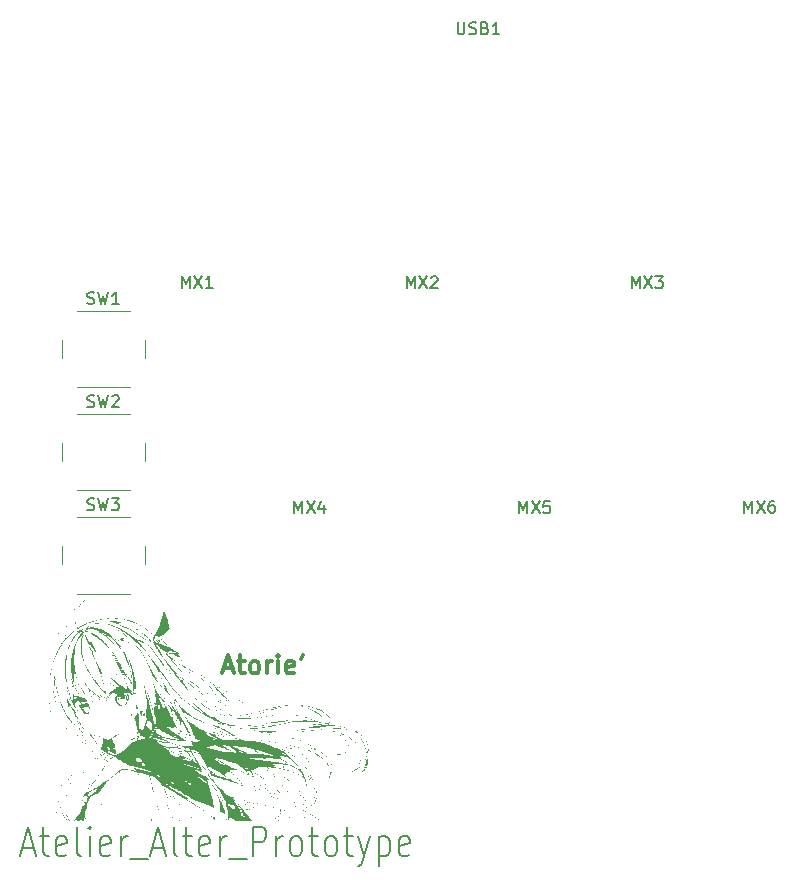
<source format=gbr>
%TF.GenerationSoftware,KiCad,Pcbnew,(6.0.5)*%
%TF.CreationDate,2022-05-27T23:08:30+07:00*%
%TF.ProjectId,atelier-alter,6174656c-6965-4722-9d61-6c7465722e6b,rev?*%
%TF.SameCoordinates,Original*%
%TF.FileFunction,Legend,Top*%
%TF.FilePolarity,Positive*%
%FSLAX46Y46*%
G04 Gerber Fmt 4.6, Leading zero omitted, Abs format (unit mm)*
G04 Created by KiCad (PCBNEW (6.0.5)) date 2022-05-27 23:08:30*
%MOMM*%
%LPD*%
G01*
G04 APERTURE LIST*
%ADD10C,0.150000*%
%ADD11C,0.300000*%
%ADD12C,0.120000*%
G04 APERTURE END LIST*
D10*
X112193312Y-130337741D02*
X113145693Y-130337741D01*
X112002836Y-131052027D02*
X112669503Y-128552027D01*
X113336169Y-131052027D01*
X113717122Y-129385360D02*
X114479026Y-129385360D01*
X114002836Y-128552027D02*
X114002836Y-130694884D01*
X114098074Y-130932979D01*
X114288550Y-131052027D01*
X114479026Y-131052027D01*
X115907598Y-130932979D02*
X115717122Y-131052027D01*
X115336169Y-131052027D01*
X115145693Y-130932979D01*
X115050455Y-130694884D01*
X115050455Y-129742503D01*
X115145693Y-129504408D01*
X115336169Y-129385360D01*
X115717122Y-129385360D01*
X115907598Y-129504408D01*
X116002836Y-129742503D01*
X116002836Y-129980598D01*
X115050455Y-130218694D01*
X117145693Y-131052027D02*
X116955217Y-130932979D01*
X116859979Y-130694884D01*
X116859979Y-128552027D01*
X117907598Y-131052027D02*
X117907598Y-129385360D01*
X117907598Y-128552027D02*
X117812360Y-128671075D01*
X117907598Y-128790122D01*
X118002836Y-128671075D01*
X117907598Y-128552027D01*
X117907598Y-128790122D01*
X119621884Y-130932979D02*
X119431407Y-131052027D01*
X119050455Y-131052027D01*
X118859979Y-130932979D01*
X118764741Y-130694884D01*
X118764741Y-129742503D01*
X118859979Y-129504408D01*
X119050455Y-129385360D01*
X119431407Y-129385360D01*
X119621884Y-129504408D01*
X119717122Y-129742503D01*
X119717122Y-129980598D01*
X118764741Y-130218694D01*
X120574264Y-131052027D02*
X120574264Y-129385360D01*
X120574264Y-129861551D02*
X120669503Y-129623455D01*
X120764741Y-129504408D01*
X120955217Y-129385360D01*
X121145693Y-129385360D01*
X121336169Y-131290122D02*
X122859979Y-131290122D01*
X123240931Y-130337741D02*
X124193312Y-130337741D01*
X123050455Y-131052027D02*
X123717122Y-128552027D01*
X124383788Y-131052027D01*
X125336169Y-131052027D02*
X125145693Y-130932979D01*
X125050455Y-130694884D01*
X125050455Y-128552027D01*
X125812360Y-129385360D02*
X126574264Y-129385360D01*
X126098074Y-128552027D02*
X126098074Y-130694884D01*
X126193312Y-130932979D01*
X126383788Y-131052027D01*
X126574264Y-131052027D01*
X128002836Y-130932979D02*
X127812360Y-131052027D01*
X127431407Y-131052027D01*
X127240931Y-130932979D01*
X127145693Y-130694884D01*
X127145693Y-129742503D01*
X127240931Y-129504408D01*
X127431407Y-129385360D01*
X127812360Y-129385360D01*
X128002836Y-129504408D01*
X128098074Y-129742503D01*
X128098074Y-129980598D01*
X127145693Y-130218694D01*
X128955217Y-131052027D02*
X128955217Y-129385360D01*
X128955217Y-129861551D02*
X129050455Y-129623455D01*
X129145693Y-129504408D01*
X129336169Y-129385360D01*
X129526645Y-129385360D01*
X129717122Y-131290122D02*
X131240931Y-131290122D01*
X131717122Y-131052027D02*
X131717122Y-128552027D01*
X132479026Y-128552027D01*
X132669503Y-128671075D01*
X132764741Y-128790122D01*
X132859979Y-129028217D01*
X132859979Y-129385360D01*
X132764741Y-129623455D01*
X132669503Y-129742503D01*
X132479026Y-129861551D01*
X131717122Y-129861551D01*
X133717122Y-131052027D02*
X133717122Y-129385360D01*
X133717122Y-129861551D02*
X133812360Y-129623455D01*
X133907598Y-129504408D01*
X134098074Y-129385360D01*
X134288550Y-129385360D01*
X135240931Y-131052027D02*
X135050455Y-130932979D01*
X134955217Y-130813932D01*
X134859979Y-130575836D01*
X134859979Y-129861551D01*
X134955217Y-129623455D01*
X135050455Y-129504408D01*
X135240931Y-129385360D01*
X135526645Y-129385360D01*
X135717122Y-129504408D01*
X135812360Y-129623455D01*
X135907598Y-129861551D01*
X135907598Y-130575836D01*
X135812360Y-130813932D01*
X135717122Y-130932979D01*
X135526645Y-131052027D01*
X135240931Y-131052027D01*
X136479026Y-129385360D02*
X137240931Y-129385360D01*
X136764741Y-128552027D02*
X136764741Y-130694884D01*
X136859979Y-130932979D01*
X137050455Y-131052027D01*
X137240931Y-131052027D01*
X138193312Y-131052027D02*
X138002836Y-130932979D01*
X137907598Y-130813932D01*
X137812360Y-130575836D01*
X137812360Y-129861551D01*
X137907598Y-129623455D01*
X138002836Y-129504408D01*
X138193312Y-129385360D01*
X138479026Y-129385360D01*
X138669503Y-129504408D01*
X138764741Y-129623455D01*
X138859979Y-129861551D01*
X138859979Y-130575836D01*
X138764741Y-130813932D01*
X138669503Y-130932979D01*
X138479026Y-131052027D01*
X138193312Y-131052027D01*
X139431407Y-129385360D02*
X140193312Y-129385360D01*
X139717122Y-128552027D02*
X139717122Y-130694884D01*
X139812360Y-130932979D01*
X140002836Y-131052027D01*
X140193312Y-131052027D01*
X140669503Y-129385360D02*
X141145693Y-131052027D01*
X141621884Y-129385360D02*
X141145693Y-131052027D01*
X140955217Y-131647265D01*
X140859979Y-131766313D01*
X140669503Y-131885360D01*
X142383788Y-129385360D02*
X142383788Y-131885360D01*
X142383788Y-129504408D02*
X142574264Y-129385360D01*
X142955217Y-129385360D01*
X143145693Y-129504408D01*
X143240931Y-129623455D01*
X143336169Y-129861551D01*
X143336169Y-130575836D01*
X143240931Y-130813932D01*
X143145693Y-130932979D01*
X142955217Y-131052027D01*
X142574264Y-131052027D01*
X142383788Y-130932979D01*
X144955217Y-130932979D02*
X144764741Y-131052027D01*
X144383788Y-131052027D01*
X144193312Y-130932979D01*
X144098074Y-130694884D01*
X144098074Y-129742503D01*
X144193312Y-129504408D01*
X144383788Y-129385360D01*
X144764741Y-129385360D01*
X144955217Y-129504408D01*
X145050455Y-129742503D01*
X145050455Y-129980598D01*
X144098074Y-130218694D01*
%TO.C,MX6*%
X173339285Y-101958580D02*
X173339285Y-100958580D01*
X173672619Y-101672866D01*
X174005952Y-100958580D01*
X174005952Y-101958580D01*
X174386904Y-100958580D02*
X175053571Y-101958580D01*
X175053571Y-100958580D02*
X174386904Y-101958580D01*
X175863095Y-100958580D02*
X175672619Y-100958580D01*
X175577380Y-101006200D01*
X175529761Y-101053819D01*
X175434523Y-101196676D01*
X175386904Y-101387152D01*
X175386904Y-101768104D01*
X175434523Y-101863342D01*
X175482142Y-101910961D01*
X175577380Y-101958580D01*
X175767857Y-101958580D01*
X175863095Y-101910961D01*
X175910714Y-101863342D01*
X175958333Y-101768104D01*
X175958333Y-101530009D01*
X175910714Y-101434771D01*
X175863095Y-101387152D01*
X175767857Y-101339533D01*
X175577380Y-101339533D01*
X175482142Y-101387152D01*
X175434523Y-101434771D01*
X175386904Y-101530009D01*
%TO.C,SW2*%
X117729266Y-92992261D02*
X117872123Y-93039880D01*
X118110219Y-93039880D01*
X118205457Y-92992261D01*
X118253076Y-92944642D01*
X118300695Y-92849404D01*
X118300695Y-92754166D01*
X118253076Y-92658928D01*
X118205457Y-92611309D01*
X118110219Y-92563690D01*
X117919742Y-92516071D01*
X117824504Y-92468452D01*
X117776885Y-92420833D01*
X117729266Y-92325595D01*
X117729266Y-92230357D01*
X117776885Y-92135119D01*
X117824504Y-92087500D01*
X117919742Y-92039880D01*
X118157838Y-92039880D01*
X118300695Y-92087500D01*
X118634028Y-92039880D02*
X118872123Y-93039880D01*
X119062600Y-92325595D01*
X119253076Y-93039880D01*
X119491171Y-92039880D01*
X119824504Y-92135119D02*
X119872123Y-92087500D01*
X119967361Y-92039880D01*
X120205457Y-92039880D01*
X120300695Y-92087500D01*
X120348314Y-92135119D01*
X120395933Y-92230357D01*
X120395933Y-92325595D01*
X120348314Y-92468452D01*
X119776885Y-93039880D01*
X120395933Y-93039880D01*
%TO.C,MX5*%
X154289285Y-102021080D02*
X154289285Y-101021080D01*
X154622619Y-101735366D01*
X154955952Y-101021080D01*
X154955952Y-102021080D01*
X155336904Y-101021080D02*
X156003571Y-102021080D01*
X156003571Y-101021080D02*
X155336904Y-102021080D01*
X156860714Y-101021080D02*
X156384523Y-101021080D01*
X156336904Y-101497271D01*
X156384523Y-101449652D01*
X156479761Y-101402033D01*
X156717857Y-101402033D01*
X156813095Y-101449652D01*
X156860714Y-101497271D01*
X156908333Y-101592509D01*
X156908333Y-101830604D01*
X156860714Y-101925842D01*
X156813095Y-101973461D01*
X156717857Y-102021080D01*
X156479761Y-102021080D01*
X156384523Y-101973461D01*
X156336904Y-101925842D01*
%TO.C,MX4*%
X135239285Y-102021080D02*
X135239285Y-101021080D01*
X135572619Y-101735366D01*
X135905952Y-101021080D01*
X135905952Y-102021080D01*
X136286904Y-101021080D02*
X136953571Y-102021080D01*
X136953571Y-101021080D02*
X136286904Y-102021080D01*
X137763095Y-101354414D02*
X137763095Y-102021080D01*
X137525000Y-100973461D02*
X137286904Y-101687747D01*
X137905952Y-101687747D01*
%TO.C,SW3*%
X117729166Y-101723461D02*
X117872023Y-101771080D01*
X118110119Y-101771080D01*
X118205357Y-101723461D01*
X118252976Y-101675842D01*
X118300595Y-101580604D01*
X118300595Y-101485366D01*
X118252976Y-101390128D01*
X118205357Y-101342509D01*
X118110119Y-101294890D01*
X117919642Y-101247271D01*
X117824404Y-101199652D01*
X117776785Y-101152033D01*
X117729166Y-101056795D01*
X117729166Y-100961557D01*
X117776785Y-100866319D01*
X117824404Y-100818700D01*
X117919642Y-100771080D01*
X118157738Y-100771080D01*
X118300595Y-100818700D01*
X118633928Y-100771080D02*
X118872023Y-101771080D01*
X119062500Y-101056795D01*
X119252976Y-101771080D01*
X119491071Y-100771080D01*
X119776785Y-100771080D02*
X120395833Y-100771080D01*
X120062500Y-101152033D01*
X120205357Y-101152033D01*
X120300595Y-101199652D01*
X120348214Y-101247271D01*
X120395833Y-101342509D01*
X120395833Y-101580604D01*
X120348214Y-101675842D01*
X120300595Y-101723461D01*
X120205357Y-101771080D01*
X119919642Y-101771080D01*
X119824404Y-101723461D01*
X119776785Y-101675842D01*
D11*
%TO.C,Atorie'*%
X129303143Y-115148172D02*
X130028857Y-115148172D01*
X129158000Y-115583600D02*
X129666000Y-114059600D01*
X130174000Y-115583600D01*
X130464286Y-114567600D02*
X131044857Y-114567600D01*
X130682000Y-114059600D02*
X130682000Y-115365886D01*
X130754571Y-115511029D01*
X130899714Y-115583600D01*
X131044857Y-115583600D01*
X131770571Y-115583600D02*
X131625429Y-115511029D01*
X131552857Y-115438457D01*
X131480286Y-115293314D01*
X131480286Y-114857886D01*
X131552857Y-114712743D01*
X131625429Y-114640172D01*
X131770571Y-114567600D01*
X131988286Y-114567600D01*
X132133429Y-114640172D01*
X132206000Y-114712743D01*
X132278571Y-114857886D01*
X132278571Y-115293314D01*
X132206000Y-115438457D01*
X132133429Y-115511029D01*
X131988286Y-115583600D01*
X131770571Y-115583600D01*
X132931714Y-115583600D02*
X132931714Y-114567600D01*
X132931714Y-114857886D02*
X133004286Y-114712743D01*
X133076857Y-114640172D01*
X133222000Y-114567600D01*
X133367143Y-114567600D01*
X133875143Y-115583600D02*
X133875143Y-114567600D01*
X133875143Y-114059600D02*
X133802571Y-114132172D01*
X133875143Y-114204743D01*
X133947714Y-114132172D01*
X133875143Y-114059600D01*
X133875143Y-114204743D01*
X135181429Y-115511029D02*
X135036286Y-115583600D01*
X134746000Y-115583600D01*
X134600857Y-115511029D01*
X134528286Y-115365886D01*
X134528286Y-114785314D01*
X134600857Y-114640172D01*
X134746000Y-114567600D01*
X135036286Y-114567600D01*
X135181429Y-114640172D01*
X135254000Y-114785314D01*
X135254000Y-114930457D01*
X134528286Y-115075600D01*
X135979714Y-114059600D02*
X135834571Y-114349886D01*
D10*
%TO.C,SW1*%
X117729166Y-84260961D02*
X117872023Y-84308580D01*
X118110119Y-84308580D01*
X118205357Y-84260961D01*
X118252976Y-84213342D01*
X118300595Y-84118104D01*
X118300595Y-84022866D01*
X118252976Y-83927628D01*
X118205357Y-83880009D01*
X118110119Y-83832390D01*
X117919642Y-83784771D01*
X117824404Y-83737152D01*
X117776785Y-83689533D01*
X117729166Y-83594295D01*
X117729166Y-83499057D01*
X117776785Y-83403819D01*
X117824404Y-83356200D01*
X117919642Y-83308580D01*
X118157738Y-83308580D01*
X118300595Y-83356200D01*
X118633928Y-83308580D02*
X118872023Y-84308580D01*
X119062500Y-83594295D01*
X119252976Y-84308580D01*
X119491071Y-83308580D01*
X120395833Y-84308580D02*
X119824404Y-84308580D01*
X120110119Y-84308580D02*
X120110119Y-83308580D01*
X120014880Y-83451438D01*
X119919642Y-83546676D01*
X119824404Y-83594295D01*
%TO.C,MX3*%
X163814285Y-82971080D02*
X163814285Y-81971080D01*
X164147619Y-82685366D01*
X164480952Y-81971080D01*
X164480952Y-82971080D01*
X164861904Y-81971080D02*
X165528571Y-82971080D01*
X165528571Y-81971080D02*
X164861904Y-82971080D01*
X165814285Y-81971080D02*
X166433333Y-81971080D01*
X166100000Y-82352033D01*
X166242857Y-82352033D01*
X166338095Y-82399652D01*
X166385714Y-82447271D01*
X166433333Y-82542509D01*
X166433333Y-82780604D01*
X166385714Y-82875842D01*
X166338095Y-82923461D01*
X166242857Y-82971080D01*
X165957142Y-82971080D01*
X165861904Y-82923461D01*
X165814285Y-82875842D01*
%TO.C,MX1*%
X125714285Y-82908580D02*
X125714285Y-81908580D01*
X126047619Y-82622866D01*
X126380952Y-81908580D01*
X126380952Y-82908580D01*
X126761904Y-81908580D02*
X127428571Y-82908580D01*
X127428571Y-81908580D02*
X126761904Y-82908580D01*
X128333333Y-82908580D02*
X127761904Y-82908580D01*
X128047619Y-82908580D02*
X128047619Y-81908580D01*
X127952380Y-82051438D01*
X127857142Y-82146676D01*
X127761904Y-82194295D01*
%TO.C,USB1*%
X149074404Y-60452380D02*
X149074404Y-61261904D01*
X149122023Y-61357142D01*
X149169642Y-61404761D01*
X149264880Y-61452380D01*
X149455357Y-61452380D01*
X149550595Y-61404761D01*
X149598214Y-61357142D01*
X149645833Y-61261904D01*
X149645833Y-60452380D01*
X150074404Y-61404761D02*
X150217261Y-61452380D01*
X150455357Y-61452380D01*
X150550595Y-61404761D01*
X150598214Y-61357142D01*
X150645833Y-61261904D01*
X150645833Y-61166666D01*
X150598214Y-61071428D01*
X150550595Y-61023809D01*
X150455357Y-60976190D01*
X150264880Y-60928571D01*
X150169642Y-60880952D01*
X150122023Y-60833333D01*
X150074404Y-60738095D01*
X150074404Y-60642857D01*
X150122023Y-60547619D01*
X150169642Y-60500000D01*
X150264880Y-60452380D01*
X150502976Y-60452380D01*
X150645833Y-60500000D01*
X151407738Y-60928571D02*
X151550595Y-60976190D01*
X151598214Y-61023809D01*
X151645833Y-61119047D01*
X151645833Y-61261904D01*
X151598214Y-61357142D01*
X151550595Y-61404761D01*
X151455357Y-61452380D01*
X151074404Y-61452380D01*
X151074404Y-60452380D01*
X151407738Y-60452380D01*
X151502976Y-60500000D01*
X151550595Y-60547619D01*
X151598214Y-60642857D01*
X151598214Y-60738095D01*
X151550595Y-60833333D01*
X151502976Y-60880952D01*
X151407738Y-60928571D01*
X151074404Y-60928571D01*
X152598214Y-61452380D02*
X152026785Y-61452380D01*
X152312500Y-61452380D02*
X152312500Y-60452380D01*
X152217261Y-60595238D01*
X152122023Y-60690476D01*
X152026785Y-60738095D01*
%TO.C,MX2*%
X144764285Y-82971080D02*
X144764285Y-81971080D01*
X145097619Y-82685366D01*
X145430952Y-81971080D01*
X145430952Y-82971080D01*
X145811904Y-81971080D02*
X146478571Y-82971080D01*
X146478571Y-81971080D02*
X145811904Y-82971080D01*
X146811904Y-82066319D02*
X146859523Y-82018700D01*
X146954761Y-81971080D01*
X147192857Y-81971080D01*
X147288095Y-82018700D01*
X147335714Y-82066319D01*
X147383333Y-82161557D01*
X147383333Y-82256795D01*
X147335714Y-82399652D01*
X146764285Y-82971080D01*
X147383333Y-82971080D01*
D12*
%TO.C,SW2*%
X115562600Y-96087500D02*
X115562600Y-97587500D01*
X121312600Y-93587500D02*
X116812600Y-93587500D01*
X116812600Y-100087500D02*
X121312600Y-100087500D01*
X122562600Y-97587500D02*
X122562600Y-96087500D01*
%TO.C,SW3*%
X115562500Y-104818700D02*
X115562500Y-106318700D01*
X121312500Y-102318700D02*
X116812500Y-102318700D01*
X116812500Y-108818700D02*
X121312500Y-108818700D01*
X122562500Y-106318700D02*
X122562500Y-104818700D01*
%TO.C,Atorie'*%
G36*
X134999947Y-118300159D02*
G01*
X135004720Y-118305678D01*
X134975398Y-118308775D01*
X134953768Y-118309039D01*
X134914227Y-118307028D01*
X134908228Y-118302417D01*
X134918275Y-118299747D01*
X134971476Y-118296460D01*
X134999947Y-118300159D01*
G37*
G36*
X130655778Y-124266037D02*
G01*
X130645569Y-124276246D01*
X130635360Y-124266037D01*
X130645569Y-124255828D01*
X130655778Y-124266037D01*
G37*
G36*
X114763290Y-118050736D02*
G01*
X114764300Y-118054247D01*
X114767289Y-118098723D01*
X114763544Y-118115501D01*
X114756841Y-118116179D01*
X114754103Y-118084216D01*
X114754131Y-118079381D01*
X114757075Y-118047713D01*
X114763290Y-118050736D01*
G37*
G36*
X118221212Y-117793529D02*
G01*
X118211003Y-117803738D01*
X118200794Y-117793529D01*
X118211003Y-117783320D01*
X118221212Y-117793529D01*
G37*
G36*
X117288626Y-109512860D02*
G01*
X117250632Y-109545875D01*
X117191436Y-109592176D01*
X117184998Y-109597012D01*
X117116101Y-109651601D01*
X117032088Y-109722542D01*
X116947139Y-109797737D01*
X116914459Y-109827802D01*
X116761324Y-109970701D01*
X116914550Y-109818932D01*
X117019606Y-109716450D01*
X117103274Y-109638743D01*
X117171680Y-109580409D01*
X117230947Y-109536044D01*
X117248692Y-109524104D01*
X117290327Y-109498918D01*
X117302748Y-109496188D01*
X117288626Y-109512860D01*
G37*
G36*
X130798704Y-117997709D02*
G01*
X130788495Y-118007918D01*
X130778286Y-117997709D01*
X130788495Y-117987500D01*
X130798704Y-117997709D01*
G37*
G36*
X120712209Y-112505265D02*
G01*
X120702000Y-112515474D01*
X120691791Y-112505265D01*
X120702000Y-112495056D01*
X120712209Y-112505265D01*
G37*
G36*
X116319182Y-120793026D02*
G01*
X116341102Y-120813585D01*
X116336606Y-120825404D01*
X116333751Y-120825603D01*
X116316481Y-120811100D01*
X116310178Y-120802030D01*
X116307772Y-120788058D01*
X116319182Y-120793026D01*
G37*
G36*
X129757385Y-117854783D02*
G01*
X129747176Y-117864992D01*
X129736967Y-117854783D01*
X129747176Y-117844574D01*
X129757385Y-117854783D01*
G37*
G36*
X132595488Y-125715715D02*
G01*
X132585279Y-125725924D01*
X132575070Y-125715715D01*
X132585279Y-125705506D01*
X132595488Y-125715715D01*
G37*
G36*
X131370408Y-124551889D02*
G01*
X131360199Y-124562098D01*
X131349990Y-124551889D01*
X131360199Y-124541680D01*
X131370408Y-124551889D01*
G37*
G36*
X135001658Y-125101225D02*
G01*
X135023578Y-125121784D01*
X135019081Y-125133603D01*
X135016227Y-125133802D01*
X134998957Y-125119299D01*
X134992654Y-125110229D01*
X134990248Y-125096257D01*
X135001658Y-125101225D01*
G37*
G36*
X132694424Y-125244151D02*
G01*
X132716343Y-125264710D01*
X132711847Y-125276529D01*
X132708992Y-125276728D01*
X132691722Y-125262225D01*
X132685420Y-125253155D01*
X132683013Y-125239183D01*
X132694424Y-125244151D01*
G37*
G36*
X130405232Y-126162784D02*
G01*
X130399142Y-126172065D01*
X130378433Y-126173508D01*
X130356646Y-126168522D01*
X130366097Y-126161172D01*
X130398008Y-126158738D01*
X130405232Y-126162784D01*
G37*
G36*
X136651866Y-123507167D02*
G01*
X136654309Y-123531399D01*
X136651866Y-123534391D01*
X136639727Y-123531589D01*
X136638254Y-123520779D01*
X136645724Y-123503973D01*
X136651866Y-123507167D01*
G37*
G36*
X119630054Y-115812982D02*
G01*
X119619845Y-115823191D01*
X119609636Y-115812982D01*
X119619845Y-115802773D01*
X119630054Y-115812982D01*
G37*
G36*
X134201705Y-124528068D02*
G01*
X134198902Y-124540206D01*
X134188093Y-124541680D01*
X134171286Y-124534209D01*
X134174481Y-124528068D01*
X134198712Y-124525624D01*
X134201705Y-124528068D01*
G37*
G36*
X134855081Y-127713277D02*
G01*
X134857525Y-127737508D01*
X134855081Y-127740501D01*
X134842943Y-127737698D01*
X134841469Y-127726889D01*
X134848940Y-127710082D01*
X134855081Y-127713277D01*
G37*
G36*
X134787240Y-118321310D02*
G01*
X134759823Y-118330384D01*
X134703758Y-118342860D01*
X134688334Y-118345849D01*
X134610880Y-118359308D01*
X134544929Y-118368612D01*
X134504695Y-118371757D01*
X134504572Y-118371753D01*
X134501728Y-118367644D01*
X134532456Y-118357927D01*
X134590210Y-118344626D01*
X134596453Y-118343334D01*
X134673602Y-118329262D01*
X134741474Y-118319919D01*
X134780215Y-118317430D01*
X134787240Y-118321310D01*
G37*
G36*
X132694424Y-123610711D02*
G01*
X132716343Y-123631269D01*
X132711847Y-123643089D01*
X132708992Y-123643287D01*
X132691722Y-123628785D01*
X132685420Y-123619715D01*
X132683013Y-123605743D01*
X132694424Y-123610711D01*
G37*
G36*
X130247418Y-117507676D02*
G01*
X130237209Y-117517885D01*
X130227000Y-117507676D01*
X130237209Y-117497467D01*
X130247418Y-117507676D01*
G37*
G36*
X128044211Y-116660873D02*
G01*
X128004197Y-116607669D01*
X127979292Y-116568448D01*
X127981019Y-116568448D01*
X127991228Y-116578657D01*
X128001437Y-116568448D01*
X127991228Y-116558239D01*
X127981019Y-116568448D01*
X127979292Y-116568448D01*
X127977537Y-116565685D01*
X127970810Y-116548574D01*
X127954857Y-116528824D01*
X127946846Y-116527612D01*
X127930643Y-116516734D01*
X127940183Y-116507194D01*
X127929974Y-116496985D01*
X127919765Y-116507194D01*
X127926574Y-116514003D01*
X127924116Y-116512353D01*
X127884887Y-116471799D01*
X127836534Y-116413784D01*
X127821921Y-116394895D01*
X127781569Y-116344128D01*
X127738425Y-116295557D01*
X127688170Y-116245474D01*
X127626485Y-116190172D01*
X127549049Y-116125945D01*
X127451545Y-116049086D01*
X127329653Y-115955887D01*
X127179054Y-115842641D01*
X127174508Y-115839239D01*
X127064606Y-115758483D01*
X126940590Y-115669843D01*
X126806828Y-115576211D01*
X126667688Y-115480481D01*
X126527537Y-115385546D01*
X126435057Y-115323858D01*
X126471494Y-115323858D01*
X126492318Y-115342148D01*
X126526236Y-115362316D01*
X126569845Y-115385479D01*
X126588378Y-115392586D01*
X126592543Y-115387254D01*
X126592594Y-115384728D01*
X126576450Y-115369845D01*
X126537014Y-115346343D01*
X126531340Y-115343368D01*
X126484858Y-115322943D01*
X126471494Y-115323858D01*
X126435057Y-115323858D01*
X126403086Y-115302532D01*
X126429250Y-115302532D01*
X126439459Y-115312741D01*
X126449668Y-115302532D01*
X126439459Y-115292323D01*
X126429250Y-115302532D01*
X126403086Y-115302532D01*
X126390742Y-115294298D01*
X126261670Y-115209631D01*
X126144690Y-115134437D01*
X126044168Y-115071610D01*
X125964473Y-115024042D01*
X125909971Y-114994627D01*
X125886463Y-114986053D01*
X125889904Y-114999359D01*
X125915872Y-115033907D01*
X125950190Y-115072829D01*
X125969923Y-115095493D01*
X125962785Y-115091591D01*
X125931136Y-115063074D01*
X125882871Y-115017227D01*
X125840263Y-114975844D01*
X125857546Y-114975844D01*
X125867755Y-114986053D01*
X125877964Y-114975844D01*
X125867755Y-114965635D01*
X125857546Y-114975844D01*
X125840263Y-114975844D01*
X125820844Y-114956984D01*
X125771627Y-114908224D01*
X125741470Y-114877193D01*
X125735038Y-114869417D01*
X125750967Y-114876514D01*
X125793040Y-114900253D01*
X125852688Y-114935770D01*
X125862651Y-114941831D01*
X125939811Y-114987453D01*
X126036596Y-115042627D01*
X126136447Y-115097969D01*
X126174025Y-115118313D01*
X126282034Y-115177101D01*
X126390553Y-115237601D01*
X126493700Y-115296374D01*
X126585593Y-115349980D01*
X126660351Y-115394980D01*
X126712091Y-115427935D01*
X126734932Y-115445405D01*
X126735520Y-115446650D01*
X126719770Y-115445138D01*
X126681006Y-115428430D01*
X126672369Y-115424059D01*
X126622183Y-115400856D01*
X126604196Y-115398682D01*
X126617126Y-115415190D01*
X126659688Y-115448031D01*
X126700620Y-115475713D01*
X126819219Y-115555259D01*
X126954779Y-115649818D01*
X127098387Y-115752859D01*
X127241130Y-115857845D01*
X127374093Y-115958243D01*
X127488364Y-116047519D01*
X127554938Y-116101982D01*
X127723130Y-116248356D01*
X127870224Y-116387726D01*
X128006256Y-116530667D01*
X128141264Y-116687754D01*
X128285283Y-116869563D01*
X128293154Y-116879823D01*
X128307026Y-116902779D01*
X128295248Y-116899625D01*
X128261924Y-116872225D01*
X128248180Y-116859405D01*
X128220061Y-116835553D01*
X128212680Y-116835803D01*
X128214221Y-116838987D01*
X128219889Y-116861092D01*
X128197407Y-116858322D01*
X128145113Y-116830334D01*
X128131459Y-116822008D01*
X128085960Y-116791245D01*
X128064548Y-116771768D01*
X128070130Y-116767897D01*
X128105616Y-116783956D01*
X128105991Y-116784156D01*
X128131630Y-116795138D01*
X128136958Y-116788029D01*
X128120184Y-116759258D01*
X128114877Y-116752210D01*
X128144363Y-116752210D01*
X128154572Y-116762419D01*
X128164781Y-116752210D01*
X128154572Y-116742001D01*
X128144363Y-116752210D01*
X128114877Y-116752210D01*
X128079518Y-116705252D01*
X128044211Y-116660873D01*
G37*
G36*
X135388951Y-126746134D02*
G01*
X135405380Y-126774152D01*
X135424597Y-126816233D01*
X135428752Y-126839980D01*
X135428297Y-126840597D01*
X135414990Y-126830830D01*
X135396072Y-126796995D01*
X135376855Y-126748904D01*
X135374911Y-126730896D01*
X135388951Y-126746134D01*
G37*
G36*
X133224551Y-120877099D02*
G01*
X133228447Y-120886857D01*
X133213792Y-120906690D01*
X133209234Y-120907275D01*
X133181581Y-120892433D01*
X133177402Y-120886857D01*
X133182030Y-120869377D01*
X133196615Y-120866439D01*
X133224551Y-120877099D01*
G37*
G36*
X115297129Y-112391929D02*
G01*
X115310459Y-112450040D01*
X115313385Y-112464429D01*
X115326662Y-112537721D01*
X115334661Y-112595616D01*
X115335758Y-112626222D01*
X115335563Y-112626948D01*
X115328714Y-112619499D01*
X115317183Y-112580604D01*
X115305115Y-112526557D01*
X115292274Y-112454114D01*
X115284330Y-112392609D01*
X115282937Y-112364038D01*
X115287305Y-112361119D01*
X115297129Y-112391929D01*
G37*
G36*
X115642137Y-124901975D02*
G01*
X115638334Y-124909204D01*
X115619096Y-124928703D01*
X115615506Y-124929622D01*
X115614113Y-124916433D01*
X115617916Y-124909204D01*
X115637154Y-124889705D01*
X115640744Y-124888786D01*
X115642137Y-124901975D01*
G37*
G36*
X128777321Y-118773593D02*
G01*
X128767112Y-118783802D01*
X128756903Y-118773593D01*
X128767112Y-118763384D01*
X128777321Y-118773593D01*
G37*
G36*
X134596453Y-124796905D02*
G01*
X134586244Y-124807114D01*
X134576035Y-124796905D01*
X134586244Y-124786696D01*
X134596453Y-124796905D01*
G37*
G36*
X130497538Y-118884347D02*
G01*
X130534187Y-118918277D01*
X130553019Y-118938883D01*
X130553688Y-118940496D01*
X130546178Y-118945790D01*
X130520950Y-118923879D01*
X130490888Y-118890996D01*
X130441389Y-118834847D01*
X130497538Y-118884347D01*
G37*
G36*
X115628125Y-125613625D02*
G01*
X115617916Y-125623834D01*
X115607707Y-125613625D01*
X115617916Y-125603416D01*
X115628125Y-125613625D01*
G37*
G36*
X130124910Y-118344815D02*
G01*
X130114701Y-118355024D01*
X130104492Y-118344815D01*
X130114701Y-118334606D01*
X130124910Y-118344815D01*
G37*
G36*
X133978383Y-121670823D02*
G01*
X133972293Y-121680103D01*
X133951584Y-121681547D01*
X133929798Y-121676560D01*
X133939248Y-121669211D01*
X133971159Y-121666777D01*
X133978383Y-121670823D01*
G37*
G36*
X116763507Y-109996393D02*
G01*
X116740906Y-110024477D01*
X116710224Y-110054674D01*
X116693741Y-110065313D01*
X116697887Y-110052561D01*
X116720488Y-110024477D01*
X116751171Y-109994280D01*
X116767653Y-109983641D01*
X116763507Y-109996393D01*
G37*
G36*
X118051062Y-109132891D02*
G01*
X118048259Y-109145029D01*
X118037450Y-109146503D01*
X118020643Y-109139032D01*
X118023838Y-109132891D01*
X118048069Y-109130447D01*
X118051062Y-109132891D01*
G37*
G36*
X121181823Y-112117323D02*
G01*
X121171614Y-112127532D01*
X121161405Y-112117323D01*
X121171614Y-112107114D01*
X121181823Y-112117323D01*
G37*
G36*
X123060279Y-125103175D02*
G01*
X123050070Y-125113384D01*
X123039861Y-125103175D01*
X123050070Y-125092966D01*
X123060279Y-125103175D01*
G37*
G36*
X134858546Y-125889640D02*
G01*
X134882916Y-125924724D01*
X134886843Y-125931422D01*
X134909839Y-125977045D01*
X134909809Y-125989647D01*
X134889457Y-125967919D01*
X134869801Y-125939676D01*
X134848403Y-125900968D01*
X134844103Y-125879834D01*
X134844191Y-125879740D01*
X134858546Y-125889640D01*
G37*
G36*
X114743345Y-118953952D02*
G01*
X114745788Y-118978183D01*
X114743345Y-118981176D01*
X114731206Y-118978373D01*
X114729733Y-118967564D01*
X114737203Y-118950758D01*
X114743345Y-118953952D01*
G37*
G36*
X139404858Y-122386404D02*
G01*
X139375207Y-122403499D01*
X139364057Y-122408735D01*
X139312133Y-122428259D01*
X139272516Y-122436156D01*
X139272176Y-122436151D01*
X139268753Y-122429731D01*
X139297196Y-122414432D01*
X139313012Y-122407998D01*
X139369033Y-122388585D01*
X139401224Y-122381410D01*
X139404858Y-122386404D01*
G37*
G36*
X127384061Y-123355393D02*
G01*
X127431572Y-123395410D01*
X127496818Y-123460092D01*
X127572768Y-123541635D01*
X127652390Y-123632238D01*
X127728651Y-123724098D01*
X127794519Y-123809412D01*
X127799942Y-123816840D01*
X127839102Y-123874254D01*
X127887121Y-123949847D01*
X127940032Y-124036722D01*
X127993867Y-124127982D01*
X128044658Y-124216731D01*
X128088438Y-124296071D01*
X128121237Y-124359106D01*
X128139089Y-124398938D01*
X128140734Y-124409188D01*
X128122073Y-124402832D01*
X128090761Y-124373839D01*
X128090147Y-124373151D01*
X128064412Y-124337987D01*
X128024220Y-124275845D01*
X127975014Y-124195410D01*
X127922232Y-124105365D01*
X127920700Y-124102693D01*
X127818103Y-123929358D01*
X127724392Y-123784534D01*
X127632937Y-123658954D01*
X127537110Y-123543356D01*
X127461593Y-123461006D01*
X127404229Y-123398813D01*
X127372402Y-123360063D01*
X127367431Y-123346554D01*
X127384061Y-123355393D01*
G37*
G36*
X136679090Y-123163464D02*
G01*
X136668881Y-123173673D01*
X136658672Y-123163464D01*
X136668881Y-123153255D01*
X136679090Y-123163464D01*
G37*
G36*
X116478875Y-110480479D02*
G01*
X116481319Y-110504711D01*
X116478875Y-110507703D01*
X116466737Y-110504900D01*
X116465263Y-110494091D01*
X116472734Y-110477285D01*
X116478875Y-110480479D01*
G37*
G36*
X117605517Y-122079360D02*
G01*
X117627436Y-122099919D01*
X117622940Y-122111738D01*
X117620086Y-122111937D01*
X117602816Y-122097434D01*
X117596513Y-122088364D01*
X117594106Y-122074392D01*
X117605517Y-122079360D01*
G37*
G36*
X135576517Y-127573754D02*
G01*
X135566308Y-127583963D01*
X135556099Y-127573754D01*
X135566308Y-127563545D01*
X135576517Y-127573754D01*
G37*
G36*
X137514027Y-119989672D02*
G01*
X137479269Y-119981729D01*
X137457227Y-119978255D01*
X138006260Y-119978255D01*
X138016469Y-119988464D01*
X138026678Y-119978255D01*
X138016469Y-119968046D01*
X138006260Y-119978255D01*
X137457227Y-119978255D01*
X137423091Y-119972875D01*
X137341163Y-119962466D01*
X137229153Y-119949858D01*
X137082730Y-119934408D01*
X137005778Y-119926492D01*
X136871957Y-119911914D01*
X136745318Y-119896494D01*
X136633972Y-119881344D01*
X136546034Y-119867576D01*
X136489616Y-119856303D01*
X136485119Y-119855107D01*
X136383029Y-119826559D01*
X136536164Y-119834015D01*
X136634351Y-119841966D01*
X136748786Y-119855883D01*
X136855855Y-119872862D01*
X136862852Y-119874163D01*
X136977019Y-119891911D01*
X137092402Y-119903346D01*
X137199563Y-119908151D01*
X137289063Y-119906008D01*
X137351464Y-119896599D01*
X137366034Y-119891090D01*
X137411205Y-119875091D01*
X137472749Y-119861147D01*
X137482652Y-119859521D01*
X137535683Y-119854824D01*
X137561749Y-119864890D01*
X137571379Y-119885660D01*
X137598774Y-119913930D01*
X137660420Y-119935117D01*
X137750168Y-119948085D01*
X137861867Y-119951701D01*
X137919484Y-119949883D01*
X137998484Y-119949366D01*
X138040458Y-119957443D01*
X138047096Y-119965951D01*
X138065424Y-119978444D01*
X138112893Y-119984903D01*
X138178231Y-119985150D01*
X138250165Y-119979009D01*
X138302321Y-119969957D01*
X138319230Y-119963225D01*
X138313937Y-119954040D01*
X138282609Y-119941018D01*
X138221413Y-119922772D01*
X138126516Y-119897917D01*
X138050588Y-119878954D01*
X137745707Y-119808712D01*
X137471913Y-119756637D01*
X137224118Y-119721953D01*
X136997234Y-119703883D01*
X136883270Y-119700773D01*
X136787801Y-119698985D01*
X136714018Y-119695600D01*
X136667627Y-119691048D01*
X136654333Y-119685762D01*
X136658672Y-119683785D01*
X136657533Y-119678476D01*
X136620132Y-119673354D01*
X136551042Y-119668559D01*
X136454837Y-119664237D01*
X136336091Y-119660530D01*
X136199378Y-119657580D01*
X136049271Y-119655532D01*
X135890344Y-119654529D01*
X135729652Y-119654701D01*
X135638696Y-119655299D01*
X135556651Y-119656540D01*
X135479954Y-119659017D01*
X135405040Y-119663326D01*
X135328346Y-119670060D01*
X135246307Y-119679814D01*
X135155360Y-119693183D01*
X135051940Y-119710761D01*
X134932483Y-119733141D01*
X134793425Y-119760919D01*
X134631203Y-119794689D01*
X134442251Y-119835046D01*
X134223006Y-119882583D01*
X133969903Y-119937895D01*
X133773619Y-119980914D01*
X133605369Y-120017321D01*
X133444436Y-120051237D01*
X133296529Y-120081525D01*
X133167357Y-120107052D01*
X133062626Y-120126682D01*
X132988045Y-120139280D01*
X132956899Y-120143301D01*
X132889229Y-120150173D01*
X132792842Y-120161214D01*
X132679476Y-120175024D01*
X132560870Y-120190202D01*
X132534234Y-120193719D01*
X132269966Y-120224967D01*
X132007301Y-120248718D01*
X131757125Y-120264215D01*
X131530323Y-120270702D01*
X131431662Y-120270373D01*
X131352740Y-120268525D01*
X131304311Y-120266166D01*
X131289645Y-120263579D01*
X131312012Y-120261046D01*
X131319363Y-120260658D01*
X131679263Y-120240462D01*
X132007155Y-120215783D01*
X132311734Y-120185422D01*
X132601698Y-120148178D01*
X132885741Y-120102852D01*
X133172559Y-120048242D01*
X133470849Y-119983149D01*
X133666816Y-119936647D01*
X134103000Y-119834534D01*
X134504636Y-119749334D01*
X134874184Y-119680693D01*
X135214101Y-119628257D01*
X135526846Y-119591673D01*
X135814878Y-119570588D01*
X136080655Y-119564648D01*
X136229893Y-119568182D01*
X136427623Y-119577213D01*
X136585903Y-119586009D01*
X136706121Y-119594690D01*
X136789661Y-119603378D01*
X136837910Y-119612192D01*
X136852254Y-119621253D01*
X136851819Y-119622272D01*
X136862725Y-119632741D01*
X136902798Y-119637916D01*
X136918451Y-119638031D01*
X136988094Y-119641697D01*
X137068375Y-119652323D01*
X137092075Y-119656783D01*
X137145246Y-119664994D01*
X137175132Y-119664054D01*
X137177646Y-119659050D01*
X137178587Y-119643146D01*
X137208147Y-119645792D01*
X137259112Y-119665956D01*
X137272404Y-119672602D01*
X137315346Y-119688373D01*
X137388523Y-119708660D01*
X137481946Y-119730926D01*
X137585628Y-119752631D01*
X137592973Y-119754057D01*
X137696339Y-119774157D01*
X137789678Y-119792580D01*
X137863233Y-119807381D01*
X137907249Y-119816618D01*
X137909275Y-119817075D01*
X137949884Y-119821507D01*
X137964344Y-119804646D01*
X137965424Y-119788894D01*
X137949074Y-119707998D01*
X137902435Y-119609804D01*
X137829123Y-119499776D01*
X137732753Y-119383378D01*
X137623460Y-119272177D01*
X137388713Y-119075354D01*
X137120597Y-118893463D01*
X136824711Y-118729225D01*
X136506653Y-118585360D01*
X136172022Y-118464589D01*
X135826417Y-118369633D01*
X135716616Y-118345593D01*
X135631629Y-118327138D01*
X135569431Y-118311656D01*
X135535693Y-118300719D01*
X135536087Y-118295898D01*
X135537122Y-118295846D01*
X135580050Y-118299117D01*
X135650544Y-118309625D01*
X135736373Y-118325434D01*
X135777129Y-118333843D01*
X136090282Y-118414185D01*
X136401017Y-118519606D01*
X136702940Y-118646870D01*
X136989653Y-118792740D01*
X137254762Y-118953979D01*
X137491870Y-119127350D01*
X137683678Y-119298662D01*
X137770889Y-119394288D01*
X137849482Y-119496597D01*
X137914521Y-119597657D01*
X137961070Y-119689539D01*
X137984193Y-119764313D01*
X137985842Y-119784133D01*
X138001787Y-119818959D01*
X138041853Y-119832495D01*
X138094388Y-119823144D01*
X138129927Y-119803877D01*
X138173702Y-119760520D01*
X138216562Y-119699468D01*
X138228610Y-119677289D01*
X138255062Y-119629398D01*
X138268900Y-119618832D01*
X138271678Y-119633379D01*
X138258720Y-119671397D01*
X138225190Y-119725135D01*
X138190597Y-119768577D01*
X138109499Y-119860708D01*
X138297791Y-119913904D01*
X138379171Y-119936568D01*
X138445227Y-119953560D01*
X138506192Y-119966733D01*
X138572296Y-119977943D01*
X138653771Y-119989045D01*
X138760848Y-120001893D01*
X138822225Y-120008982D01*
X138905755Y-120018945D01*
X138972036Y-120027533D01*
X139012008Y-120033537D01*
X139019563Y-120035351D01*
X139001639Y-120036966D01*
X138949377Y-120038853D01*
X138869269Y-120040846D01*
X138767811Y-120042779D01*
X138673212Y-120044204D01*
X138510560Y-120047486D01*
X138357728Y-120053216D01*
X138207178Y-120062056D01*
X138051373Y-120074667D01*
X137882774Y-120091712D01*
X137693845Y-120113852D01*
X137477049Y-120141748D01*
X137319194Y-120163065D01*
X137119243Y-120189837D01*
X136955357Y-120210238D01*
X136823300Y-120224497D01*
X136718839Y-120232845D01*
X136637739Y-120235511D01*
X136575765Y-120232726D01*
X136528683Y-120224720D01*
X136492258Y-120211722D01*
X136485499Y-120208344D01*
X136424626Y-120176344D01*
X136507776Y-120153954D01*
X136619667Y-120127922D01*
X136760117Y-120101383D01*
X136916913Y-120076107D01*
X137077841Y-120053869D01*
X137230688Y-120036438D01*
X137363240Y-120025588D01*
X137406818Y-120023522D01*
X137473574Y-120019279D01*
X137520419Y-120012552D01*
X137536611Y-120005400D01*
X137535032Y-120002812D01*
X137896501Y-120002812D01*
X137924588Y-120005658D01*
X137953574Y-120002450D01*
X137950111Y-119995360D01*
X137908308Y-119992663D01*
X137899065Y-119995360D01*
X137896501Y-120002812D01*
X137535032Y-120002812D01*
X137531697Y-119997348D01*
X137514027Y-119989672D01*
G37*
G36*
X118710755Y-117357606D02*
G01*
X118753746Y-117383820D01*
X118817747Y-117424799D01*
X118854170Y-117448251D01*
X118899372Y-117473752D01*
X118972560Y-117511048D01*
X119064333Y-117555503D01*
X119165294Y-117602481D01*
X119185744Y-117611763D01*
X119278666Y-117654480D01*
X119355837Y-117691344D01*
X119410814Y-117719169D01*
X119437154Y-117734767D01*
X119438414Y-117736750D01*
X119417971Y-117731971D01*
X119367416Y-117713588D01*
X119294027Y-117684410D01*
X119205084Y-117647248D01*
X119191057Y-117641248D01*
X119099809Y-117602483D01*
X119022539Y-117570390D01*
X118966737Y-117548026D01*
X118939894Y-117538450D01*
X118938899Y-117538303D01*
X118947196Y-117551680D01*
X118979151Y-117587887D01*
X119029389Y-117641037D01*
X119078768Y-117691439D01*
X119139569Y-117753830D01*
X119186194Y-117803968D01*
X119213321Y-117835974D01*
X119217429Y-117844574D01*
X119198773Y-117831265D01*
X119155831Y-117794473D01*
X119093869Y-117738895D01*
X119018154Y-117669228D01*
X118962715Y-117617349D01*
X118853887Y-117514860D01*
X118773428Y-117438597D01*
X118720112Y-117386651D01*
X118692712Y-117357111D01*
X118690002Y-117348066D01*
X118710755Y-117357606D01*
G37*
G36*
X130865451Y-119117515D02*
G01*
X130866130Y-119124218D01*
X130834166Y-119126956D01*
X130829331Y-119126928D01*
X130797663Y-119123983D01*
X130800686Y-119117769D01*
X130804197Y-119116758D01*
X130848674Y-119113769D01*
X130865451Y-119117515D01*
G37*
G36*
X126510922Y-120652049D02*
G01*
X126500713Y-120662258D01*
X126490504Y-120652049D01*
X126500713Y-120641840D01*
X126510922Y-120652049D01*
G37*
G36*
X118449995Y-121911141D02*
G01*
X118456394Y-121917966D01*
X118495439Y-121962338D01*
X118551435Y-122029207D01*
X118618983Y-122111784D01*
X118692683Y-122203282D01*
X118767136Y-122296911D01*
X118836942Y-122385883D01*
X118896700Y-122463410D01*
X118941012Y-122522702D01*
X118963924Y-122556029D01*
X118977719Y-122583040D01*
X118968573Y-122578565D01*
X118937731Y-122544021D01*
X118886441Y-122480822D01*
X118815950Y-122390384D01*
X118802043Y-122372267D01*
X118723722Y-122270881D01*
X118637300Y-122160358D01*
X118554629Y-122055794D01*
X118501464Y-121989429D01*
X118451499Y-121926577D01*
X118425858Y-121891931D01*
X118425152Y-121886462D01*
X118449995Y-121911141D01*
G37*
G36*
X133963495Y-126267001D02*
G01*
X133953286Y-126277210D01*
X133943077Y-126267001D01*
X133953286Y-126256792D01*
X133963495Y-126267001D01*
G37*
G36*
X131860440Y-124388545D02*
G01*
X131850231Y-124398754D01*
X131840022Y-124388545D01*
X131850231Y-124378336D01*
X131860440Y-124388545D01*
G37*
G36*
X119282948Y-122979702D02*
G01*
X119272739Y-122989911D01*
X119262530Y-122979702D01*
X119272739Y-122969493D01*
X119282948Y-122979702D01*
G37*
G36*
X130158940Y-122220833D02*
G01*
X130156137Y-122232971D01*
X130145328Y-122234445D01*
X130128521Y-122226974D01*
X130131716Y-122220833D01*
X130155947Y-122218389D01*
X130158940Y-122220833D01*
G37*
G36*
X131711108Y-126964193D02*
G01*
X131707305Y-126971422D01*
X131688067Y-126990922D01*
X131684477Y-126991840D01*
X131683084Y-126978651D01*
X131686887Y-126971422D01*
X131706125Y-126951923D01*
X131709715Y-126951004D01*
X131711108Y-126964193D01*
G37*
G36*
X136553427Y-124386595D02*
G01*
X136575174Y-124405575D01*
X136577000Y-124410168D01*
X136567310Y-124418560D01*
X136547135Y-124399755D01*
X136544423Y-124395599D01*
X136542016Y-124381627D01*
X136553427Y-124386595D01*
G37*
G36*
X116710279Y-120407033D02*
G01*
X116700070Y-120417242D01*
X116689861Y-120407033D01*
X116700070Y-120396824D01*
X116710279Y-120407033D01*
G37*
G36*
X132692594Y-124878878D02*
G01*
X132738016Y-124909351D01*
X132812108Y-124964156D01*
X132913550Y-125042347D01*
X132922176Y-125049091D01*
X132961998Y-125082692D01*
X133018860Y-125133848D01*
X133087258Y-125197251D01*
X133161687Y-125267592D01*
X133236641Y-125339563D01*
X133306615Y-125407855D01*
X133366103Y-125467160D01*
X133409599Y-125512170D01*
X133431599Y-125537576D01*
X133432627Y-125541276D01*
X133415191Y-125527613D01*
X133374013Y-125490317D01*
X133314462Y-125434393D01*
X133241905Y-125364849D01*
X133205444Y-125329470D01*
X133112488Y-125241472D01*
X133013637Y-125152127D01*
X132919870Y-125071114D01*
X132842165Y-125008110D01*
X132832815Y-125000993D01*
X132765847Y-124949595D01*
X132713325Y-124907391D01*
X132682393Y-124880226D01*
X132677160Y-124873680D01*
X132692594Y-124878878D01*
G37*
G36*
X118813334Y-121958802D02*
G01*
X118803125Y-121969011D01*
X118792916Y-121958802D01*
X118803125Y-121948593D01*
X118813334Y-121958802D01*
G37*
G36*
X123101115Y-125184847D02*
G01*
X123090906Y-125195056D01*
X123080697Y-125184847D01*
X123090906Y-125174638D01*
X123101115Y-125184847D01*
G37*
G36*
X129200995Y-117220540D02*
G01*
X129241216Y-117258205D01*
X129264787Y-117282823D01*
X129267353Y-117286898D01*
X129260981Y-117292136D01*
X129238624Y-117273782D01*
X129195419Y-117227828D01*
X129194606Y-117226929D01*
X129134636Y-117160570D01*
X129200995Y-117220540D01*
G37*
G36*
X131885963Y-126529122D02*
G01*
X131888528Y-126536574D01*
X131860440Y-126539420D01*
X131831454Y-126536212D01*
X131834918Y-126529122D01*
X131876720Y-126526425D01*
X131885963Y-126529122D01*
G37*
G36*
X131871169Y-118606447D02*
G01*
X131885963Y-118617853D01*
X131914241Y-118643041D01*
X131921694Y-118653585D01*
X131911762Y-118659697D01*
X131884619Y-118633468D01*
X131878254Y-118625562D01*
X131860595Y-118601377D01*
X131871169Y-118606447D01*
G37*
G36*
X128899829Y-118569413D02*
G01*
X128889620Y-118579622D01*
X128879411Y-118569413D01*
X128889620Y-118559204D01*
X128899829Y-118569413D01*
G37*
G36*
X120798985Y-110991019D02*
G01*
X120801550Y-110998471D01*
X120773463Y-111001318D01*
X120744477Y-110998109D01*
X120747940Y-110991019D01*
X120789743Y-110988322D01*
X120798985Y-110991019D01*
G37*
G36*
X136536164Y-122816358D02*
G01*
X136525955Y-122826567D01*
X136515746Y-122816358D01*
X136525955Y-122806149D01*
X136536164Y-122816358D01*
G37*
G36*
X132922176Y-121489188D02*
G01*
X132911967Y-121499397D01*
X132901758Y-121489188D01*
X132911967Y-121478979D01*
X132922176Y-121489188D01*
G37*
G36*
X136229893Y-127818770D02*
G01*
X136219684Y-127828979D01*
X136209475Y-127818770D01*
X136219684Y-127808561D01*
X136229893Y-127818770D01*
G37*
G36*
X128748396Y-116771961D02*
G01*
X128790469Y-116803349D01*
X128810965Y-116832925D01*
X128811351Y-116836274D01*
X128810780Y-116856692D01*
X128804065Y-116859647D01*
X128783704Y-116841033D01*
X128745410Y-116800195D01*
X128685440Y-116735882D01*
X128748396Y-116771961D01*
G37*
G36*
X139996916Y-120302960D02*
G01*
X140046909Y-120320405D01*
X140117042Y-120348028D01*
X140198884Y-120382280D01*
X140284004Y-120419615D01*
X140363970Y-120456484D01*
X140430350Y-120489341D01*
X140442001Y-120495521D01*
X140594624Y-120579696D01*
X140712111Y-120648781D01*
X140796704Y-120704132D01*
X140834154Y-120732591D01*
X140874797Y-120768328D01*
X140883721Y-120781184D01*
X140862801Y-120771497D01*
X140813911Y-120739605D01*
X140793318Y-120725227D01*
X140700573Y-120665158D01*
X140581444Y-120596062D01*
X140447460Y-120524088D01*
X140310150Y-120455383D01*
X140181042Y-120396094D01*
X140156221Y-120385487D01*
X140078102Y-120351668D01*
X140017364Y-120323560D01*
X139981628Y-120304799D01*
X139975495Y-120299240D01*
X139996916Y-120302960D01*
G37*
G36*
X133718479Y-127635008D02*
G01*
X133708270Y-127645217D01*
X133698061Y-127635008D01*
X133708270Y-127624799D01*
X133718479Y-127635008D01*
G37*
G36*
X134060055Y-123079665D02*
G01*
X134053965Y-123088946D01*
X134033256Y-123090389D01*
X134011470Y-123085403D01*
X134020920Y-123078053D01*
X134052831Y-123075619D01*
X134060055Y-123079665D01*
G37*
G36*
X135217399Y-121741513D02*
G01*
X135304562Y-121761914D01*
X135415158Y-121790445D01*
X135544047Y-121825636D01*
X135686084Y-121866019D01*
X135836126Y-121910125D01*
X135989031Y-121956485D01*
X136139655Y-122003630D01*
X136282855Y-122050091D01*
X136413487Y-122094399D01*
X136444283Y-122105216D01*
X136745193Y-122224180D01*
X137029199Y-122361031D01*
X137293147Y-122513280D01*
X137533883Y-122678440D01*
X137748254Y-122854024D01*
X137933104Y-123037543D01*
X138085282Y-123226510D01*
X138201632Y-123418437D01*
X138251787Y-123530988D01*
X138276318Y-123604456D01*
X138290555Y-123676952D01*
X138296664Y-123763571D01*
X138297210Y-123847467D01*
X138294179Y-123946875D01*
X138287591Y-124044031D01*
X138278669Y-124122626D01*
X138275064Y-124143513D01*
X138264565Y-124202645D01*
X138260001Y-124242455D01*
X138260848Y-124251788D01*
X138270049Y-124237271D01*
X138288729Y-124193009D01*
X138313624Y-124128053D01*
X138341468Y-124051453D01*
X138368999Y-123972261D01*
X138392952Y-123899528D01*
X138410062Y-123842306D01*
X138413839Y-123827577D01*
X138424890Y-123791672D01*
X138431858Y-123788919D01*
X138432745Y-123796422D01*
X138423631Y-123874874D01*
X138391335Y-123983903D01*
X138336712Y-124121076D01*
X138264423Y-124276246D01*
X138222455Y-124360326D01*
X138188831Y-124425484D01*
X138166491Y-124466196D01*
X138158376Y-124476936D01*
X138158811Y-124474657D01*
X138169637Y-124438012D01*
X138188849Y-124375290D01*
X138212505Y-124299345D01*
X138215159Y-124290895D01*
X138235764Y-124217762D01*
X138249391Y-124146660D01*
X138257338Y-124065969D01*
X138260902Y-123964070D01*
X138261485Y-123876177D01*
X138261485Y-123608825D01*
X138165393Y-123415257D01*
X138108533Y-123309088D01*
X138048188Y-123216701D01*
X137974490Y-123124299D01*
X137892687Y-123034073D01*
X137709553Y-122855427D01*
X137508881Y-122691133D01*
X137287339Y-122539437D01*
X137041597Y-122398589D01*
X136768326Y-122266835D01*
X136464195Y-122142423D01*
X136125874Y-122023602D01*
X135758346Y-121911008D01*
X135626651Y-121873352D01*
X135501229Y-121837975D01*
X135389924Y-121807052D01*
X135300578Y-121782759D01*
X135241034Y-121767271D01*
X135233414Y-121765426D01*
X135175640Y-121749971D01*
X135140040Y-121736931D01*
X135133952Y-121730976D01*
X135158815Y-121730711D01*
X135217399Y-121741513D01*
G37*
G36*
X125007704Y-125931112D02*
G01*
X125025444Y-125963222D01*
X125050216Y-126019282D01*
X125084148Y-126091823D01*
X125120922Y-126155432D01*
X125145172Y-126187730D01*
X125173270Y-126220491D01*
X125181432Y-126236149D01*
X125180661Y-126236374D01*
X125161015Y-126223079D01*
X125127896Y-126191042D01*
X125127324Y-126190434D01*
X125092139Y-126142633D01*
X125055069Y-126076907D01*
X125023242Y-126007937D01*
X125003786Y-125950400D01*
X125000923Y-125930104D01*
X125007704Y-125931112D01*
G37*
G36*
X125335372Y-114612612D02*
G01*
X125385616Y-114641924D01*
X125398141Y-114649743D01*
X125478517Y-114700205D01*
X125561977Y-114752289D01*
X125617635Y-114786796D01*
X125684115Y-114830136D01*
X125714123Y-114855657D01*
X125709071Y-114863545D01*
X125690481Y-114853589D01*
X125644631Y-114826696D01*
X125579044Y-114787324D01*
X125522839Y-114753150D01*
X125443377Y-114703207D01*
X125374559Y-114657407D01*
X125325633Y-114622039D01*
X125308894Y-114607639D01*
X125307899Y-114600288D01*
X125335372Y-114612612D01*
G37*
G36*
X133161805Y-124847282D02*
G01*
X133218452Y-124892324D01*
X133256372Y-124927488D01*
X133269886Y-124947172D01*
X133265383Y-124949431D01*
X133248176Y-124936535D01*
X133209799Y-124903625D01*
X133167193Y-124865600D01*
X133075311Y-124782378D01*
X133161805Y-124847282D01*
G37*
G36*
X134732822Y-127940120D02*
G01*
X134718961Y-127951487D01*
X134681739Y-127968764D01*
X134667916Y-127971279D01*
X134664264Y-127962854D01*
X134678125Y-127951487D01*
X134715347Y-127934209D01*
X134729170Y-127931694D01*
X134732822Y-127940120D01*
G37*
G36*
X130084074Y-118283561D02*
G01*
X130073865Y-118293770D01*
X130063656Y-118283561D01*
X130073865Y-118273352D01*
X130084074Y-118283561D01*
G37*
G36*
X127286807Y-117385168D02*
G01*
X127276598Y-117395377D01*
X127266389Y-117385168D01*
X127276598Y-117374959D01*
X127286807Y-117385168D01*
G37*
G36*
X126179130Y-115361846D02*
G01*
X126211847Y-115391658D01*
X126225070Y-115407786D01*
X126215724Y-115412930D01*
X126186524Y-115385489D01*
X126172085Y-115368890D01*
X126133189Y-115322950D01*
X126179130Y-115361846D01*
G37*
G36*
X128430215Y-118834847D02*
G01*
X128420006Y-118845056D01*
X128409797Y-118834847D01*
X128420006Y-118824638D01*
X128430215Y-118834847D01*
G37*
G36*
X119069079Y-122261271D02*
G01*
X119083873Y-122272677D01*
X119112151Y-122297864D01*
X119119604Y-122308408D01*
X119109672Y-122314520D01*
X119082529Y-122288291D01*
X119076164Y-122280385D01*
X119058505Y-122256200D01*
X119069079Y-122261271D01*
G37*
G36*
X134344631Y-121751219D02*
G01*
X134341828Y-121763357D01*
X134331019Y-121764831D01*
X134314213Y-121757360D01*
X134317407Y-121751219D01*
X134341638Y-121748775D01*
X134344631Y-121751219D01*
G37*
G36*
X129716549Y-117813947D02*
G01*
X129706340Y-117824156D01*
X129696131Y-117813947D01*
X129706340Y-117803738D01*
X129716549Y-117813947D01*
G37*
G36*
X123279084Y-118339710D02*
G01*
X123282502Y-118405663D01*
X123279084Y-118452009D01*
X123274633Y-118464676D01*
X123271554Y-118441487D01*
X123270578Y-118395860D01*
X123271844Y-118345452D01*
X123275140Y-118326560D01*
X123279084Y-118339710D01*
G37*
G36*
X118297510Y-117936455D02*
G01*
X118331547Y-117972814D01*
X118373170Y-118019495D01*
X118414346Y-118067150D01*
X118447040Y-118106428D01*
X118463218Y-118127981D01*
X118463499Y-118129608D01*
X118442246Y-118120334D01*
X118401153Y-118099035D01*
X118399264Y-118098012D01*
X118363347Y-118071915D01*
X118353106Y-118050289D01*
X118353656Y-118049195D01*
X118350538Y-118023847D01*
X118344163Y-118018400D01*
X118319283Y-117991435D01*
X118300494Y-117960840D01*
X118290073Y-117934748D01*
X118297510Y-117936455D01*
G37*
G36*
X115873141Y-125103175D02*
G01*
X115862932Y-125113384D01*
X115852723Y-125103175D01*
X115862932Y-125092966D01*
X115873141Y-125103175D01*
G37*
G36*
X135556099Y-126961213D02*
G01*
X135545890Y-126971422D01*
X135535681Y-126961213D01*
X135545890Y-126951004D01*
X135556099Y-126961213D01*
G37*
G36*
X119219109Y-117380442D02*
G01*
X119270671Y-117417998D01*
X119318680Y-117454562D01*
X119366354Y-117488739D01*
X119397873Y-117506546D01*
X119405456Y-117506228D01*
X119417986Y-117506512D01*
X119444473Y-117526448D01*
X119473666Y-117556880D01*
X119514562Y-117604339D01*
X119560498Y-117660410D01*
X119604808Y-117716678D01*
X119640831Y-117764727D01*
X119661900Y-117796142D01*
X119664056Y-117803738D01*
X119647192Y-117789407D01*
X119610877Y-117751347D01*
X119562094Y-117696956D01*
X119547566Y-117680287D01*
X119489446Y-117617201D01*
X119434020Y-117563795D01*
X119391984Y-117530269D01*
X119387306Y-117527481D01*
X119340962Y-117496368D01*
X119282698Y-117450043D01*
X119252321Y-117423358D01*
X119209863Y-117383089D01*
X119198816Y-117368795D01*
X119219109Y-117380442D01*
G37*
G36*
X118241630Y-117834365D02*
G01*
X118231421Y-117844574D01*
X118221212Y-117834365D01*
X118231421Y-117824156D01*
X118241630Y-117834365D01*
G37*
G36*
X131268318Y-124511053D02*
G01*
X131258109Y-124521262D01*
X131247900Y-124511053D01*
X131258109Y-124500844D01*
X131268318Y-124511053D01*
G37*
G36*
X135413173Y-125470699D02*
G01*
X135402964Y-125480908D01*
X135392755Y-125470699D01*
X135402964Y-125460490D01*
X135413173Y-125470699D01*
G37*
G36*
X136202669Y-126324852D02*
G01*
X136205113Y-126349084D01*
X136202669Y-126352076D01*
X136190531Y-126349273D01*
X136189057Y-126338464D01*
X136196528Y-126321658D01*
X136202669Y-126324852D01*
G37*
G36*
X139803045Y-122040474D02*
G01*
X139792836Y-122050683D01*
X139782627Y-122040474D01*
X139792836Y-122030265D01*
X139803045Y-122040474D01*
G37*
G36*
X131283206Y-126387382D02*
G01*
X131277117Y-126396663D01*
X131256407Y-126398106D01*
X131234621Y-126393120D01*
X131244072Y-126385770D01*
X131275982Y-126383336D01*
X131283206Y-126387382D01*
G37*
G36*
X129134919Y-118118065D02*
G01*
X129160159Y-118130018D01*
X129194963Y-118150197D01*
X129206099Y-118161771D01*
X129199684Y-118170293D01*
X129175172Y-118156058D01*
X129153852Y-118139508D01*
X129127546Y-118117528D01*
X129134919Y-118118065D01*
G37*
G36*
X120909583Y-116748807D02*
G01*
X120906780Y-116760946D01*
X120895971Y-116762419D01*
X120879164Y-116754949D01*
X120882359Y-116748807D01*
X120906590Y-116746364D01*
X120909583Y-116748807D01*
G37*
G36*
X136127803Y-122387580D02*
G01*
X136117594Y-122397789D01*
X136107385Y-122387580D01*
X136117594Y-122377371D01*
X136127803Y-122387580D01*
G37*
G36*
X118769343Y-121895598D02*
G01*
X118791263Y-121916157D01*
X118786766Y-121927976D01*
X118783912Y-121928175D01*
X118766642Y-121913672D01*
X118760339Y-121904602D01*
X118757933Y-121890630D01*
X118769343Y-121895598D01*
G37*
G36*
X133330537Y-120713303D02*
G01*
X133320328Y-120723512D01*
X133310119Y-120713303D01*
X133320328Y-120703094D01*
X133330537Y-120713303D01*
G37*
G36*
X141208422Y-121053492D02*
G01*
X141238556Y-121075922D01*
X141248516Y-121082754D01*
X141255888Y-121101606D01*
X141264014Y-121138991D01*
X141269407Y-121175691D01*
X141268577Y-121192487D01*
X141268436Y-121192485D01*
X141254020Y-121177405D01*
X141226158Y-121141451D01*
X141222580Y-121136578D01*
X141189890Y-121085315D01*
X141186584Y-121076471D01*
X141194760Y-121076471D01*
X141199728Y-121087882D01*
X141220287Y-121109801D01*
X141232106Y-121105305D01*
X141232305Y-121102451D01*
X141217803Y-121085181D01*
X141208732Y-121078878D01*
X141194760Y-121076471D01*
X141186584Y-121076471D01*
X141177257Y-121051521D01*
X141185675Y-121041034D01*
X141208422Y-121053492D01*
G37*
G36*
X128876256Y-120405084D02*
G01*
X128898176Y-120425642D01*
X128893680Y-120437462D01*
X128890825Y-120437660D01*
X128873555Y-120423158D01*
X128867252Y-120414088D01*
X128864846Y-120400116D01*
X128876256Y-120405084D01*
G37*
G36*
X122900410Y-124823557D02*
G01*
X122925246Y-124865097D01*
X122937771Y-124888786D01*
X122960523Y-124937328D01*
X122970352Y-124966583D01*
X122969228Y-124970458D01*
X122954714Y-124954015D01*
X122929879Y-124912475D01*
X122917353Y-124888786D01*
X122894601Y-124840243D01*
X122884772Y-124810989D01*
X122885896Y-124807114D01*
X122900410Y-124823557D01*
G37*
G36*
X136177170Y-126397219D02*
G01*
X136174563Y-126420108D01*
X136160987Y-126455493D01*
X136150839Y-126455040D01*
X136148221Y-126431550D01*
X136159435Y-126397596D01*
X136166735Y-126390686D01*
X136177170Y-126397219D01*
G37*
G36*
X136391434Y-120281736D02*
G01*
X136378079Y-120288971D01*
X136362611Y-120294043D01*
X136295425Y-120310984D01*
X136196499Y-120330748D01*
X136073811Y-120352210D01*
X135935340Y-120374243D01*
X135789062Y-120395722D01*
X135642958Y-120415522D01*
X135505006Y-120432515D01*
X135383183Y-120445577D01*
X135285468Y-120453582D01*
X135219839Y-120455404D01*
X135219202Y-120455381D01*
X135214204Y-120452353D01*
X135244382Y-120445728D01*
X135304328Y-120436439D01*
X135388634Y-120425419D01*
X135402470Y-120423743D01*
X135497882Y-120411601D01*
X135577623Y-120400136D01*
X135633429Y-120390629D01*
X135657037Y-120384360D01*
X135657103Y-120384298D01*
X135651609Y-120366868D01*
X135637180Y-120355191D01*
X135625532Y-120341813D01*
X135649747Y-120336227D01*
X135668398Y-120335708D01*
X135720639Y-120333415D01*
X135812079Y-120327122D01*
X135941289Y-120316943D01*
X136106840Y-120302989D01*
X136307302Y-120285374D01*
X136311565Y-120284994D01*
X136370263Y-120280587D01*
X136391434Y-120281736D01*
G37*
G36*
X132422218Y-125080605D02*
G01*
X132447458Y-125092558D01*
X132482262Y-125112737D01*
X132493398Y-125124311D01*
X132486983Y-125132833D01*
X132462471Y-125118598D01*
X132441151Y-125102048D01*
X132414845Y-125080068D01*
X132422218Y-125080605D01*
G37*
G36*
X115651674Y-115425040D02*
G01*
X115658732Y-115532305D01*
X115663322Y-115639167D01*
X115664894Y-115730268D01*
X115664110Y-115772146D01*
X115658752Y-115894654D01*
X115643616Y-115782355D01*
X115637587Y-115714561D01*
X115633242Y-115620042D01*
X115631086Y-115512895D01*
X115631180Y-115435249D01*
X115633881Y-115200442D01*
X115651674Y-115425040D01*
G37*
G36*
X132738414Y-125776969D02*
G01*
X132728205Y-125787178D01*
X132717996Y-125776969D01*
X132728205Y-125766760D01*
X132738414Y-125776969D01*
G37*
G36*
X117874106Y-125062339D02*
G01*
X117863897Y-125072548D01*
X117853688Y-125062339D01*
X117863897Y-125052130D01*
X117874106Y-125062339D01*
G37*
G36*
X136632276Y-125578132D02*
G01*
X136635564Y-125631333D01*
X136631864Y-125659804D01*
X136626345Y-125664576D01*
X136623248Y-125635255D01*
X136622985Y-125613625D01*
X136624995Y-125574084D01*
X136629607Y-125568085D01*
X136632276Y-125578132D01*
G37*
G36*
X135596935Y-126981631D02*
G01*
X135586726Y-126991840D01*
X135576517Y-126981631D01*
X135586726Y-126971422D01*
X135596935Y-126981631D01*
G37*
G36*
X136488522Y-124364724D02*
G01*
X136490965Y-124388955D01*
X136488522Y-124391948D01*
X136476383Y-124389145D01*
X136474910Y-124378336D01*
X136482380Y-124361529D01*
X136488522Y-124364724D01*
G37*
G36*
X122999025Y-125001085D02*
G01*
X122988816Y-125011294D01*
X122978607Y-125001085D01*
X122988816Y-124990876D01*
X122999025Y-125001085D01*
G37*
G36*
X122594667Y-118952621D02*
G01*
X122608224Y-118996336D01*
X122605755Y-119074361D01*
X122605113Y-119080765D01*
X122593431Y-119162722D01*
X122577648Y-119208317D01*
X122555194Y-119221998D01*
X122529240Y-119212042D01*
X122484146Y-119196039D01*
X122452844Y-119192475D01*
X122420797Y-119184495D01*
X122408135Y-119156766D01*
X122413742Y-119102743D01*
X122427887Y-119045971D01*
X122455690Y-118985306D01*
X122501927Y-118952744D01*
X122506510Y-118951071D01*
X122561842Y-118938954D01*
X122594667Y-118952621D01*
G37*
G36*
X124857064Y-127553336D02*
G01*
X124846855Y-127563545D01*
X124836646Y-127553336D01*
X124846855Y-127543127D01*
X124857064Y-127553336D01*
G37*
G36*
X140966871Y-122122146D02*
G01*
X140956662Y-122132355D01*
X140946453Y-122122146D01*
X140956662Y-122111937D01*
X140966871Y-122122146D01*
G37*
G36*
X127773684Y-116566498D02*
G01*
X127795432Y-116585479D01*
X127797257Y-116590071D01*
X127787567Y-116598463D01*
X127767393Y-116579659D01*
X127764680Y-116575502D01*
X127762274Y-116561530D01*
X127773684Y-116566498D01*
G37*
G36*
X117881283Y-117713644D02*
G01*
X117925408Y-117745968D01*
X117986468Y-117793119D01*
X118031941Y-117829260D01*
X118105907Y-117888048D01*
X118173343Y-117940545D01*
X118224366Y-117979105D01*
X118241747Y-117991533D01*
X118273312Y-118015798D01*
X118280136Y-118027184D01*
X118279607Y-118027265D01*
X118257976Y-118016479D01*
X118213075Y-117987046D01*
X118154129Y-117945050D01*
X118146890Y-117939708D01*
X118070315Y-117881705D01*
X117997387Y-117824227D01*
X117934315Y-117772453D01*
X117887307Y-117731559D01*
X117862574Y-117706725D01*
X117861443Y-117701648D01*
X117881283Y-117713644D01*
G37*
G36*
X116525892Y-110381792D02*
G01*
X116515726Y-110415347D01*
X116506099Y-110432837D01*
X116489921Y-110449180D01*
X116486307Y-110443046D01*
X116496473Y-110409492D01*
X116506099Y-110392001D01*
X116522278Y-110375658D01*
X116525892Y-110381792D01*
G37*
G36*
X134845061Y-122308414D02*
G01*
X134888721Y-122335106D01*
X134950186Y-122375610D01*
X135024433Y-122426458D01*
X135106435Y-122484183D01*
X135191168Y-122545317D01*
X135273605Y-122606391D01*
X135348723Y-122663938D01*
X135382546Y-122690772D01*
X135451350Y-122747620D01*
X135527374Y-122812753D01*
X135604976Y-122881032D01*
X135678513Y-122947320D01*
X135742340Y-123006478D01*
X135790815Y-123053368D01*
X135818294Y-123082853D01*
X135821533Y-123090463D01*
X135802793Y-123077601D01*
X135761971Y-123043452D01*
X135706839Y-122994592D01*
X135688816Y-122978182D01*
X135569017Y-122872144D01*
X135434228Y-122758977D01*
X135294739Y-122646896D01*
X135160840Y-122544110D01*
X135042823Y-122458834D01*
X135010478Y-122436842D01*
X134938585Y-122388190D01*
X134878811Y-122346413D01*
X134839989Y-122317743D01*
X134831260Y-122310338D01*
X134824232Y-122299002D01*
X134845061Y-122308414D01*
G37*
G36*
X141150633Y-122469252D02*
G01*
X141140424Y-122479461D01*
X141130215Y-122469252D01*
X141140424Y-122459043D01*
X141150633Y-122469252D01*
G37*
G36*
X131370408Y-118222307D02*
G01*
X131360199Y-118232516D01*
X131349990Y-118222307D01*
X131360199Y-118212098D01*
X131370408Y-118222307D01*
G37*
G36*
X130702107Y-119137933D02*
G01*
X130702786Y-119144636D01*
X130670822Y-119147374D01*
X130665987Y-119147346D01*
X130634319Y-119144401D01*
X130637342Y-119138187D01*
X130640853Y-119137177D01*
X130685330Y-119134187D01*
X130702107Y-119137933D01*
G37*
G36*
X134739379Y-125674879D02*
G01*
X134729170Y-125685088D01*
X134718961Y-125674879D01*
X134729170Y-125664670D01*
X134739379Y-125674879D01*
G37*
G36*
X116785481Y-110551517D02*
G01*
X116787915Y-110583428D01*
X116783869Y-110590651D01*
X116774589Y-110584562D01*
X116773145Y-110563853D01*
X116778132Y-110542066D01*
X116785481Y-110551517D01*
G37*
G36*
X121464296Y-117283078D02*
G01*
X121461064Y-117323783D01*
X121451178Y-117389309D01*
X121438529Y-117456631D01*
X121424257Y-117520843D01*
X121415451Y-117546403D01*
X121411341Y-117535017D01*
X121410815Y-117517885D01*
X121413796Y-117474424D01*
X121421808Y-117419679D01*
X121432762Y-117362822D01*
X121444569Y-117313024D01*
X121455140Y-117279456D01*
X121462386Y-117271288D01*
X121464296Y-117283078D01*
G37*
G36*
X133794621Y-123018411D02*
G01*
X133788531Y-123027692D01*
X133767822Y-123029135D01*
X133746035Y-123024149D01*
X133755486Y-123016799D01*
X133787397Y-123014365D01*
X133794621Y-123018411D01*
G37*
G36*
X116979739Y-111744571D02*
G01*
X116996373Y-111755658D01*
X117052822Y-111795069D01*
X117074551Y-111813771D01*
X117061472Y-111811635D01*
X117020032Y-111791868D01*
X116984718Y-111775245D01*
X116956009Y-111770023D01*
X116923015Y-111778695D01*
X116874848Y-111803752D01*
X116815852Y-111838596D01*
X116620890Y-111970095D01*
X116417618Y-112135386D01*
X116210796Y-112329573D01*
X116005183Y-112547761D01*
X115805538Y-112785055D01*
X115616620Y-113036557D01*
X115532646Y-113158641D01*
X115484186Y-113234686D01*
X115428054Y-113328316D01*
X115367791Y-113432978D01*
X115306937Y-113542123D01*
X115249031Y-113649198D01*
X115197614Y-113747654D01*
X115156226Y-113830938D01*
X115128407Y-113892501D01*
X115117698Y-113925790D01*
X115117675Y-113926549D01*
X115109792Y-113954962D01*
X115088243Y-114012965D01*
X115056172Y-114092932D01*
X115016727Y-114187238D01*
X114973054Y-114288259D01*
X114928298Y-114388369D01*
X114916393Y-114414349D01*
X114892862Y-114465394D01*
X114904901Y-114414349D01*
X114932850Y-114320488D01*
X114977874Y-114198740D01*
X115036539Y-114056525D01*
X115105411Y-113901268D01*
X115181054Y-113740391D01*
X115260035Y-113581317D01*
X115338917Y-113431469D01*
X115414267Y-113298269D01*
X115444271Y-113248694D01*
X115546279Y-113084225D01*
X115497731Y-113019343D01*
X115458661Y-112961847D01*
X115421929Y-112899229D01*
X115394448Y-112844192D01*
X115383128Y-112809440D01*
X115383109Y-112808646D01*
X115392543Y-112816938D01*
X115417388Y-112852932D01*
X115452460Y-112909067D01*
X115455928Y-112914826D01*
X115507289Y-112997864D01*
X115541652Y-113047017D01*
X115560890Y-113064616D01*
X115566871Y-113053042D01*
X115578444Y-113028606D01*
X115609772Y-112979422D01*
X115655767Y-112913152D01*
X115699588Y-112853142D01*
X115758100Y-112773691D01*
X115796425Y-112716528D01*
X115819033Y-112671387D01*
X115830390Y-112628003D01*
X115834964Y-112576110D01*
X115836239Y-112539151D01*
X115840173Y-112403175D01*
X115847389Y-112529515D01*
X115854606Y-112655855D01*
X116083367Y-112426743D01*
X116187281Y-112326692D01*
X116310025Y-112214770D01*
X116437607Y-112103401D01*
X116556035Y-112005013D01*
X116577562Y-111987851D01*
X116669725Y-111914929D01*
X116753315Y-111848635D01*
X116821890Y-111794092D01*
X116869003Y-111756421D01*
X116884983Y-111743479D01*
X116914396Y-111723170D01*
X116940762Y-111722963D01*
X116979739Y-111744571D01*
G37*
G36*
X132935788Y-122812955D02*
G01*
X132932986Y-122825094D01*
X132922176Y-122826567D01*
X132905370Y-122819097D01*
X132908564Y-122812955D01*
X132932796Y-122810512D01*
X132935788Y-122812955D01*
G37*
G36*
X123427803Y-125756551D02*
G01*
X123417594Y-125766760D01*
X123407385Y-125756551D01*
X123417594Y-125746342D01*
X123427803Y-125756551D01*
G37*
G36*
X121769551Y-118249693D02*
G01*
X121769874Y-118263143D01*
X121763577Y-118314956D01*
X121753527Y-118355024D01*
X121741897Y-118385842D01*
X121737502Y-118378683D01*
X121737179Y-118365233D01*
X121743477Y-118313420D01*
X121753527Y-118273352D01*
X121765157Y-118242534D01*
X121769551Y-118249693D01*
G37*
G36*
X131452080Y-124592725D02*
G01*
X131441871Y-124602934D01*
X131431662Y-124592725D01*
X131441871Y-124582516D01*
X131452080Y-124592725D01*
G37*
G36*
X115219765Y-118548995D02*
G01*
X115209556Y-118559204D01*
X115199347Y-118548995D01*
X115209556Y-118538786D01*
X115219765Y-118548995D01*
G37*
G36*
X117223925Y-109658923D02*
G01*
X117191151Y-109701127D01*
X117189701Y-109702894D01*
X117140988Y-109760397D01*
X117111081Y-109792121D01*
X117102038Y-109796515D01*
X117115918Y-109772029D01*
X117135463Y-109743730D01*
X117179566Y-109689811D01*
X117222448Y-109646744D01*
X117235178Y-109639387D01*
X117223925Y-109658923D01*
G37*
G36*
X139770163Y-120224222D02*
G01*
X139814346Y-120235727D01*
X139863987Y-120252599D01*
X139908257Y-120270439D01*
X139936327Y-120284848D01*
X139937366Y-120291428D01*
X139935762Y-120291486D01*
X139906395Y-120284638D01*
X139853188Y-120266988D01*
X139813254Y-120252163D01*
X139768347Y-120233117D01*
X139754569Y-120223350D01*
X139770163Y-120224222D01*
G37*
G36*
X129206099Y-126409927D02*
G01*
X129195890Y-126420136D01*
X129185681Y-126409927D01*
X129195890Y-126399718D01*
X129206099Y-126409927D01*
G37*
G36*
X116567353Y-111300603D02*
G01*
X116557144Y-111310812D01*
X116546935Y-111300603D01*
X116557144Y-111290394D01*
X116567353Y-111300603D01*
G37*
G36*
X135590129Y-122139161D02*
G01*
X135587326Y-122151299D01*
X135576517Y-122152773D01*
X135559711Y-122145302D01*
X135562905Y-122139161D01*
X135587137Y-122136717D01*
X135590129Y-122139161D01*
G37*
G36*
X116546935Y-111259767D02*
G01*
X116536726Y-111269976D01*
X116526517Y-111259767D01*
X116536726Y-111249558D01*
X116546935Y-111259767D01*
G37*
G36*
X132488294Y-121260724D02*
G01*
X132494648Y-121266642D01*
X132466416Y-121269864D01*
X132452562Y-121270062D01*
X132415415Y-121267933D01*
X132411038Y-121262633D01*
X132416831Y-121260724D01*
X132468615Y-121257549D01*
X132488294Y-121260724D01*
G37*
G36*
X134518768Y-126354620D02*
G01*
X134542449Y-126394079D01*
X134545408Y-126399718D01*
X134563914Y-126440567D01*
X134567838Y-126460568D01*
X134566875Y-126460972D01*
X134551630Y-126444817D01*
X134527949Y-126405357D01*
X134524990Y-126399718D01*
X134506484Y-126358869D01*
X134502560Y-126338868D01*
X134503523Y-126338464D01*
X134518768Y-126354620D01*
G37*
G36*
X135009918Y-121057096D02*
G01*
X135012483Y-121064549D01*
X134984395Y-121067395D01*
X134955409Y-121064186D01*
X134958873Y-121057096D01*
X135000675Y-121054399D01*
X135009918Y-121057096D01*
G37*
G36*
X130268570Y-124103306D02*
G01*
X130308672Y-124123111D01*
X130338414Y-124143426D01*
X130339891Y-124152277D01*
X130339299Y-124152291D01*
X130307937Y-124142916D01*
X130267836Y-124123111D01*
X130238093Y-124102795D01*
X130236617Y-124093944D01*
X130237209Y-124093931D01*
X130268570Y-124103306D01*
G37*
G36*
X132804773Y-119954524D02*
G01*
X132807338Y-119961976D01*
X132779250Y-119964822D01*
X132750264Y-119961614D01*
X132753728Y-119954524D01*
X132795531Y-119951827D01*
X132804773Y-119954524D01*
G37*
G36*
X130982466Y-127083721D02*
G01*
X130972257Y-127093930D01*
X130962048Y-127083721D01*
X130972257Y-127073512D01*
X130982466Y-127083721D01*
G37*
G36*
X135254582Y-126476624D02*
G01*
X135270247Y-126501808D01*
X135283391Y-126533377D01*
X135281893Y-126542644D01*
X135265494Y-126526993D01*
X135249829Y-126501808D01*
X135236686Y-126470240D01*
X135238183Y-126460972D01*
X135254582Y-126476624D01*
G37*
G36*
X131183449Y-119301111D02*
G01*
X131182556Y-119305148D01*
X131158571Y-119316530D01*
X131106804Y-119335321D01*
X131041119Y-119356612D01*
X130911003Y-119396756D01*
X131064138Y-119387181D01*
X131133044Y-119383045D01*
X131233382Y-119377252D01*
X131355809Y-119370329D01*
X131490979Y-119362805D01*
X131629548Y-119355209D01*
X131635842Y-119354867D01*
X131765974Y-119347097D01*
X131885214Y-119338664D01*
X131986417Y-119330178D01*
X132062440Y-119322249D01*
X132106137Y-119315485D01*
X132110109Y-119314410D01*
X132154457Y-119306922D01*
X132176744Y-119314386D01*
X132164427Y-119325559D01*
X132121341Y-119336560D01*
X132070000Y-119343543D01*
X132001285Y-119351129D01*
X131905778Y-119362852D01*
X131797101Y-119376995D01*
X131707305Y-119389251D01*
X131621743Y-119398768D01*
X131510699Y-119407426D01*
X131379980Y-119415110D01*
X131235392Y-119421703D01*
X131082742Y-119427089D01*
X130927834Y-119431152D01*
X130776477Y-119433776D01*
X130634476Y-119434844D01*
X130507637Y-119434242D01*
X130401767Y-119431852D01*
X130322673Y-119427558D01*
X130276159Y-119421245D01*
X130267836Y-119418033D01*
X130266231Y-119408106D01*
X130297243Y-119401451D01*
X130363706Y-119397741D01*
X130453450Y-119396655D01*
X130609018Y-119390375D01*
X130767102Y-119373589D01*
X130861810Y-119357653D01*
X130986623Y-119332726D01*
X131076334Y-119315403D01*
X131135802Y-119304891D01*
X131169887Y-119300392D01*
X131183449Y-119301111D01*
G37*
G36*
X124938736Y-125695297D02*
G01*
X124928527Y-125705506D01*
X124918318Y-125695297D01*
X124928527Y-125685088D01*
X124938736Y-125695297D01*
G37*
G36*
X119113690Y-116498091D02*
G01*
X119129120Y-116541618D01*
X119147276Y-116606520D01*
X119148430Y-116611086D01*
X119167368Y-116693648D01*
X119174727Y-116740747D01*
X119171621Y-116751269D01*
X119159163Y-116724099D01*
X119138468Y-116658125D01*
X119130414Y-116629102D01*
X119113586Y-116560517D01*
X119104162Y-116508865D01*
X119104155Y-116485213D01*
X119104219Y-116485147D01*
X119113690Y-116498091D01*
G37*
G36*
X123019443Y-125041921D02*
G01*
X123009234Y-125052130D01*
X122999025Y-125041921D01*
X123009234Y-125031712D01*
X123019443Y-125041921D01*
G37*
G36*
X132690772Y-125753148D02*
G01*
X132687970Y-125765287D01*
X132677160Y-125766760D01*
X132660354Y-125759289D01*
X132663548Y-125753148D01*
X132687780Y-125750704D01*
X132690772Y-125753148D01*
G37*
G36*
X116608189Y-110218448D02*
G01*
X116597980Y-110228657D01*
X116587771Y-110218448D01*
X116597980Y-110208239D01*
X116608189Y-110218448D01*
G37*
G36*
X115321855Y-118794011D02*
G01*
X115311646Y-118804220D01*
X115301437Y-118794011D01*
X115311646Y-118783802D01*
X115321855Y-118794011D01*
G37*
G36*
X131446975Y-120872782D02*
G01*
X131453330Y-120878700D01*
X131425097Y-120881922D01*
X131411244Y-120882120D01*
X131374097Y-120879991D01*
X131369719Y-120874691D01*
X131375512Y-120872782D01*
X131427297Y-120869606D01*
X131446975Y-120872782D01*
G37*
G36*
X117809697Y-121650582D02*
G01*
X117831617Y-121671141D01*
X117827120Y-121682960D01*
X117824266Y-121683159D01*
X117806996Y-121668656D01*
X117800693Y-121659586D01*
X117798286Y-121645614D01*
X117809697Y-121650582D01*
G37*
G36*
X133356059Y-125846887D02*
G01*
X133392708Y-125880817D01*
X133411540Y-125901423D01*
X133412209Y-125903036D01*
X133404699Y-125908330D01*
X133379471Y-125886420D01*
X133349409Y-125853537D01*
X133299910Y-125797387D01*
X133356059Y-125846887D01*
G37*
G36*
X121096996Y-115749778D02*
G01*
X121118744Y-115768758D01*
X121120569Y-115773351D01*
X121110879Y-115781743D01*
X121090705Y-115762939D01*
X121087992Y-115758782D01*
X121085585Y-115744810D01*
X121096996Y-115749778D01*
G37*
G36*
X115396721Y-118994788D02*
G01*
X115399165Y-119019019D01*
X115396721Y-119022012D01*
X115384582Y-119019209D01*
X115383109Y-119008400D01*
X115390580Y-118991594D01*
X115396721Y-118994788D01*
G37*
G36*
X135964459Y-122305908D02*
G01*
X135954250Y-122316117D01*
X135944041Y-122305908D01*
X135954250Y-122295699D01*
X135964459Y-122305908D01*
G37*
G36*
X139633230Y-121393478D02*
G01*
X139635664Y-121425389D01*
X139631618Y-121432613D01*
X139622338Y-121426523D01*
X139620894Y-121405814D01*
X139625881Y-121384028D01*
X139633230Y-121393478D01*
G37*
G36*
X126066831Y-115270359D02*
G01*
X126103480Y-115304290D01*
X126122311Y-115324896D01*
X126122980Y-115326509D01*
X126115471Y-115331803D01*
X126090243Y-115309892D01*
X126060181Y-115277009D01*
X126010681Y-115220860D01*
X126066831Y-115270359D01*
G37*
G36*
X135290665Y-122081310D02*
G01*
X135280456Y-122091519D01*
X135270247Y-122081310D01*
X135280456Y-122071101D01*
X135290665Y-122081310D01*
G37*
G36*
X131166228Y-124470217D02*
G01*
X131156019Y-124480426D01*
X131145810Y-124470217D01*
X131156019Y-124460008D01*
X131166228Y-124470217D01*
G37*
G36*
X135838797Y-125775019D02*
G01*
X135860544Y-125794000D01*
X135862369Y-125798592D01*
X135852679Y-125806984D01*
X135832505Y-125788180D01*
X135829793Y-125784023D01*
X135827386Y-125770051D01*
X135838797Y-125775019D01*
G37*
G36*
X130819122Y-117854783D02*
G01*
X130808913Y-117864992D01*
X130798704Y-117854783D01*
X130808913Y-117844574D01*
X130819122Y-117854783D01*
G37*
G36*
X129762490Y-120995842D02*
G01*
X129765055Y-121003295D01*
X129736967Y-121006141D01*
X129707981Y-121002932D01*
X129711445Y-120995842D01*
X129753248Y-120993145D01*
X129762490Y-120995842D01*
G37*
G36*
X134861887Y-127206230D02*
G01*
X134851678Y-127216439D01*
X134841469Y-127206230D01*
X134851678Y-127196021D01*
X134861887Y-127206230D01*
G37*
G36*
X115648543Y-125572789D02*
G01*
X115638334Y-125582998D01*
X115628125Y-125572789D01*
X115638334Y-125562580D01*
X115648543Y-125572789D01*
G37*
G36*
X125939218Y-120937902D02*
G01*
X125929009Y-120948111D01*
X125918800Y-120937902D01*
X125929009Y-120927693D01*
X125939218Y-120937902D01*
G37*
G36*
X133936607Y-127559716D02*
G01*
X133939041Y-127591627D01*
X133934995Y-127598851D01*
X133925714Y-127592761D01*
X133924271Y-127572052D01*
X133929257Y-127550265D01*
X133936607Y-127559716D01*
G37*
G36*
X126306742Y-121142082D02*
G01*
X126296533Y-121152291D01*
X126286324Y-121142082D01*
X126296533Y-121131873D01*
X126306742Y-121142082D01*
G37*
G36*
X134234033Y-121526710D02*
G01*
X134236598Y-121534163D01*
X134208511Y-121537009D01*
X134179525Y-121533800D01*
X134182988Y-121526710D01*
X134224791Y-121524014D01*
X134234033Y-121526710D01*
G37*
G36*
X133270693Y-121530896D02*
G01*
X133288798Y-121550606D01*
X133268177Y-121560251D01*
X133257869Y-121560651D01*
X133236839Y-121550605D01*
X133238861Y-121539900D01*
X133263331Y-121528121D01*
X133270693Y-121530896D01*
G37*
G36*
X117506582Y-121325844D02*
G01*
X117496373Y-121336053D01*
X117486164Y-121325844D01*
X117496373Y-121315635D01*
X117506582Y-121325844D01*
G37*
G36*
X129104009Y-118691921D02*
G01*
X129093800Y-118702130D01*
X129083591Y-118691921D01*
X129093800Y-118681712D01*
X129104009Y-118691921D01*
G37*
G36*
X127059054Y-115484344D02*
G01*
X127080801Y-115503324D01*
X127082627Y-115507917D01*
X127072937Y-115516309D01*
X127052762Y-115497504D01*
X127050050Y-115493348D01*
X127047643Y-115479376D01*
X127059054Y-115484344D01*
G37*
G36*
X135058447Y-126348029D02*
G01*
X135081178Y-126385099D01*
X135107492Y-126447650D01*
X135103194Y-126492294D01*
X135090967Y-126517756D01*
X135090890Y-126505637D01*
X135094363Y-126486495D01*
X135095947Y-126450983D01*
X135089050Y-126440554D01*
X135072975Y-126423583D01*
X135053095Y-126382420D01*
X135051899Y-126379300D01*
X135036226Y-126332269D01*
X135038451Y-126321854D01*
X135058447Y-126348029D01*
G37*
G36*
X121147256Y-115826834D02*
G01*
X121160500Y-115843609D01*
X121212623Y-115911438D01*
X121267637Y-115985702D01*
X121320034Y-116058610D01*
X121364303Y-116122372D01*
X121394935Y-116169199D01*
X121406421Y-116191299D01*
X121406421Y-116191321D01*
X121390428Y-116211572D01*
X121379550Y-116217075D01*
X121354721Y-116206277D01*
X121312070Y-116165859D01*
X121256147Y-116100361D01*
X121233422Y-116071229D01*
X121186462Y-116008317D01*
X121154788Y-115963005D01*
X121142058Y-115940729D01*
X121146176Y-115941586D01*
X121177173Y-115957672D01*
X121188887Y-115943145D01*
X121180266Y-115903936D01*
X121160212Y-115862584D01*
X121135598Y-115818907D01*
X121131265Y-115807917D01*
X121147256Y-115826834D01*
G37*
G36*
X136046131Y-126124075D02*
G01*
X136035922Y-126134284D01*
X136025713Y-126124075D01*
X136035922Y-126113866D01*
X136046131Y-126124075D01*
G37*
G36*
X126424146Y-127673904D02*
G01*
X126462726Y-127710106D01*
X126468296Y-127725873D01*
X126463042Y-127726889D01*
X126446367Y-127713119D01*
X126417101Y-127680948D01*
X126378205Y-127635008D01*
X126424146Y-127673904D01*
G37*
G36*
X130508115Y-126185466D02*
G01*
X130567150Y-126203139D01*
X130574106Y-126205747D01*
X130613428Y-126223375D01*
X130618517Y-126231417D01*
X130594824Y-126229918D01*
X130547800Y-126218921D01*
X130502643Y-126205175D01*
X130462412Y-126189311D01*
X130453106Y-126179633D01*
X130461807Y-126178243D01*
X130508115Y-126185466D01*
G37*
G36*
X135147739Y-122020056D02*
G01*
X135137530Y-122030265D01*
X135127321Y-122020056D01*
X135137530Y-122009847D01*
X135147739Y-122020056D01*
G37*
G36*
X117057385Y-120325361D02*
G01*
X117047176Y-120335570D01*
X117036967Y-120325361D01*
X117047176Y-120315152D01*
X117057385Y-120325361D01*
G37*
G36*
X134106421Y-126328255D02*
G01*
X134096212Y-126338464D01*
X134086003Y-126328255D01*
X134096212Y-126318046D01*
X134106421Y-126328255D01*
G37*
G36*
X133650819Y-127862586D02*
G01*
X133647016Y-127869815D01*
X133627778Y-127889314D01*
X133624188Y-127890233D01*
X133622795Y-127877044D01*
X133626598Y-127869815D01*
X133645836Y-127850315D01*
X133649426Y-127849397D01*
X133650819Y-127862586D01*
G37*
G36*
X115771051Y-125368609D02*
G01*
X115760842Y-125378818D01*
X115750633Y-125368609D01*
X115760842Y-125358400D01*
X115771051Y-125368609D01*
G37*
G36*
X141205417Y-122904411D02*
G01*
X141207851Y-122936322D01*
X141203805Y-122943545D01*
X141194525Y-122937456D01*
X141193081Y-122916747D01*
X141198067Y-122894960D01*
X141205417Y-122904411D01*
G37*
G36*
X121787467Y-118145739D02*
G01*
X121790164Y-118187542D01*
X121787467Y-118196784D01*
X121780015Y-118199349D01*
X121777169Y-118171262D01*
X121780378Y-118142276D01*
X121787467Y-118145739D01*
G37*
G36*
X133269283Y-122898030D02*
G01*
X133259074Y-122908239D01*
X133248865Y-122898030D01*
X133259074Y-122887821D01*
X133269283Y-122898030D01*
G37*
G36*
X115929624Y-127380232D02*
G01*
X115942131Y-127439302D01*
X115946272Y-127461455D01*
X115985499Y-127610934D01*
X116045431Y-127755781D01*
X116120191Y-127884204D01*
X116203906Y-127984407D01*
X116209270Y-127989435D01*
X116252211Y-128032944D01*
X116274194Y-128063465D01*
X116271311Y-128073995D01*
X116244215Y-128058942D01*
X116202405Y-128019594D01*
X116157720Y-127967860D01*
X116067599Y-127835923D01*
X115994965Y-127693661D01*
X115943771Y-127551181D01*
X115917972Y-127418588D01*
X115916186Y-127350510D01*
X115920390Y-127348476D01*
X115929624Y-127380232D01*
G37*
G36*
X136508940Y-124425978D02*
G01*
X136511383Y-124450209D01*
X136508940Y-124453202D01*
X136496801Y-124450399D01*
X136495328Y-124439590D01*
X136502798Y-124422783D01*
X136508940Y-124425978D01*
G37*
G36*
X115376303Y-118933534D02*
G01*
X115378747Y-118957765D01*
X115376303Y-118960758D01*
X115364164Y-118957955D01*
X115362691Y-118947146D01*
X115370162Y-118930340D01*
X115376303Y-118933534D01*
G37*
G36*
X116702253Y-123798966D02*
G01*
X116679652Y-123827049D01*
X116648970Y-123857246D01*
X116632487Y-123867885D01*
X116636633Y-123855133D01*
X116659234Y-123827049D01*
X116689917Y-123796853D01*
X116706399Y-123786213D01*
X116702253Y-123798966D01*
G37*
G36*
X135964459Y-127716680D02*
G01*
X135954250Y-127726889D01*
X135944041Y-127716680D01*
X135954250Y-127706471D01*
X135964459Y-127716680D01*
G37*
G36*
X128552723Y-116568448D02*
G01*
X128542514Y-116578657D01*
X128532305Y-116568448D01*
X128542514Y-116558239D01*
X128552723Y-116568448D01*
G37*
G36*
X126735520Y-121019574D02*
G01*
X126725311Y-121029783D01*
X126715102Y-121019574D01*
X126725311Y-121009365D01*
X126735520Y-121019574D01*
G37*
G36*
X128430215Y-118385651D02*
G01*
X128420006Y-118395860D01*
X128409797Y-118385651D01*
X128420006Y-118375442D01*
X128430215Y-118385651D01*
G37*
G36*
X136127803Y-126307837D02*
G01*
X136117594Y-126318046D01*
X136107385Y-126307837D01*
X136117594Y-126297628D01*
X136127803Y-126307837D01*
G37*
G36*
X131656260Y-127002049D02*
G01*
X131646051Y-127012258D01*
X131635842Y-127002049D01*
X131646051Y-126991840D01*
X131656260Y-127002049D01*
G37*
G36*
X115852723Y-124715233D02*
G01*
X115842514Y-124725442D01*
X115832305Y-124715233D01*
X115842514Y-124705024D01*
X115852723Y-124715233D01*
G37*
G36*
X118935842Y-123143046D02*
G01*
X118925633Y-123153255D01*
X118915424Y-123143046D01*
X118925633Y-123132837D01*
X118935842Y-123143046D01*
G37*
G36*
X130791898Y-126712794D02*
G01*
X130794341Y-126737026D01*
X130791898Y-126740018D01*
X130779759Y-126737216D01*
X130778286Y-126726406D01*
X130785756Y-126709600D01*
X130791898Y-126712794D01*
G37*
G36*
X122182305Y-121019574D02*
G01*
X122172096Y-121029783D01*
X122161887Y-121019574D01*
X122172096Y-121009365D01*
X122182305Y-121019574D01*
G37*
G36*
X114661673Y-119178550D02*
G01*
X114664116Y-119202781D01*
X114661673Y-119205774D01*
X114649534Y-119202971D01*
X114648061Y-119192162D01*
X114655531Y-119175356D01*
X114661673Y-119178550D01*
G37*
G36*
X117302402Y-121938384D02*
G01*
X117292193Y-121948593D01*
X117281984Y-121938384D01*
X117292193Y-121928175D01*
X117302402Y-121938384D01*
G37*
G36*
X117527000Y-119284043D02*
G01*
X117516791Y-119294252D01*
X117506582Y-119284043D01*
X117516791Y-119273834D01*
X117527000Y-119284043D01*
G37*
G36*
X129451115Y-117058480D02*
G01*
X129440906Y-117068689D01*
X129430697Y-117058480D01*
X129440906Y-117048271D01*
X129451115Y-117058480D01*
G37*
G36*
X139353848Y-122346744D02*
G01*
X139343639Y-122356953D01*
X139333430Y-122346744D01*
X139343639Y-122336535D01*
X139353848Y-122346744D01*
G37*
G36*
X139027160Y-120733721D02*
G01*
X139016951Y-120743930D01*
X139006742Y-120733721D01*
X139016951Y-120723512D01*
X139027160Y-120733721D01*
G37*
G36*
X133487000Y-124121577D02*
G01*
X133529505Y-124141082D01*
X133570691Y-124163961D01*
X133594565Y-124181898D01*
X133595971Y-124184889D01*
X133594090Y-124192151D01*
X133582005Y-124189490D01*
X133550049Y-124173219D01*
X133514299Y-124153738D01*
X133473672Y-124129390D01*
X133457349Y-124115175D01*
X133459163Y-124113757D01*
X133487000Y-124121577D01*
G37*
G36*
X134769348Y-125736133D02*
G01*
X134803136Y-125780965D01*
X134827508Y-125821285D01*
X134835979Y-125845680D01*
X134833183Y-125848432D01*
X134815650Y-125833642D01*
X134808418Y-125822910D01*
X134787374Y-125786673D01*
X134764223Y-125746342D01*
X134745435Y-125712454D01*
X134748279Y-125711616D01*
X134769348Y-125736133D01*
G37*
G36*
X114784091Y-119636254D02*
G01*
X114786788Y-119678056D01*
X114784091Y-119687299D01*
X114776639Y-119689864D01*
X114773793Y-119661776D01*
X114777001Y-119632790D01*
X114784091Y-119636254D01*
G37*
G36*
X136842434Y-128063786D02*
G01*
X136832225Y-128073995D01*
X136822016Y-128063786D01*
X136832225Y-128053577D01*
X136842434Y-128063786D01*
G37*
G36*
X117853688Y-118406069D02*
G01*
X117843479Y-118416278D01*
X117833270Y-118406069D01*
X117843479Y-118395860D01*
X117853688Y-118406069D01*
G37*
G36*
X136168639Y-122407998D02*
G01*
X136158430Y-122418207D01*
X136148221Y-122407998D01*
X136158430Y-122397789D01*
X136168639Y-122407998D01*
G37*
G36*
X128222880Y-118240775D02*
G01*
X128244628Y-118259755D01*
X128246453Y-118264348D01*
X128236763Y-118272740D01*
X128216589Y-118253935D01*
X128213876Y-118249779D01*
X128211470Y-118235807D01*
X128222880Y-118240775D01*
G37*
G36*
X131118496Y-126639630D02*
G01*
X131121193Y-126681433D01*
X131118496Y-126690675D01*
X131111044Y-126693240D01*
X131108198Y-126665152D01*
X131111406Y-126636166D01*
X131118496Y-126639630D01*
G37*
G36*
X135900051Y-125877109D02*
G01*
X135921970Y-125897668D01*
X135917474Y-125909487D01*
X135914619Y-125909686D01*
X135897349Y-125895184D01*
X135891047Y-125886113D01*
X135888640Y-125872141D01*
X135900051Y-125877109D01*
G37*
G36*
X131118586Y-125161026D02*
G01*
X131115783Y-125173164D01*
X131104974Y-125174638D01*
X131088168Y-125167167D01*
X131091362Y-125161026D01*
X131115593Y-125158582D01*
X131118586Y-125161026D01*
G37*
G36*
X130608136Y-124242216D02*
G01*
X130605333Y-124254354D01*
X130594524Y-124255828D01*
X130577717Y-124248357D01*
X130580912Y-124242216D01*
X130605143Y-124239772D01*
X130608136Y-124242216D01*
G37*
G36*
X132064620Y-119141117D02*
G01*
X132054411Y-119151326D01*
X132044202Y-119141117D01*
X132054411Y-119130908D01*
X132064620Y-119141117D01*
G37*
G36*
X115417139Y-119056042D02*
G01*
X115419583Y-119080273D01*
X115417139Y-119083266D01*
X115405000Y-119080463D01*
X115403527Y-119069654D01*
X115410998Y-119052848D01*
X115417139Y-119056042D01*
G37*
G36*
X136938054Y-125211646D02*
G01*
X136940488Y-125243556D01*
X136936442Y-125250780D01*
X136927161Y-125244691D01*
X136925718Y-125223981D01*
X136930704Y-125202195D01*
X136938054Y-125211646D01*
G37*
G36*
X130812316Y-126651540D02*
G01*
X130814759Y-126675772D01*
X130812316Y-126678764D01*
X130800177Y-126675962D01*
X130798704Y-126665152D01*
X130806174Y-126648346D01*
X130812316Y-126651540D01*
G37*
G36*
X135140844Y-126639630D02*
G01*
X135143540Y-126681433D01*
X135140844Y-126690675D01*
X135133391Y-126693240D01*
X135130545Y-126665152D01*
X135133754Y-126636166D01*
X135140844Y-126639630D01*
G37*
G36*
X129080436Y-118077431D02*
G01*
X129102184Y-118096411D01*
X129104009Y-118101004D01*
X129094319Y-118109396D01*
X129074145Y-118090591D01*
X129071432Y-118086435D01*
X129069026Y-118072463D01*
X129080436Y-118077431D01*
G37*
G36*
X116578722Y-110262715D02*
G01*
X116575144Y-110278642D01*
X116558667Y-110307381D01*
X116548013Y-110302567D01*
X116546935Y-110291116D01*
X116561764Y-110263429D01*
X116567119Y-110259429D01*
X116578722Y-110262715D01*
G37*
G36*
X135821533Y-122244654D02*
G01*
X135811324Y-122254863D01*
X135801115Y-122244654D01*
X135811324Y-122234445D01*
X135821533Y-122244654D01*
G37*
G36*
X115417139Y-125569386D02*
G01*
X115419583Y-125593617D01*
X115417139Y-125596610D01*
X115405000Y-125593807D01*
X115403527Y-125582998D01*
X115410998Y-125566192D01*
X115417139Y-125569386D01*
G37*
G36*
X116764254Y-111129032D02*
G01*
X116765265Y-111132543D01*
X116768254Y-111177019D01*
X116764508Y-111193797D01*
X116757805Y-111194475D01*
X116755068Y-111162512D01*
X116755096Y-111157676D01*
X116758040Y-111126009D01*
X116764254Y-111129032D01*
G37*
G36*
X135066067Y-127635008D02*
G01*
X135055858Y-127645217D01*
X135045649Y-127635008D01*
X135055858Y-127624799D01*
X135066067Y-127635008D01*
G37*
G36*
X134589647Y-127223245D02*
G01*
X134586844Y-127235383D01*
X134576035Y-127236857D01*
X134559229Y-127229386D01*
X134562423Y-127223245D01*
X134586654Y-127220801D01*
X134589647Y-127223245D01*
G37*
G36*
X115896877Y-126847571D02*
G01*
X115903748Y-126899421D01*
X115909018Y-126975984D01*
X115911816Y-127063303D01*
X115912449Y-127155736D01*
X115911252Y-127231040D01*
X115908472Y-127281160D01*
X115904633Y-127298111D01*
X115898891Y-127279447D01*
X115894407Y-127230469D01*
X115892136Y-127161699D01*
X115892120Y-127160289D01*
X115889732Y-127070475D01*
X115885040Y-126980488D01*
X115880558Y-126925482D01*
X115878187Y-126869172D01*
X115883464Y-126834182D01*
X115889180Y-126828496D01*
X115896877Y-126847571D01*
G37*
G36*
X136658672Y-127982114D02*
G01*
X136648463Y-127992323D01*
X136638254Y-127982114D01*
X136648463Y-127971905D01*
X136658672Y-127982114D01*
G37*
G36*
X131982948Y-120856230D02*
G01*
X131972739Y-120866439D01*
X131962530Y-120856230D01*
X131972739Y-120846021D01*
X131982948Y-120856230D01*
G37*
G36*
X130982466Y-118120217D02*
G01*
X130972257Y-118130426D01*
X130962048Y-118120217D01*
X130972257Y-118110008D01*
X130982466Y-118120217D01*
G37*
G36*
X134861887Y-118303979D02*
G01*
X134851678Y-118314188D01*
X134841469Y-118303979D01*
X134851678Y-118293770D01*
X134861887Y-118303979D01*
G37*
G36*
X135337259Y-119120415D02*
G01*
X135372337Y-119123095D01*
X135492493Y-119137562D01*
X135643727Y-119164027D01*
X135818678Y-119200706D01*
X136009982Y-119245817D01*
X136210277Y-119297577D01*
X136412202Y-119354203D01*
X136608393Y-119413913D01*
X136709717Y-119446929D01*
X136822407Y-119485913D01*
X136920095Y-119522176D01*
X136997852Y-119553630D01*
X137050747Y-119578185D01*
X137073852Y-119593753D01*
X137067032Y-119598348D01*
X137034171Y-119590948D01*
X136976087Y-119570784D01*
X136904710Y-119542039D01*
X136896892Y-119538676D01*
X136771242Y-119489604D01*
X136613438Y-119436382D01*
X136431654Y-119381268D01*
X136234067Y-119326523D01*
X136028852Y-119274406D01*
X135824184Y-119227177D01*
X135628238Y-119187094D01*
X135617353Y-119185044D01*
X135483406Y-119159910D01*
X135386285Y-119141471D01*
X135322681Y-119128889D01*
X135289286Y-119121330D01*
X135282790Y-119117956D01*
X135299884Y-119117929D01*
X135337259Y-119120415D01*
G37*
G36*
X132772444Y-121302023D02*
G01*
X132769642Y-121314161D01*
X132758832Y-121315635D01*
X132742026Y-121308164D01*
X132745220Y-121302023D01*
X132769452Y-121299579D01*
X132772444Y-121302023D01*
G37*
G36*
X117850533Y-121711836D02*
G01*
X117872453Y-121732395D01*
X117867956Y-121744214D01*
X117865102Y-121744413D01*
X117847832Y-121729910D01*
X117841529Y-121720840D01*
X117839122Y-121706868D01*
X117850533Y-121711836D01*
G37*
G36*
X128389379Y-118814429D02*
G01*
X128379170Y-118824638D01*
X128368961Y-118814429D01*
X128379170Y-118804220D01*
X128389379Y-118814429D01*
G37*
G36*
X129706623Y-117199255D02*
G01*
X129731863Y-117211207D01*
X129766667Y-117231386D01*
X129777803Y-117242961D01*
X129771388Y-117251482D01*
X129746876Y-117237247D01*
X129725556Y-117220698D01*
X129699251Y-117198718D01*
X129706623Y-117199255D01*
G37*
G36*
X136917300Y-124875174D02*
G01*
X136919743Y-124899405D01*
X136917300Y-124902398D01*
X136905161Y-124899595D01*
X136903688Y-124888786D01*
X136911158Y-124871979D01*
X136917300Y-124875174D01*
G37*
G36*
X134525509Y-124445997D02*
G01*
X134540303Y-124457403D01*
X134568582Y-124482591D01*
X134576035Y-124493135D01*
X134566103Y-124499246D01*
X134538960Y-124473017D01*
X134532595Y-124465112D01*
X134514936Y-124440927D01*
X134525509Y-124445997D01*
G37*
G36*
X135664028Y-127006698D02*
G01*
X135668398Y-127012258D01*
X135675585Y-127030623D01*
X135656267Y-127023706D01*
X135637771Y-127012258D01*
X135622074Y-126995867D01*
X135631462Y-126992153D01*
X135664028Y-127006698D01*
G37*
G36*
X117932205Y-121834344D02*
G01*
X117954125Y-121854903D01*
X117949628Y-121866722D01*
X117946774Y-121866921D01*
X117929504Y-121852418D01*
X117923201Y-121843348D01*
X117920794Y-121829376D01*
X117932205Y-121834344D01*
G37*
G36*
X131094415Y-126772921D02*
G01*
X131093968Y-126775197D01*
X131076484Y-126837506D01*
X131053035Y-126897705D01*
X131035571Y-126932805D01*
X131032015Y-126931042D01*
X131036638Y-126910168D01*
X131053182Y-126855551D01*
X131075873Y-126792025D01*
X131077571Y-126787660D01*
X131094525Y-126746376D01*
X131099482Y-126741963D01*
X131094415Y-126772921D01*
G37*
G36*
X118838856Y-123049620D02*
G01*
X118881524Y-123089525D01*
X118894771Y-123108902D01*
X118888356Y-123112419D01*
X118871941Y-123098722D01*
X118839905Y-123064912D01*
X118832207Y-123056270D01*
X118782707Y-123000120D01*
X118838856Y-123049620D01*
G37*
G36*
X117241147Y-121550442D02*
G01*
X117230938Y-121560651D01*
X117220729Y-121550442D01*
X117230938Y-121540233D01*
X117241147Y-121550442D01*
G37*
G36*
X130451598Y-117773111D02*
G01*
X130441389Y-117783320D01*
X130431180Y-117773111D01*
X130441389Y-117762902D01*
X130451598Y-117773111D01*
G37*
G36*
X134080473Y-121732077D02*
G01*
X134074383Y-121741357D01*
X134053674Y-121742801D01*
X134031888Y-121737814D01*
X134041338Y-121730465D01*
X134073249Y-121728031D01*
X134080473Y-121732077D01*
G37*
G36*
X119323784Y-122407998D02*
G01*
X119313575Y-122418207D01*
X119303366Y-122407998D01*
X119313575Y-122397789D01*
X119323784Y-122407998D01*
G37*
G36*
X117834081Y-125292780D02*
G01*
X117848694Y-125286578D01*
X117858953Y-125301867D01*
X117859598Y-125303516D01*
X117852333Y-125335589D01*
X117817774Y-125381698D01*
X117797713Y-125401874D01*
X117724496Y-125470699D01*
X117771941Y-125389027D01*
X117808677Y-125327773D01*
X117833270Y-125327773D01*
X117843479Y-125337982D01*
X117853688Y-125327773D01*
X117843479Y-125317564D01*
X117833270Y-125327773D01*
X117808677Y-125327773D01*
X117810151Y-125325316D01*
X117834081Y-125292780D01*
G37*
G36*
X127828403Y-117830563D02*
G01*
X127843197Y-117841969D01*
X127871475Y-117867157D01*
X127878929Y-117877701D01*
X127868997Y-117883812D01*
X127841854Y-117857583D01*
X127835488Y-117849678D01*
X127817830Y-117825493D01*
X127828403Y-117830563D01*
G37*
G36*
X132233457Y-119913817D02*
G01*
X132234136Y-119920520D01*
X132202173Y-119923258D01*
X132197337Y-119923230D01*
X132165670Y-119920286D01*
X132168693Y-119914071D01*
X132172203Y-119913061D01*
X132216680Y-119910072D01*
X132233457Y-119913817D01*
G37*
G36*
X134141727Y-123100083D02*
G01*
X134135638Y-123109364D01*
X134114928Y-123110807D01*
X134093142Y-123105821D01*
X134102592Y-123098471D01*
X134134503Y-123096037D01*
X134141727Y-123100083D01*
G37*
G36*
X119500665Y-117751159D02*
G01*
X119543171Y-117770664D01*
X119584356Y-117793543D01*
X119608231Y-117811480D01*
X119609636Y-117814471D01*
X119607756Y-117821733D01*
X119595670Y-117819072D01*
X119563714Y-117802801D01*
X119527964Y-117783320D01*
X119487337Y-117758972D01*
X119471014Y-117744757D01*
X119472829Y-117743339D01*
X119500665Y-117751159D01*
G37*
G36*
X130634295Y-120867433D02*
G01*
X130680102Y-120870042D01*
X130695000Y-120873706D01*
X130694912Y-120873790D01*
X130667468Y-120882733D01*
X130616179Y-120889769D01*
X130553975Y-120894274D01*
X130493789Y-120895621D01*
X130448550Y-120893186D01*
X130431180Y-120886543D01*
X130449880Y-120876301D01*
X130499168Y-120869096D01*
X130567300Y-120866439D01*
X130634295Y-120867433D01*
G37*
G36*
X115423320Y-125307355D02*
G01*
X115413153Y-125340909D01*
X115403527Y-125358400D01*
X115387348Y-125374743D01*
X115383734Y-125368609D01*
X115393901Y-125335054D01*
X115403527Y-125317564D01*
X115419706Y-125301221D01*
X115423320Y-125307355D01*
G37*
G36*
X130834010Y-121139955D02*
G01*
X130827920Y-121149235D01*
X130807211Y-121150679D01*
X130785425Y-121145692D01*
X130794875Y-121138343D01*
X130826786Y-121135909D01*
X130834010Y-121139955D01*
G37*
G36*
X118888200Y-126774048D02*
G01*
X118890644Y-126798280D01*
X118888200Y-126801272D01*
X118876062Y-126798470D01*
X118874588Y-126787660D01*
X118882059Y-126770854D01*
X118888200Y-126774048D01*
G37*
G36*
X135898759Y-127126584D02*
G01*
X135937640Y-127139512D01*
X135985883Y-127159609D01*
X136029938Y-127181261D01*
X136055320Y-127197915D01*
X136067318Y-127211499D01*
X136058657Y-127212250D01*
X136023567Y-127198627D01*
X135969564Y-127174998D01*
X135918297Y-127150273D01*
X135887148Y-127131499D01*
X135882787Y-127126437D01*
X135898759Y-127126584D01*
G37*
G36*
X141082623Y-123187159D02*
G01*
X141066800Y-123217530D01*
X141043908Y-123249655D01*
X141025897Y-123266931D01*
X141019964Y-123262355D01*
X141034910Y-123232928D01*
X141038564Y-123227232D01*
X141065389Y-123189997D01*
X141081934Y-123173702D01*
X141082237Y-123173673D01*
X141082623Y-123187159D01*
G37*
G36*
X123830154Y-117205832D02*
G01*
X123881975Y-117256270D01*
X123960062Y-117334028D01*
X124021480Y-117395708D01*
X124239179Y-117622995D01*
X124469722Y-117878992D01*
X124706738Y-118156378D01*
X124943855Y-118447830D01*
X125008732Y-118530111D01*
X125073706Y-118611918D01*
X125129569Y-118680041D01*
X125171707Y-118729027D01*
X125195507Y-118753419D01*
X125198936Y-118755006D01*
X125194665Y-118733209D01*
X125173488Y-118683749D01*
X125139243Y-118614138D01*
X125095768Y-118531888D01*
X125046904Y-118444509D01*
X124998516Y-118362825D01*
X124962450Y-118301684D01*
X124939543Y-118258376D01*
X124933608Y-118240277D01*
X124935358Y-118240637D01*
X124955260Y-118264156D01*
X124989432Y-118315461D01*
X125032941Y-118386295D01*
X125080854Y-118468405D01*
X125128239Y-118553536D01*
X125170165Y-118633432D01*
X125170786Y-118634665D01*
X125200030Y-118703530D01*
X125212449Y-118756911D01*
X125210693Y-118775836D01*
X125207544Y-118799670D01*
X125217410Y-118798447D01*
X125234234Y-118807955D01*
X125255452Y-118841800D01*
X125274263Y-118885048D01*
X125283865Y-118922764D01*
X125281093Y-118938283D01*
X125267078Y-118925833D01*
X125235220Y-118885647D01*
X125190263Y-118824012D01*
X125137409Y-118747888D01*
X125063242Y-118642410D01*
X124978964Y-118529834D01*
X124881983Y-118407083D01*
X124769704Y-118271081D01*
X124639536Y-118118752D01*
X124488885Y-117947020D01*
X124315157Y-117752809D01*
X124115760Y-117533043D01*
X124083278Y-117497467D01*
X123972827Y-117376281D01*
X123889979Y-117284616D01*
X123834510Y-117222105D01*
X123806198Y-117188383D01*
X123804820Y-117183081D01*
X123830154Y-117205832D01*
G37*
G36*
X114883069Y-114479207D02*
G01*
X114881679Y-114501674D01*
X114869514Y-114552762D01*
X114849041Y-114622463D01*
X114843321Y-114640369D01*
X114798145Y-114793311D01*
X114750693Y-114978298D01*
X114702669Y-115186734D01*
X114655776Y-115410022D01*
X114611718Y-115639565D01*
X114572197Y-115866767D01*
X114538918Y-116083032D01*
X114513584Y-116279763D01*
X114507793Y-116333641D01*
X114499227Y-116408558D01*
X114492846Y-116443767D01*
X114488748Y-116438862D01*
X114487430Y-116416588D01*
X114490138Y-116325731D01*
X114501805Y-116201698D01*
X114521266Y-116050871D01*
X114547354Y-115879635D01*
X114578904Y-115694374D01*
X114614751Y-115501472D01*
X114653727Y-115307313D01*
X114694667Y-115118280D01*
X114736406Y-114940758D01*
X114777778Y-114781130D01*
X114800886Y-114700133D01*
X114830457Y-114601383D01*
X114850880Y-114535760D01*
X114864418Y-114497180D01*
X114873334Y-114479561D01*
X114879890Y-114476821D01*
X114883069Y-114479207D01*
G37*
G36*
X129357223Y-117640394D02*
G01*
X129399533Y-117681804D01*
X129452975Y-117737204D01*
X129511380Y-117799776D01*
X129568584Y-117862701D01*
X129618419Y-117919162D01*
X129654718Y-117962340D01*
X129671315Y-117985418D01*
X129671167Y-117987500D01*
X129654999Y-117973263D01*
X129616655Y-117934190D01*
X129561345Y-117875735D01*
X129494281Y-117803354D01*
X129471257Y-117778215D01*
X129409617Y-117709917D01*
X129366522Y-117660493D01*
X129344594Y-117633112D01*
X129346455Y-117630943D01*
X129357223Y-117640394D01*
G37*
G36*
X132571916Y-125162479D02*
G01*
X132593663Y-125181459D01*
X132595488Y-125186052D01*
X132585798Y-125194444D01*
X132565624Y-125175640D01*
X132562912Y-125171483D01*
X132560505Y-125157511D01*
X132571916Y-125162479D01*
G37*
G36*
X131923672Y-124394349D02*
G01*
X131952208Y-124419046D01*
X131977869Y-124451596D01*
X131972981Y-124457662D01*
X131938548Y-124436684D01*
X131930733Y-124431050D01*
X131904866Y-124404830D01*
X131903135Y-124390089D01*
X131923672Y-124394349D01*
G37*
G36*
X136005295Y-126042403D02*
G01*
X135995086Y-126052612D01*
X135984877Y-126042403D01*
X135995086Y-126032194D01*
X136005295Y-126042403D01*
G37*
G36*
X133295194Y-121363496D02*
G01*
X133295872Y-121370199D01*
X133263909Y-121372936D01*
X133259074Y-121372908D01*
X133227406Y-121369964D01*
X133230429Y-121363750D01*
X133233940Y-121362739D01*
X133278416Y-121359750D01*
X133295194Y-121363496D01*
G37*
G36*
X135454009Y-122162982D02*
G01*
X135443800Y-122173191D01*
X135433591Y-122162982D01*
X135443800Y-122152773D01*
X135454009Y-122162982D01*
G37*
G36*
X139269188Y-122387994D02*
G01*
X139257809Y-122397730D01*
X139219499Y-122410232D01*
X139219180Y-122410312D01*
X139181549Y-122421698D01*
X139180294Y-122431617D01*
X139201458Y-122442247D01*
X139222137Y-122453007D01*
X139206143Y-122452603D01*
X139186651Y-122449073D01*
X139142126Y-122447930D01*
X139119088Y-122458968D01*
X139092359Y-122470384D01*
X139038584Y-122476429D01*
X138971190Y-122477179D01*
X138903603Y-122472709D01*
X138849247Y-122463095D01*
X138833189Y-122457354D01*
X138819093Y-122446729D01*
X138840033Y-122443434D01*
X138892455Y-122446423D01*
X138981161Y-122444397D01*
X139084901Y-122427874D01*
X139126968Y-122417458D01*
X139195254Y-122399869D01*
X139246224Y-122389269D01*
X139269075Y-122387896D01*
X139269188Y-122387994D01*
G37*
G36*
X136842434Y-126552853D02*
G01*
X136832225Y-126563062D01*
X136822016Y-126552853D01*
X136832225Y-126542644D01*
X136842434Y-126552853D01*
G37*
G36*
X133269283Y-125981149D02*
G01*
X133259074Y-125991358D01*
X133248865Y-125981149D01*
X133259074Y-125970940D01*
X133269283Y-125981149D01*
G37*
G36*
X136679090Y-119488223D02*
G01*
X136668881Y-119498432D01*
X136658672Y-119488223D01*
X136668881Y-119478014D01*
X136679090Y-119488223D01*
G37*
G36*
X120686924Y-110970095D02*
G01*
X120691697Y-110975614D01*
X120662376Y-110978711D01*
X120640746Y-110978974D01*
X120601204Y-110976964D01*
X120595205Y-110972352D01*
X120605252Y-110969683D01*
X120658454Y-110966395D01*
X120686924Y-110970095D01*
G37*
G36*
X141188314Y-122324376D02*
G01*
X141210234Y-122344935D01*
X141205737Y-122356754D01*
X141202883Y-122356953D01*
X141185613Y-122342451D01*
X141179310Y-122333380D01*
X141176904Y-122319408D01*
X141188314Y-122324376D01*
G37*
G36*
X123672820Y-126767242D02*
G01*
X123688189Y-126810708D01*
X123692925Y-126852326D01*
X123701162Y-126903261D01*
X123721699Y-126970463D01*
X123734713Y-127003542D01*
X123761630Y-127073833D01*
X123769793Y-127111523D01*
X123760955Y-127114927D01*
X123736867Y-127082359D01*
X123707850Y-127029383D01*
X123663806Y-126913413D01*
X123652714Y-126828203D01*
X123655276Y-126774424D01*
X123663192Y-126757922D01*
X123672820Y-126767242D01*
G37*
G36*
X126201498Y-121221804D02*
G01*
X126223245Y-121240784D01*
X126225070Y-121245377D01*
X126215380Y-121253769D01*
X126195206Y-121234964D01*
X126192494Y-121230808D01*
X126190087Y-121216836D01*
X126201498Y-121221804D01*
G37*
G36*
X116056903Y-124694815D02*
G01*
X116046694Y-124705024D01*
X116036485Y-124694815D01*
X116046694Y-124684606D01*
X116056903Y-124694815D01*
G37*
G36*
X133682395Y-125864084D02*
G01*
X133698061Y-125889268D01*
X133711204Y-125920837D01*
X133709706Y-125930104D01*
X133693308Y-125914452D01*
X133677643Y-125889268D01*
X133664499Y-125857699D01*
X133665997Y-125848432D01*
X133682395Y-125864084D01*
G37*
G36*
X138700472Y-122407998D02*
G01*
X138690263Y-122418207D01*
X138680054Y-122407998D01*
X138690263Y-122397789D01*
X138700472Y-122407998D01*
G37*
G36*
X114988163Y-117147984D02*
G01*
X114997096Y-117212931D01*
X114998240Y-117221824D01*
X115006439Y-117297854D01*
X115010055Y-117357051D01*
X115009457Y-117394358D01*
X115005011Y-117404718D01*
X114997085Y-117383077D01*
X114989341Y-117344332D01*
X114980688Y-117268642D01*
X114977362Y-117185948D01*
X114977556Y-117170779D01*
X114979382Y-117129350D01*
X114982588Y-117120938D01*
X114988163Y-117147984D01*
G37*
G36*
X132085038Y-119039027D02*
G01*
X132074829Y-119049236D01*
X132064620Y-119039027D01*
X132074829Y-119028818D01*
X132085038Y-119039027D01*
G37*
G36*
X129650191Y-120136934D02*
G01*
X129668149Y-120140586D01*
X129649535Y-120143366D01*
X129598608Y-120144826D01*
X129573623Y-120144944D01*
X129512274Y-120144057D01*
X129481728Y-120141694D01*
X129486245Y-120138300D01*
X129497056Y-120136934D01*
X129573724Y-120133631D01*
X129650191Y-120136934D01*
G37*
G36*
X117421755Y-121834344D02*
G01*
X117443674Y-121854903D01*
X117439178Y-121866722D01*
X117436324Y-121866921D01*
X117419054Y-121852418D01*
X117412751Y-121843348D01*
X117410344Y-121829376D01*
X117421755Y-121834344D01*
G37*
G36*
X133386023Y-125031875D02*
G01*
X133402000Y-125045013D01*
X133466662Y-125102843D01*
X133544683Y-125176740D01*
X133632041Y-125262461D01*
X133724715Y-125355761D01*
X133818683Y-125452399D01*
X133909924Y-125548130D01*
X133994415Y-125638711D01*
X134068135Y-125719899D01*
X134127062Y-125787449D01*
X134167175Y-125837120D01*
X134184452Y-125864667D01*
X134182790Y-125868850D01*
X134166849Y-125854244D01*
X134130667Y-125814788D01*
X134080119Y-125757024D01*
X134037418Y-125706935D01*
X133979238Y-125641288D01*
X133898723Y-125555053D01*
X133803140Y-125455773D01*
X133699755Y-125350990D01*
X133595836Y-125248247D01*
X133590136Y-125242695D01*
X133506827Y-125161012D01*
X133442475Y-125096687D01*
X133399366Y-125052120D01*
X133379787Y-125029716D01*
X133386023Y-125031875D01*
G37*
G36*
X138448290Y-123501041D02*
G01*
X138450015Y-123516215D01*
X138453196Y-123593330D01*
X138450821Y-123669306D01*
X138449880Y-123679559D01*
X138446350Y-123696222D01*
X138443653Y-123676509D01*
X138442188Y-123624876D01*
X138442038Y-123592242D01*
X138442908Y-123529153D01*
X138445125Y-123497485D01*
X138448290Y-123501041D01*
G37*
G36*
X128946546Y-120451968D02*
G01*
X128981501Y-120468287D01*
X129022831Y-120492212D01*
X129042493Y-120508615D01*
X129042755Y-120509648D01*
X129040337Y-120517266D01*
X129025944Y-120513252D01*
X128988867Y-120493990D01*
X128976397Y-120487236D01*
X128931895Y-120459459D01*
X128922300Y-120446382D01*
X128946546Y-120451968D01*
G37*
G36*
X134331019Y-124613143D02*
G01*
X134320810Y-124623352D01*
X134310601Y-124613143D01*
X134320810Y-124602934D01*
X134331019Y-124613143D01*
G37*
G36*
X136243505Y-126692376D02*
G01*
X136245949Y-126716608D01*
X136243505Y-126719600D01*
X136231367Y-126716798D01*
X136229893Y-126705988D01*
X136237364Y-126689182D01*
X136243505Y-126692376D01*
G37*
G36*
X128811351Y-118974370D02*
G01*
X128808548Y-118986508D01*
X128797739Y-118987982D01*
X128780933Y-118980511D01*
X128784127Y-118974370D01*
X128808359Y-118971926D01*
X128811351Y-118974370D01*
G37*
G36*
X115505617Y-119284043D02*
G01*
X115495408Y-119294252D01*
X115485199Y-119284043D01*
X115495408Y-119273834D01*
X115505617Y-119284043D01*
G37*
G36*
X131577379Y-126465306D02*
G01*
X131582119Y-126475826D01*
X131555807Y-126486878D01*
X131524287Y-126491516D01*
X131528077Y-126478913D01*
X131529024Y-126477951D01*
X131564321Y-126463558D01*
X131577379Y-126465306D01*
G37*
G36*
X129923657Y-119121282D02*
G01*
X129941147Y-119130908D01*
X129957491Y-119147087D01*
X129951356Y-119150701D01*
X129917802Y-119140534D01*
X129900311Y-119130908D01*
X129883968Y-119114729D01*
X129890102Y-119111115D01*
X129923657Y-119121282D01*
G37*
G36*
X127334716Y-118909684D02*
G01*
X127133799Y-118779284D01*
X126932117Y-118643485D01*
X126734341Y-118505640D01*
X126545140Y-118369102D01*
X126369183Y-118237225D01*
X126211138Y-118113361D01*
X126075674Y-118000864D01*
X125967462Y-117903087D01*
X125908591Y-117843188D01*
X125847337Y-117775971D01*
X125918800Y-117831925D01*
X125959913Y-117864111D01*
X126025569Y-117915505D01*
X126108151Y-117980145D01*
X126200044Y-118052071D01*
X126245488Y-118087640D01*
X126587717Y-118345703D01*
X126946766Y-118596681D01*
X127258210Y-118800641D01*
X127345329Y-118855213D01*
X127434072Y-118909130D01*
X127519853Y-118959849D01*
X127598087Y-119004824D01*
X127664190Y-119041510D01*
X127713576Y-119067363D01*
X127741661Y-119079836D01*
X127743860Y-119076386D01*
X127715897Y-119054688D01*
X127670986Y-119020440D01*
X127612614Y-118972821D01*
X127548510Y-118918557D01*
X127486403Y-118864374D01*
X127434022Y-118816995D01*
X127431374Y-118814429D01*
X127470569Y-118814429D01*
X127480778Y-118824638D01*
X127490987Y-118814429D01*
X127480778Y-118804220D01*
X127470569Y-118814429D01*
X127431374Y-118814429D01*
X127399094Y-118783148D01*
X127388897Y-118770137D01*
X127402285Y-118771113D01*
X127424628Y-118785422D01*
X127452933Y-118805737D01*
X127452997Y-118802756D01*
X127427977Y-118779289D01*
X127381032Y-118738146D01*
X127315323Y-118682137D01*
X127234006Y-118614073D01*
X127205135Y-118590148D01*
X127087367Y-118490254D01*
X126967312Y-118383947D01*
X126853169Y-118278807D01*
X126753136Y-118182415D01*
X126675413Y-118102352D01*
X126664057Y-118089849D01*
X126623221Y-118044243D01*
X126701879Y-118090585D01*
X126751606Y-118125559D01*
X126818772Y-118180337D01*
X126892199Y-118245590D01*
X126926477Y-118277984D01*
X127117777Y-118452918D01*
X127334522Y-118633791D01*
X127564509Y-118810726D01*
X127736003Y-118933282D01*
X127847924Y-119011265D01*
X127969146Y-119096921D01*
X128085788Y-119180374D01*
X128183969Y-119251751D01*
X128192459Y-119258008D01*
X128327397Y-119353523D01*
X128458971Y-119439070D01*
X128579405Y-119509955D01*
X128680922Y-119561487D01*
X128725810Y-119579856D01*
X128753112Y-119589183D01*
X128766744Y-119591572D01*
X128763367Y-119584130D01*
X128739642Y-119563962D01*
X128692230Y-119528171D01*
X128617793Y-119473864D01*
X128532305Y-119412085D01*
X128435376Y-119340755D01*
X128348925Y-119274565D01*
X128276752Y-119216749D01*
X128222658Y-119170538D01*
X128190445Y-119139167D01*
X128183912Y-119125869D01*
X128203010Y-119131966D01*
X128233146Y-119149700D01*
X128291735Y-119186883D01*
X128373442Y-119240027D01*
X128472933Y-119305644D01*
X128584875Y-119380247D01*
X128662415Y-119432330D01*
X128806050Y-119528465D01*
X128922715Y-119604442D01*
X129018869Y-119663552D01*
X129100971Y-119709088D01*
X129175480Y-119744343D01*
X129248857Y-119772610D01*
X129327561Y-119797182D01*
X129418051Y-119821351D01*
X129432982Y-119825130D01*
X129553247Y-119855580D01*
X129639495Y-119877994D01*
X129697348Y-119894156D01*
X129732426Y-119905847D01*
X129750352Y-119914849D01*
X129756746Y-119922947D01*
X129757385Y-119927997D01*
X129756903Y-119938092D01*
X129750930Y-119943320D01*
X129732680Y-119942666D01*
X129695363Y-119935115D01*
X129632193Y-119919654D01*
X129536381Y-119895266D01*
X129533475Y-119894525D01*
X129310049Y-119832508D01*
X129071584Y-119757461D01*
X128831085Y-119673952D01*
X128601556Y-119586552D01*
X128396002Y-119499829D01*
X128348543Y-119478167D01*
X128243010Y-119428725D01*
X128149952Y-119384420D01*
X128075908Y-119348423D01*
X128027419Y-119323904D01*
X128011646Y-119314868D01*
X127987587Y-119299553D01*
X127934674Y-119267945D01*
X127859545Y-119223945D01*
X127768837Y-119171453D01*
X127715585Y-119140876D01*
X127646884Y-119100281D01*
X127776839Y-119100281D01*
X127787048Y-119110490D01*
X127797257Y-119100281D01*
X127787048Y-119090072D01*
X127776839Y-119100281D01*
X127646884Y-119100281D01*
X127530201Y-119031333D01*
X127334716Y-118909684D01*
G37*
G36*
X136080562Y-126596669D02*
G01*
X136076758Y-126603898D01*
X136057520Y-126623398D01*
X136053930Y-126624316D01*
X136052537Y-126611127D01*
X136056340Y-126603898D01*
X136075579Y-126584399D01*
X136079168Y-126583480D01*
X136080562Y-126596669D01*
G37*
G36*
X134839960Y-119077060D02*
G01*
X134953497Y-119080399D01*
X135052835Y-119085709D01*
X135096694Y-119089395D01*
X135239620Y-119104065D01*
X135117112Y-119103171D01*
X135045846Y-119101742D01*
X134947898Y-119098568D01*
X134837360Y-119094151D01*
X134749588Y-119090072D01*
X134504572Y-119077868D01*
X134729170Y-119076297D01*
X134839960Y-119077060D01*
G37*
G36*
X136046131Y-126369091D02*
G01*
X136035922Y-126379300D01*
X136025713Y-126369091D01*
X136035922Y-126358882D01*
X136046131Y-126369091D01*
G37*
G36*
X121467675Y-117650603D02*
G01*
X121457466Y-117660812D01*
X121447257Y-117650603D01*
X121457466Y-117640394D01*
X121467675Y-117650603D01*
G37*
G36*
X115485199Y-125184847D02*
G01*
X115474990Y-125195056D01*
X115464781Y-125184847D01*
X115474990Y-125174638D01*
X115485199Y-125184847D01*
G37*
G36*
X118976678Y-123183882D02*
G01*
X118966469Y-123194091D01*
X118956260Y-123183882D01*
X118966469Y-123173673D01*
X118976678Y-123183882D01*
G37*
G36*
X135882787Y-125838223D02*
G01*
X135872578Y-125848432D01*
X135862369Y-125838223D01*
X135872578Y-125828014D01*
X135882787Y-125838223D01*
G37*
G36*
X131875992Y-119954017D02*
G01*
X131880765Y-119959537D01*
X131851443Y-119962633D01*
X131829813Y-119962897D01*
X131790272Y-119960887D01*
X131784273Y-119956275D01*
X131794320Y-119953605D01*
X131847521Y-119950318D01*
X131875992Y-119954017D01*
G37*
G36*
X116963330Y-118810719D02*
G01*
X117002858Y-118844925D01*
X117036967Y-118876037D01*
X117115602Y-118947805D01*
X117200276Y-119023561D01*
X117274173Y-119088279D01*
X117281984Y-119094988D01*
X117334846Y-119141503D01*
X117371064Y-119175799D01*
X117383801Y-119191352D01*
X117383290Y-119191664D01*
X117364560Y-119179176D01*
X117321698Y-119144807D01*
X117261083Y-119093819D01*
X117189319Y-119031670D01*
X117111735Y-118962426D01*
X117040772Y-118896944D01*
X116984924Y-118843189D01*
X116955295Y-118812221D01*
X116946269Y-118798875D01*
X116963330Y-118810719D01*
G37*
G36*
X139455938Y-122367162D02*
G01*
X139445729Y-122377371D01*
X139435520Y-122367162D01*
X139445729Y-122356953D01*
X139455938Y-122367162D01*
G37*
G36*
X134470446Y-121570877D02*
G01*
X134504572Y-121581069D01*
X134525157Y-121593595D01*
X134512225Y-121597262D01*
X134472122Y-121592069D01*
X134422900Y-121581069D01*
X134384390Y-121570372D01*
X134383800Y-121565822D01*
X134412691Y-121564502D01*
X134470446Y-121570877D01*
G37*
G36*
X121011673Y-116544627D02*
G01*
X121014116Y-116568859D01*
X121011673Y-116571851D01*
X120999534Y-116569048D01*
X120998061Y-116558239D01*
X121005531Y-116541433D01*
X121011673Y-116544627D01*
G37*
G36*
X133323731Y-120893663D02*
G01*
X133320928Y-120905801D01*
X133310119Y-120907275D01*
X133293312Y-120899804D01*
X133296507Y-120893663D01*
X133320738Y-120891219D01*
X133323731Y-120893663D01*
G37*
G36*
X123792173Y-112523733D02*
G01*
X123813920Y-112542713D01*
X123815746Y-112547306D01*
X123806056Y-112555698D01*
X123785881Y-112536894D01*
X123783169Y-112532737D01*
X123780762Y-112518765D01*
X123792173Y-112523733D01*
G37*
G36*
X136689839Y-126812022D02*
G01*
X136683712Y-126827210D01*
X136664657Y-126837393D01*
X136640803Y-126843609D01*
X136650589Y-126828652D01*
X136653227Y-126825963D01*
X136679997Y-126809835D01*
X136689839Y-126812022D01*
G37*
G36*
X128195927Y-118095997D02*
G01*
X128210721Y-118107403D01*
X128239000Y-118132591D01*
X128246453Y-118143135D01*
X128236521Y-118149246D01*
X128209378Y-118123017D01*
X128203013Y-118115112D01*
X128185354Y-118090927D01*
X128195927Y-118095997D01*
G37*
G36*
X141447808Y-122055869D02*
G01*
X141469744Y-121935285D01*
X141476435Y-121886912D01*
X141495789Y-121734204D01*
X141486085Y-121902559D01*
X141479028Y-121988752D01*
X141469086Y-122065233D01*
X141458166Y-122117968D01*
X141455862Y-122124885D01*
X141440580Y-122173291D01*
X141442383Y-122189307D01*
X141457928Y-122175902D01*
X141483873Y-122136044D01*
X141516875Y-122072702D01*
X141518541Y-122069203D01*
X141546352Y-122013363D01*
X141564046Y-121983499D01*
X141568529Y-121984653D01*
X141567471Y-121989429D01*
X141540033Y-122062357D01*
X141494912Y-122149612D01*
X141441452Y-122234903D01*
X141388993Y-122301941D01*
X141387104Y-122303953D01*
X141344472Y-122362667D01*
X141315669Y-122426917D01*
X141312739Y-122438625D01*
X141303181Y-122483349D01*
X141299016Y-122489655D01*
X141297800Y-122459203D01*
X141297696Y-122448834D01*
X141299537Y-122399891D01*
X141304848Y-122344213D01*
X141312147Y-122290824D01*
X141319951Y-122248752D01*
X141326777Y-122227023D01*
X141331142Y-122234663D01*
X141331667Y-122242050D01*
X141336685Y-122280924D01*
X141350677Y-122285466D01*
X141365228Y-122275110D01*
X141393459Y-122233081D01*
X141396765Y-122224236D01*
X141416067Y-122224236D01*
X141426276Y-122234445D01*
X141436485Y-122224236D01*
X141426276Y-122214027D01*
X141416067Y-122224236D01*
X141396765Y-122224236D01*
X141421683Y-122157568D01*
X141447808Y-122055869D01*
G37*
G36*
X116444845Y-120958320D02*
G01*
X116434636Y-120968529D01*
X116424427Y-120958320D01*
X116434636Y-120948111D01*
X116444845Y-120958320D01*
G37*
G36*
X115110396Y-127300093D02*
G01*
X115111406Y-127303604D01*
X115114395Y-127348080D01*
X115110650Y-127364858D01*
X115103947Y-127365536D01*
X115101209Y-127333573D01*
X115101237Y-127328738D01*
X115104181Y-127297070D01*
X115110396Y-127300093D01*
G37*
G36*
X136349247Y-122855244D02*
G01*
X136370994Y-122874225D01*
X136372820Y-122878817D01*
X136363130Y-122887209D01*
X136342955Y-122868405D01*
X136340243Y-122864248D01*
X136337836Y-122850276D01*
X136349247Y-122855244D01*
G37*
G36*
X129284617Y-117321965D02*
G01*
X129306364Y-117340945D01*
X129308189Y-117345537D01*
X129298499Y-117353929D01*
X129278325Y-117335125D01*
X129275613Y-117330969D01*
X129273206Y-117316997D01*
X129284617Y-117321965D01*
G37*
G36*
X135070377Y-126190059D02*
G01*
X135100059Y-126226934D01*
X135106903Y-126236374D01*
X135132559Y-126275789D01*
X135141433Y-126296640D01*
X135140311Y-126297628D01*
X135123011Y-126282690D01*
X135093329Y-126245814D01*
X135086485Y-126236374D01*
X135060829Y-126196960D01*
X135051955Y-126176108D01*
X135053077Y-126175120D01*
X135070377Y-126190059D01*
G37*
G36*
X134004331Y-127798352D02*
G01*
X133994122Y-127808561D01*
X133983913Y-127798352D01*
X133994122Y-127788143D01*
X134004331Y-127798352D01*
G37*
G36*
X130574106Y-118855265D02*
G01*
X130563897Y-118865474D01*
X130553688Y-118855265D01*
X130563897Y-118845056D01*
X130574106Y-118855265D01*
G37*
G36*
X139762209Y-121387098D02*
G01*
X139752000Y-121397307D01*
X139741791Y-121387098D01*
X139752000Y-121376889D01*
X139762209Y-121387098D01*
G37*
G36*
X124938314Y-113897338D02*
G01*
X124890629Y-113907046D01*
X124828601Y-113925486D01*
X124822810Y-113927246D01*
X124752023Y-113935677D01*
X124720720Y-113925198D01*
X124687154Y-113908449D01*
X124625551Y-113880184D01*
X124545511Y-113844740D01*
X124478680Y-113815851D01*
X124445875Y-113801146D01*
X124524891Y-113801146D01*
X124634828Y-113853143D01*
X124718655Y-113886250D01*
X124782403Y-113895011D01*
X124806019Y-113891965D01*
X124852788Y-113884964D01*
X124927899Y-113877020D01*
X125018915Y-113869364D01*
X125071453Y-113865709D01*
X125275633Y-113852627D01*
X125153125Y-113804687D01*
X125056146Y-113771218D01*
X124950887Y-113742167D01*
X124847887Y-113719698D01*
X124757680Y-113705977D01*
X124690802Y-113703168D01*
X124671963Y-113705824D01*
X124616935Y-113729489D01*
X124572235Y-113760085D01*
X124524891Y-113801146D01*
X124445875Y-113801146D01*
X124365376Y-113765062D01*
X124266746Y-113714533D01*
X124175641Y-113659144D01*
X124084909Y-113593778D01*
X123987399Y-113513314D01*
X123875961Y-113412634D01*
X123755012Y-113297774D01*
X123653623Y-113200654D01*
X123579364Y-113131847D01*
X123530263Y-113091019D01*
X123504345Y-113077838D01*
X123499637Y-113091972D01*
X123514166Y-113133088D01*
X123545958Y-113200853D01*
X123579560Y-113268202D01*
X123829365Y-113720372D01*
X124117993Y-114162259D01*
X124444374Y-114592306D01*
X124679307Y-114868177D01*
X124738355Y-114936614D01*
X124785984Y-114995757D01*
X124816169Y-115037890D01*
X124823678Y-115053033D01*
X124835577Y-115077310D01*
X124865359Y-115126848D01*
X124908227Y-115194452D01*
X124959383Y-115272929D01*
X125014028Y-115355087D01*
X125067365Y-115433732D01*
X125114596Y-115501672D01*
X125150923Y-115551712D01*
X125171548Y-115576659D01*
X125173955Y-115578175D01*
X125170940Y-115562727D01*
X125149596Y-115521712D01*
X125114861Y-115463118D01*
X125071674Y-115394939D01*
X125024974Y-115325163D01*
X124979699Y-115261781D01*
X124972486Y-115252200D01*
X124911913Y-115172249D01*
X124872424Y-115119265D01*
X124850238Y-115087821D01*
X124841573Y-115072492D01*
X124842650Y-115067851D01*
X124843935Y-115067725D01*
X124860047Y-115082479D01*
X124896189Y-115122406D01*
X124946619Y-115181005D01*
X124992740Y-115236173D01*
X125050767Y-115306108D01*
X125099150Y-115363887D01*
X125132008Y-115402520D01*
X125143039Y-115414831D01*
X125161109Y-115433796D01*
X125199251Y-115475107D01*
X125250145Y-115530821D01*
X125265347Y-115547548D01*
X125313268Y-115601010D01*
X125333742Y-115625809D01*
X125327375Y-115622958D01*
X125294772Y-115593468D01*
X125290362Y-115589345D01*
X125244707Y-115549849D01*
X125213460Y-115529044D01*
X125204170Y-115529936D01*
X125214345Y-115557290D01*
X125241084Y-115608637D01*
X125278708Y-115674614D01*
X125321536Y-115745857D01*
X125363892Y-115813004D01*
X125400094Y-115866693D01*
X125424463Y-115897560D01*
X125429473Y-115901370D01*
X125448654Y-115920047D01*
X125484838Y-115964923D01*
X125532094Y-116028409D01*
X125565142Y-116074923D01*
X125623323Y-116155876D01*
X125697991Y-116256343D01*
X125779938Y-116364096D01*
X125859957Y-116466910D01*
X125867592Y-116476567D01*
X125938012Y-116566525D01*
X126002859Y-116651252D01*
X126056084Y-116722713D01*
X126091641Y-116772874D01*
X126098127Y-116782837D01*
X126125420Y-116823414D01*
X126141378Y-116841018D01*
X126143054Y-116839709D01*
X126133237Y-116816094D01*
X126105770Y-116763630D01*
X126064135Y-116688413D01*
X126011815Y-116596537D01*
X125952290Y-116494096D01*
X125889044Y-116387185D01*
X125825559Y-116281899D01*
X125807250Y-116251969D01*
X125743179Y-116146264D01*
X125696304Y-116066030D01*
X125667910Y-116013609D01*
X125659278Y-115991340D01*
X125667402Y-115996744D01*
X125688812Y-116026110D01*
X125728349Y-116086827D01*
X125783589Y-116174955D01*
X125852110Y-116286555D01*
X125931490Y-116417688D01*
X126019305Y-116564416D01*
X126093238Y-116689084D01*
X126161520Y-116803254D01*
X126222431Y-116900643D01*
X126280637Y-116986950D01*
X126340800Y-117067877D01*
X126407584Y-117149124D01*
X126485653Y-117236391D01*
X126579671Y-117335379D01*
X126694300Y-117451787D01*
X126819147Y-117576362D01*
X126915650Y-117672991D01*
X127000475Y-117759394D01*
X127069941Y-117831699D01*
X127120370Y-117886036D01*
X127148080Y-117918533D01*
X127151758Y-117926246D01*
X127133128Y-117912246D01*
X127089470Y-117872551D01*
X127024354Y-117810619D01*
X126941349Y-117729905D01*
X126844024Y-117633867D01*
X126735947Y-117525960D01*
X126672156Y-117461736D01*
X126543725Y-117330431D01*
X126410903Y-117191739D01*
X126280234Y-117052697D01*
X126158264Y-116920344D01*
X126051536Y-116801720D01*
X125966595Y-116703863D01*
X125958274Y-116693966D01*
X125865093Y-116582357D01*
X125788011Y-116489015D01*
X125721317Y-116406548D01*
X125659295Y-116327565D01*
X125596232Y-116244677D01*
X125526414Y-116150491D01*
X125444126Y-116037618D01*
X125347096Y-115903433D01*
X125266443Y-115792864D01*
X125179622Y-115675807D01*
X125129163Y-115608802D01*
X125183752Y-115608802D01*
X125193961Y-115619011D01*
X125204170Y-115608802D01*
X125193961Y-115598593D01*
X125183752Y-115608802D01*
X125129163Y-115608802D01*
X125095684Y-115564345D01*
X125023678Y-115470562D01*
X125006153Y-115448186D01*
X124876962Y-115283341D01*
X124758253Y-115130073D01*
X124652489Y-114991661D01*
X124562129Y-114871386D01*
X124489633Y-114772529D01*
X124437463Y-114698369D01*
X124408079Y-114652187D01*
X124405656Y-114647613D01*
X124381753Y-114607875D01*
X124338595Y-114543473D01*
X124281626Y-114462265D01*
X124216289Y-114372108D01*
X124192594Y-114340083D01*
X124091194Y-114200725D01*
X123989365Y-114055186D01*
X123891891Y-113910733D01*
X123803559Y-113774635D01*
X123729151Y-113654157D01*
X123673453Y-113556569D01*
X123661084Y-113532796D01*
X123626119Y-113469360D01*
X123578968Y-113391649D01*
X123525696Y-113308773D01*
X123472370Y-113229842D01*
X123425057Y-113163966D01*
X123389823Y-113120257D01*
X123379935Y-113110577D01*
X123343668Y-113101971D01*
X123275377Y-113105353D01*
X123233832Y-113111137D01*
X123099200Y-113116502D01*
X122936357Y-113093929D01*
X122746679Y-113043625D01*
X122713173Y-113032765D01*
X122659485Y-113017021D01*
X122576199Y-112995061D01*
X122473589Y-112969490D01*
X122361927Y-112942916D01*
X122331026Y-112935785D01*
X122040760Y-112869288D01*
X122170473Y-113006790D01*
X122267955Y-113116456D01*
X122377505Y-113250195D01*
X122490551Y-113396848D01*
X122598518Y-113545252D01*
X122692833Y-113684249D01*
X122702796Y-113699718D01*
X122749515Y-113771241D01*
X122805824Y-113855088D01*
X122868543Y-113946792D01*
X122934491Y-114041884D01*
X123000488Y-114135897D01*
X123063352Y-114224363D01*
X123119904Y-114302815D01*
X123166962Y-114366785D01*
X123201345Y-114411805D01*
X123219873Y-114433408D01*
X123219366Y-114427127D01*
X123215205Y-114419453D01*
X123202314Y-114392200D01*
X123211401Y-114395874D01*
X123240527Y-114428301D01*
X123287754Y-114487307D01*
X123351142Y-114570720D01*
X123356340Y-114577693D01*
X123412507Y-114651200D01*
X123460715Y-114710713D01*
X123495398Y-114749589D01*
X123510263Y-114761455D01*
X123525880Y-114777507D01*
X123561882Y-114822948D01*
X123615248Y-114893701D01*
X123682960Y-114985690D01*
X123761999Y-115094838D01*
X123849344Y-115217070D01*
X123884580Y-115266800D01*
X123986687Y-115410764D01*
X124092633Y-115559281D01*
X124196951Y-115704745D01*
X124294169Y-115839550D01*
X124378819Y-115956088D01*
X124444995Y-116046166D01*
X124515778Y-116142338D01*
X124580315Y-116231355D01*
X124633596Y-116306206D01*
X124670614Y-116359882D01*
X124683473Y-116379912D01*
X124718755Y-116439639D01*
X124672299Y-116414776D01*
X124657556Y-116413663D01*
X124670034Y-116440755D01*
X124709906Y-116496269D01*
X124777347Y-116580422D01*
X124872529Y-116693433D01*
X124995627Y-116835517D01*
X125132707Y-116991002D01*
X125233730Y-117105124D01*
X125337115Y-117222376D01*
X125435805Y-117334721D01*
X125522743Y-117434122D01*
X125590872Y-117512543D01*
X125600779Y-117524026D01*
X125762581Y-117711857D01*
X125591602Y-117548512D01*
X125456277Y-117415205D01*
X125316897Y-117270608D01*
X125177985Y-117119994D01*
X125044063Y-116968638D01*
X124919654Y-116821812D01*
X124809282Y-116684789D01*
X124717469Y-116562845D01*
X124648738Y-116461250D01*
X124626150Y-116422861D01*
X124578453Y-116344741D01*
X124514088Y-116250822D01*
X124443433Y-116155899D01*
X124405997Y-116109043D01*
X124304146Y-115982429D01*
X124185826Y-115830344D01*
X124057314Y-115661232D01*
X123924885Y-115483538D01*
X123794818Y-115305705D01*
X123673387Y-115136178D01*
X123566870Y-114983400D01*
X123540305Y-114944378D01*
X123474746Y-114847734D01*
X123436760Y-114792082D01*
X123509475Y-114792082D01*
X123519684Y-114802291D01*
X123529893Y-114792082D01*
X123519684Y-114781873D01*
X123509475Y-114792082D01*
X123436760Y-114792082D01*
X123417029Y-114763175D01*
X123371062Y-114696386D01*
X123340752Y-114653047D01*
X123330275Y-114638947D01*
X123335416Y-114651868D01*
X123356769Y-114694433D01*
X123391106Y-114760374D01*
X123435197Y-114843425D01*
X123445980Y-114863545D01*
X123508869Y-114983163D01*
X123585553Y-115133037D01*
X123672675Y-115306361D01*
X123766877Y-115496332D01*
X123864804Y-115696144D01*
X123963099Y-115898994D01*
X124058405Y-116098077D01*
X124135929Y-116262178D01*
X124248689Y-116501387D01*
X124346366Y-116705905D01*
X124430320Y-116878422D01*
X124501907Y-117021630D01*
X124562485Y-117138219D01*
X124613412Y-117230879D01*
X124656046Y-117302299D01*
X124676874Y-117334123D01*
X124733245Y-117417130D01*
X124769288Y-117471527D01*
X124787887Y-117502304D01*
X124791923Y-117514450D01*
X124784279Y-117512956D01*
X124778094Y-117509346D01*
X124754553Y-117486236D01*
X124715719Y-117439767D01*
X124669907Y-117379901D01*
X124668935Y-117378579D01*
X124631923Y-117333140D01*
X124570811Y-117263906D01*
X124490341Y-117175992D01*
X124395255Y-117074515D01*
X124290295Y-116964588D01*
X124180201Y-116851326D01*
X124179356Y-116850465D01*
X124074792Y-116742966D01*
X123980301Y-116644032D01*
X123899516Y-116557615D01*
X123836073Y-116487663D01*
X123793607Y-116438128D01*
X123775751Y-116412957D01*
X123775420Y-116411478D01*
X123787853Y-116410902D01*
X123819807Y-116435773D01*
X123860432Y-116476567D01*
X123901646Y-116520559D01*
X123959726Y-116581461D01*
X124029366Y-116653830D01*
X124105265Y-116732224D01*
X124182119Y-116811199D01*
X124254624Y-116885313D01*
X124317476Y-116949123D01*
X124365372Y-116997186D01*
X124393009Y-117024060D01*
X124397606Y-117027853D01*
X124391985Y-117010113D01*
X124373780Y-116961637D01*
X124345727Y-116889542D01*
X124310564Y-116800944D01*
X124305354Y-116787942D01*
X124156841Y-116428440D01*
X124001130Y-116071732D01*
X123840866Y-115723169D01*
X123678696Y-115388101D01*
X123517266Y-115071876D01*
X123359223Y-114779845D01*
X123207214Y-114517358D01*
X123174745Y-114465394D01*
X123223623Y-114465394D01*
X123233832Y-114475603D01*
X123244041Y-114465394D01*
X123233832Y-114455185D01*
X123223623Y-114465394D01*
X123174745Y-114465394D01*
X123086891Y-114324792D01*
X122989636Y-114180570D01*
X122879475Y-114025879D01*
X122762480Y-113868600D01*
X122644721Y-113716617D01*
X122532270Y-113577810D01*
X122431197Y-113460063D01*
X122369554Y-113393448D01*
X122349475Y-113374558D01*
X122353145Y-113386017D01*
X122356802Y-113392575D01*
X122349246Y-113389308D01*
X122317439Y-113361041D01*
X122265753Y-113311897D01*
X122198562Y-113246001D01*
X122150394Y-113197897D01*
X121948323Y-112997089D01*
X121767152Y-112822620D01*
X121601130Y-112669893D01*
X121444504Y-112534309D01*
X121291523Y-112411268D01*
X121136433Y-112296172D01*
X120973484Y-112184423D01*
X120796923Y-112071421D01*
X120600998Y-111952567D01*
X120569283Y-111933772D01*
X120391312Y-111829283D01*
X120241482Y-111743471D01*
X120113264Y-111673434D01*
X120000133Y-111616270D01*
X119895559Y-111569075D01*
X119793016Y-111528947D01*
X119685976Y-111492983D01*
X119567911Y-111458282D01*
X119432294Y-111421939D01*
X119398685Y-111413236D01*
X119315954Y-111390609D01*
X119256859Y-111371834D01*
X119226657Y-111358798D01*
X119230602Y-111353387D01*
X119231903Y-111353349D01*
X119311994Y-111360437D01*
X119421779Y-111382375D01*
X119553919Y-111416801D01*
X119701079Y-111461348D01*
X119855922Y-111513654D01*
X120011110Y-111571354D01*
X120159307Y-111632084D01*
X120293175Y-111693480D01*
X120303848Y-111698748D01*
X120394534Y-111742015D01*
X120473579Y-111776410D01*
X120533121Y-111798743D01*
X120565295Y-111805825D01*
X120567020Y-111805472D01*
X120585030Y-111806437D01*
X120579179Y-111821768D01*
X120574254Y-111838398D01*
X120586681Y-111833337D01*
X120613438Y-111836963D01*
X120665927Y-111858902D01*
X120735604Y-111895273D01*
X120779959Y-111921109D01*
X120852323Y-111966845D01*
X120938566Y-112024484D01*
X121032022Y-112089201D01*
X121126027Y-112156169D01*
X121213913Y-112220562D01*
X121289016Y-112277556D01*
X121344669Y-112322323D01*
X121374206Y-112350039D01*
X121376178Y-112352752D01*
X121400983Y-112364022D01*
X121408338Y-112361154D01*
X121422758Y-112364296D01*
X121422240Y-112373582D01*
X121432967Y-112401220D01*
X121444994Y-112408376D01*
X121458239Y-112408031D01*
X121508511Y-112458579D01*
X121555931Y-112494183D01*
X121636121Y-112540791D01*
X121743309Y-112595916D01*
X121871721Y-112657068D01*
X122015584Y-112721759D01*
X122169128Y-112787500D01*
X122326578Y-112851802D01*
X122482163Y-112912177D01*
X122630110Y-112966135D01*
X122764646Y-113011189D01*
X122848579Y-113036328D01*
X122973101Y-113062999D01*
X123101417Y-113076277D01*
X123222161Y-113076003D01*
X123323965Y-113062019D01*
X123378465Y-113043705D01*
X123424152Y-113016145D01*
X123431933Y-112994623D01*
X123400979Y-112978337D01*
X123330457Y-112966484D01*
X123295086Y-112963136D01*
X123114148Y-112933781D01*
X122921404Y-112873892D01*
X122714359Y-112782384D01*
X122490516Y-112658175D01*
X122279108Y-112521947D01*
X121984126Y-112324018D01*
X121714516Y-112149761D01*
X121464782Y-111996119D01*
X121229427Y-111860031D01*
X121002952Y-111738438D01*
X120779861Y-111628281D01*
X120554656Y-111526501D01*
X120321840Y-111430037D01*
X120305282Y-111423471D01*
X120199728Y-111380985D01*
X120104779Y-111341399D01*
X120028308Y-111308098D01*
X119978187Y-111284467D01*
X119967432Y-111278447D01*
X120419780Y-111278447D01*
X120439038Y-111285683D01*
X120456984Y-111290394D01*
X120522836Y-111301888D01*
X120589701Y-111306961D01*
X120632546Y-111305898D01*
X120638309Y-111299682D01*
X120620328Y-111290394D01*
X120574790Y-111279683D01*
X120510187Y-111274083D01*
X120487611Y-111273826D01*
X120434894Y-111275078D01*
X120419780Y-111278447D01*
X119967432Y-111278447D01*
X119965606Y-111277425D01*
X119926437Y-111259555D01*
X119858994Y-111236257D01*
X119774779Y-111211336D01*
X119729365Y-111199300D01*
X119538173Y-111150692D01*
X119717636Y-111149080D01*
X119862088Y-111152062D01*
X120015634Y-111162665D01*
X120170730Y-111179670D01*
X120319836Y-111201858D01*
X120455411Y-111228010D01*
X120569913Y-111256908D01*
X120655801Y-111287334D01*
X120691391Y-111306442D01*
X120712295Y-111321839D01*
X120717467Y-111332316D01*
X120701466Y-111339318D01*
X120658851Y-111344287D01*
X120584179Y-111348667D01*
X120520943Y-111351648D01*
X120299051Y-111361857D01*
X120500525Y-111441516D01*
X120758848Y-111552564D01*
X121032933Y-111686412D01*
X121311641Y-111836774D01*
X121583831Y-111997362D01*
X121838362Y-112161889D01*
X122063655Y-112323729D01*
X122200624Y-112423931D01*
X122347453Y-112523316D01*
X122496877Y-112617583D01*
X122641630Y-112702430D01*
X122774448Y-112773557D01*
X122888065Y-112826663D01*
X122955878Y-112851945D01*
X122981474Y-112858693D01*
X122990419Y-112853385D01*
X122981601Y-112829002D01*
X122953911Y-112778528D01*
X122940564Y-112755162D01*
X122899468Y-112680263D01*
X122881027Y-112637893D01*
X122885216Y-112626624D01*
X122912009Y-112645026D01*
X122939076Y-112669859D01*
X122973654Y-112698965D01*
X122989910Y-112704341D01*
X122989128Y-112697203D01*
X122965130Y-112664077D01*
X122922202Y-112624596D01*
X122913446Y-112617904D01*
X122877207Y-112593672D01*
X122862349Y-112589104D01*
X122863726Y-112592967D01*
X122855671Y-112588451D01*
X122823736Y-112559944D01*
X122773057Y-112512185D01*
X122711179Y-112452268D01*
X122632943Y-112377232D01*
X122554157Y-112304264D01*
X122485757Y-112243368D01*
X122450518Y-112213769D01*
X122367629Y-112144814D01*
X122306966Y-112089662D01*
X122270043Y-112050594D01*
X122258373Y-112029893D01*
X122273470Y-112029841D01*
X122316848Y-112052721D01*
X122363668Y-112082809D01*
X122443824Y-112140962D01*
X122539309Y-112217106D01*
X122644559Y-112306090D01*
X122754012Y-112402760D01*
X122862102Y-112501965D01*
X122963268Y-112598554D01*
X123051946Y-112687374D01*
X123122571Y-112763274D01*
X123169582Y-112821102D01*
X123181908Y-112840519D01*
X123196547Y-112873195D01*
X123184289Y-112878903D01*
X123159017Y-112871919D01*
X123111084Y-112856272D01*
X123085802Y-112847385D01*
X123062776Y-112850158D01*
X123060279Y-112857843D01*
X123078578Y-112876410D01*
X123125210Y-112890808D01*
X123187778Y-112899809D01*
X123253885Y-112902185D01*
X123311135Y-112896707D01*
X123342324Y-112885783D01*
X123353146Y-112867932D01*
X123344720Y-112834175D01*
X123314790Y-112776741D01*
X123306592Y-112762689D01*
X123259743Y-112664950D01*
X123243378Y-112584410D01*
X123257620Y-112524373D01*
X123296448Y-112490720D01*
X123335694Y-112460570D01*
X123339189Y-112429876D01*
X123339065Y-112404779D01*
X123348180Y-112404441D01*
X123369294Y-112398230D01*
X123380886Y-112378946D01*
X123397760Y-112346326D01*
X123431479Y-112289276D01*
X123476284Y-112217372D01*
X123503532Y-112175014D01*
X123699660Y-111836454D01*
X123864347Y-111472127D01*
X123997425Y-111082524D01*
X124098726Y-110668136D01*
X124168083Y-110229457D01*
X124168178Y-110228657D01*
X124174176Y-110209930D01*
X124187023Y-110216919D01*
X124209743Y-110253446D01*
X124245361Y-110323332D01*
X124248990Y-110330747D01*
X124321391Y-110491139D01*
X124393812Y-110673634D01*
X124463377Y-110869063D01*
X124527207Y-111068254D01*
X124582425Y-111262036D01*
X124626155Y-111441237D01*
X124655519Y-111596685D01*
X124662419Y-111648567D01*
X124676326Y-111771934D01*
X124557589Y-111903792D01*
X124401066Y-112069771D01*
X124258366Y-112203639D01*
X124124365Y-112309463D01*
X123993942Y-112391307D01*
X123869014Y-112450422D01*
X123748387Y-112499145D01*
X123668652Y-112454331D01*
X123600394Y-112424572D01*
X123544740Y-112422392D01*
X123533882Y-112424985D01*
X123484571Y-112435195D01*
X123454392Y-112436478D01*
X123424799Y-112449861D01*
X123401522Y-112491700D01*
X123391093Y-112549614D01*
X123391011Y-112556597D01*
X123390196Y-112608371D01*
X123387764Y-112677882D01*
X123386569Y-112703983D01*
X123391303Y-112786514D01*
X123412220Y-112847019D01*
X123412849Y-112847994D01*
X123440125Y-112873944D01*
X123489378Y-112908586D01*
X123550410Y-112946115D01*
X123613021Y-112980726D01*
X123667014Y-113006614D01*
X123702190Y-113017975D01*
X123709263Y-113016705D01*
X123702032Y-112997918D01*
X123677723Y-112952930D01*
X123641291Y-112889924D01*
X123597694Y-112817080D01*
X123551886Y-112742579D01*
X123508823Y-112674603D01*
X123473461Y-112621334D01*
X123452737Y-112593223D01*
X123432750Y-112555176D01*
X123432028Y-112533428D01*
X123447340Y-112537177D01*
X123484018Y-112574791D01*
X123541564Y-112645644D01*
X123619478Y-112749110D01*
X123717263Y-112884565D01*
X123761436Y-112947005D01*
X123810444Y-113011929D01*
X123855098Y-113062921D01*
X123887345Y-113090986D01*
X123892427Y-113093336D01*
X123995111Y-113127314D01*
X124121929Y-113173253D01*
X124259894Y-113226102D01*
X124396017Y-113280806D01*
X124517310Y-113332314D01*
X124581421Y-113361391D01*
X124785601Y-113457482D01*
X124693720Y-113359672D01*
X124652058Y-113315010D01*
X124635179Y-113295612D01*
X124644437Y-113302188D01*
X124681188Y-113335445D01*
X124725257Y-113376146D01*
X124797032Y-113437698D01*
X124871587Y-113493789D01*
X124934004Y-113533280D01*
X124939646Y-113536212D01*
X124999350Y-113568027D01*
X125079654Y-113613155D01*
X125166349Y-113663557D01*
X125196421Y-113681465D01*
X125280957Y-113735545D01*
X125355969Y-113789645D01*
X125417778Y-113840068D01*
X125462702Y-113883118D01*
X125487061Y-113915096D01*
X125487175Y-113932304D01*
X125459364Y-113931047D01*
X125437648Y-113923811D01*
X125388601Y-113908754D01*
X125358087Y-113903898D01*
X125364671Y-113917619D01*
X125396924Y-113956332D01*
X125451432Y-114016366D01*
X125524782Y-114094047D01*
X125613558Y-114185704D01*
X125714346Y-114287662D01*
X125721836Y-114295164D01*
X126112771Y-114686429D01*
X125699686Y-114284955D01*
X125578687Y-114167546D01*
X125483041Y-114075580D01*
X125408900Y-114005952D01*
X125352416Y-113955560D01*
X125309741Y-113921298D01*
X125277028Y-113900063D01*
X125250427Y-113888751D01*
X125226093Y-113884259D01*
X125201975Y-113883480D01*
X125117349Y-113883480D01*
X125400671Y-114153277D01*
X125495657Y-114244192D01*
X125593452Y-114338615D01*
X125690702Y-114433215D01*
X125784049Y-114524658D01*
X125870140Y-114609610D01*
X125945618Y-114684738D01*
X126007128Y-114746710D01*
X126051315Y-114792191D01*
X126074822Y-114817849D01*
X126074293Y-114820349D01*
X126061726Y-114809940D01*
X126022462Y-114775635D01*
X125959462Y-114720280D01*
X125879564Y-114649899D01*
X125789608Y-114570512D01*
X125724829Y-114513263D01*
X125614135Y-114415802D01*
X125491603Y-114308622D01*
X125369852Y-114202716D01*
X125261497Y-114109081D01*
X125228651Y-114080880D01*
X125138229Y-114003600D01*
X125071614Y-113949494D01*
X125021177Y-113915674D01*
X125017180Y-113914107D01*
X125081662Y-113914107D01*
X125091871Y-113924316D01*
X125102080Y-113914107D01*
X125091871Y-113903898D01*
X125081662Y-113914107D01*
X125017180Y-113914107D01*
X124979287Y-113899251D01*
X124938314Y-113897338D01*
G37*
G36*
X131717514Y-124715233D02*
G01*
X131707305Y-124725442D01*
X131697096Y-124715233D01*
X131707305Y-124705024D01*
X131717514Y-124715233D01*
G37*
G36*
X118323302Y-118038545D02*
G01*
X118313093Y-118048754D01*
X118302884Y-118038545D01*
X118313093Y-118028336D01*
X118323302Y-118038545D01*
G37*
G36*
X129001919Y-116813464D02*
G01*
X128991710Y-116823673D01*
X128981501Y-116813464D01*
X128991710Y-116803255D01*
X129001919Y-116813464D01*
G37*
G36*
X128032583Y-118586029D02*
G01*
X128047377Y-118597435D01*
X128079121Y-118627238D01*
X128078983Y-118640541D01*
X128075400Y-118640876D01*
X128058356Y-118626923D01*
X128039668Y-118605144D01*
X128022010Y-118580959D01*
X128032583Y-118586029D01*
G37*
G36*
X118255642Y-122982682D02*
G01*
X118251839Y-122989911D01*
X118232601Y-123009410D01*
X118229011Y-123010329D01*
X118227618Y-122997140D01*
X118231421Y-122989911D01*
X118250659Y-122970412D01*
X118254249Y-122969493D01*
X118255642Y-122982682D01*
G37*
G36*
X119017514Y-117711857D02*
G01*
X119007305Y-117722066D01*
X118997096Y-117711857D01*
X119007305Y-117701648D01*
X119017514Y-117711857D01*
G37*
G36*
X117118639Y-111831471D02*
G01*
X117108430Y-111841680D01*
X117098221Y-111831471D01*
X117108430Y-111821262D01*
X117118639Y-111831471D01*
G37*
G36*
X121399615Y-117606364D02*
G01*
X121402058Y-117630595D01*
X121399615Y-117633588D01*
X121387476Y-117630785D01*
X121386003Y-117619976D01*
X121393473Y-117603169D01*
X121399615Y-117606364D01*
G37*
G36*
X133017460Y-122833373D02*
G01*
X133014658Y-122845512D01*
X133003848Y-122846985D01*
X132987042Y-122839515D01*
X132990236Y-122833373D01*
X133014468Y-122830930D01*
X133017460Y-122833373D01*
G37*
G36*
X119946533Y-110914944D02*
G01*
X120079171Y-110918740D01*
X120204685Y-110923676D01*
X120314755Y-110929324D01*
X120401055Y-110935253D01*
X120455264Y-110941034D01*
X120456984Y-110941312D01*
X120559074Y-110958249D01*
X120455282Y-110960977D01*
X120393801Y-110960465D01*
X120350943Y-110956152D01*
X120340045Y-110952260D01*
X120317012Y-110947847D01*
X120259621Y-110942325D01*
X120174321Y-110936156D01*
X120067560Y-110929802D01*
X119945787Y-110923723D01*
X119933386Y-110923164D01*
X119538173Y-110905514D01*
X119946533Y-110914944D01*
G37*
G36*
X117486164Y-119263625D02*
G01*
X117475955Y-119273834D01*
X117465746Y-119263625D01*
X117475955Y-119253416D01*
X117486164Y-119263625D01*
G37*
G36*
X116853205Y-124408963D02*
G01*
X116842996Y-124419172D01*
X116832787Y-124408963D01*
X116842996Y-124398754D01*
X116853205Y-124408963D01*
G37*
G36*
X116669443Y-120304943D02*
G01*
X116659234Y-120315152D01*
X116649025Y-120304943D01*
X116659234Y-120294734D01*
X116669443Y-120304943D01*
G37*
G36*
X115648543Y-119631149D02*
G01*
X115638334Y-119641358D01*
X115628125Y-119631149D01*
X115638334Y-119620940D01*
X115648543Y-119631149D01*
G37*
G36*
X132282412Y-125303952D02*
G01*
X132284856Y-125328183D01*
X132282412Y-125331176D01*
X132270274Y-125328373D01*
X132268800Y-125317564D01*
X132276271Y-125300758D01*
X132282412Y-125303952D01*
G37*
G36*
X119119604Y-122224236D02*
G01*
X119109395Y-122234445D01*
X119099186Y-122224236D01*
X119109395Y-122214027D01*
X119119604Y-122224236D01*
G37*
G36*
X117996614Y-122469252D02*
G01*
X117986405Y-122479461D01*
X117976196Y-122469252D01*
X117986405Y-122459043D01*
X117996614Y-122469252D01*
G37*
G36*
X126980537Y-117099316D02*
G01*
X126970328Y-117109525D01*
X126960119Y-117099316D01*
X126970328Y-117089107D01*
X126980537Y-117099316D01*
G37*
G36*
X128675231Y-116629702D02*
G01*
X128665022Y-116639911D01*
X128654813Y-116629702D01*
X128665022Y-116619493D01*
X128675231Y-116629702D01*
G37*
G36*
X117509074Y-114686418D02*
G01*
X117522601Y-114720252D01*
X117521185Y-114733240D01*
X117507257Y-114725960D01*
X117498895Y-114709620D01*
X117487327Y-114670850D01*
X117492077Y-114663115D01*
X117509074Y-114686418D01*
G37*
G36*
X134044023Y-121896204D02*
G01*
X134098331Y-121920508D01*
X134175090Y-121956810D01*
X134267418Y-122001671D01*
X134368435Y-122051651D01*
X134471261Y-122103311D01*
X134569014Y-122153210D01*
X134654816Y-122197910D01*
X134721785Y-122233971D01*
X134763040Y-122257952D01*
X134770006Y-122262757D01*
X134796829Y-122285546D01*
X134800633Y-122292604D01*
X134780240Y-122283204D01*
X134728892Y-122257907D01*
X134651985Y-122219416D01*
X134554916Y-122170440D01*
X134443081Y-122113684D01*
X134394762Y-122089073D01*
X134280551Y-122030400D01*
X134181063Y-121978439D01*
X134101192Y-121935818D01*
X134045831Y-121905164D01*
X134019873Y-121889105D01*
X134019044Y-121887339D01*
X134044023Y-121896204D01*
G37*
G36*
X118728507Y-121834344D02*
G01*
X118750427Y-121854903D01*
X118745930Y-121866722D01*
X118743076Y-121866921D01*
X118725806Y-121852418D01*
X118719503Y-121843348D01*
X118717097Y-121829376D01*
X118728507Y-121834344D01*
G37*
G36*
X128920580Y-128023156D02*
G01*
X128932359Y-128047625D01*
X128929584Y-128054988D01*
X128909874Y-128073092D01*
X128900229Y-128052472D01*
X128899829Y-128042163D01*
X128909875Y-128021133D01*
X128920580Y-128023156D01*
G37*
G36*
X128593559Y-116588866D02*
G01*
X128583350Y-116599075D01*
X128573141Y-116588866D01*
X128583350Y-116578657D01*
X128593559Y-116588866D01*
G37*
G36*
X136733936Y-126737135D02*
G01*
X136722530Y-126751929D01*
X136692728Y-126783672D01*
X136679425Y-126783534D01*
X136679090Y-126779951D01*
X136693043Y-126762908D01*
X136714821Y-126744220D01*
X136739006Y-126726561D01*
X136733936Y-126737135D01*
G37*
G36*
X114968982Y-116931149D02*
G01*
X114972341Y-116991533D01*
X114968704Y-117033239D01*
X114963921Y-117041455D01*
X114960839Y-117014703D01*
X114960171Y-116976808D01*
X114961699Y-116930481D01*
X114965357Y-116916931D01*
X114968982Y-116931149D01*
G37*
G36*
X135535681Y-122203818D02*
G01*
X135525472Y-122214027D01*
X135515263Y-122203818D01*
X135525472Y-122193609D01*
X135535681Y-122203818D01*
G37*
G36*
X130819122Y-124327291D02*
G01*
X130808913Y-124337500D01*
X130798704Y-124327291D01*
X130808913Y-124317082D01*
X130819122Y-124327291D01*
G37*
G36*
X138577964Y-122346744D02*
G01*
X138567755Y-122356953D01*
X138557546Y-122346744D01*
X138567755Y-122336535D01*
X138577964Y-122346744D01*
G37*
G36*
X123141951Y-125246101D02*
G01*
X123131742Y-125256310D01*
X123121533Y-125246101D01*
X123131742Y-125235892D01*
X123141951Y-125246101D01*
G37*
G36*
X130512852Y-117813947D02*
G01*
X130502643Y-117824156D01*
X130492434Y-117813947D01*
X130502643Y-117803738D01*
X130512852Y-117813947D01*
G37*
G36*
X115485199Y-125368609D02*
G01*
X115474990Y-125378818D01*
X115464781Y-125368609D01*
X115474990Y-125358400D01*
X115485199Y-125368609D01*
G37*
G36*
X132227964Y-122367162D02*
G01*
X132217755Y-122377371D01*
X132207546Y-122367162D01*
X132217755Y-122356953D01*
X132227964Y-122367162D01*
G37*
G36*
X130941630Y-119084156D02*
G01*
X130974616Y-119096009D01*
X130982466Y-119102662D01*
X130965283Y-119109033D01*
X130941630Y-119110490D01*
X130908439Y-119102732D01*
X130900794Y-119091983D01*
X130917054Y-119081481D01*
X130941630Y-119084156D01*
G37*
G36*
X116097249Y-111586248D02*
G01*
X116063419Y-111593172D01*
X115992117Y-111604611D01*
X115893559Y-111619354D01*
X115793408Y-111638638D01*
X115686326Y-111666199D01*
X115607730Y-111691750D01*
X115545829Y-111713426D01*
X115505469Y-111724440D01*
X115494387Y-111722737D01*
X115495431Y-111721542D01*
X115536579Y-111696891D01*
X115607702Y-111669394D01*
X115698337Y-111641892D01*
X115798020Y-111617227D01*
X115896289Y-111598241D01*
X115982680Y-111587775D01*
X115989571Y-111587345D01*
X116058758Y-111583857D01*
X116095173Y-111583317D01*
X116097249Y-111586248D01*
G37*
G36*
X129089472Y-120533641D02*
G01*
X129124427Y-120549959D01*
X129165757Y-120573884D01*
X129185419Y-120590287D01*
X129185681Y-120591320D01*
X129183263Y-120598938D01*
X129168870Y-120594924D01*
X129131793Y-120575662D01*
X129119323Y-120568908D01*
X129074821Y-120541131D01*
X129065226Y-120528054D01*
X129089472Y-120533641D01*
G37*
G36*
X117179893Y-121142082D02*
G01*
X117169684Y-121152291D01*
X117159475Y-121142082D01*
X117169684Y-121131873D01*
X117179893Y-121142082D01*
G37*
G36*
X121568265Y-115935490D02*
G01*
X121614581Y-115935490D01*
X121616788Y-115970360D01*
X121623180Y-115973430D01*
X121623994Y-115971610D01*
X121628033Y-115931077D01*
X121624750Y-115910356D01*
X121618251Y-115902030D01*
X121614716Y-115929149D01*
X121614581Y-115935490D01*
X121568265Y-115935490D01*
X121562608Y-115876661D01*
X121555910Y-115823191D01*
X121590183Y-115823191D01*
X121597653Y-115839997D01*
X121603795Y-115836803D01*
X121606239Y-115812572D01*
X121603795Y-115809579D01*
X121591656Y-115812382D01*
X121590183Y-115823191D01*
X121555910Y-115823191D01*
X121550795Y-115782355D01*
X121519462Y-115578175D01*
X121590183Y-115578175D01*
X121597653Y-115594981D01*
X121603795Y-115591787D01*
X121606239Y-115567555D01*
X121603795Y-115564563D01*
X121591656Y-115567366D01*
X121590183Y-115578175D01*
X121519462Y-115578175D01*
X121508099Y-115504129D01*
X121463544Y-115247777D01*
X121448479Y-115171568D01*
X121470535Y-115171568D01*
X121474993Y-115206107D01*
X121479078Y-115225964D01*
X121493077Y-115280047D01*
X121513378Y-115346519D01*
X121536356Y-115415004D01*
X121558385Y-115475127D01*
X121575841Y-115516511D01*
X121584951Y-115528959D01*
X121582862Y-115507315D01*
X121570688Y-115455949D01*
X121550721Y-115384052D01*
X121539201Y-115345472D01*
X121512364Y-115261755D01*
X121490872Y-115202676D01*
X121476379Y-115171519D01*
X121470535Y-115171568D01*
X121448479Y-115171568D01*
X121417913Y-115016946D01*
X121371989Y-114815284D01*
X121326552Y-114646437D01*
X121282386Y-114514053D01*
X121274497Y-114494046D01*
X121244213Y-114415233D01*
X121228054Y-114364005D01*
X121226217Y-114342945D01*
X121238899Y-114354636D01*
X121266299Y-114401659D01*
X121267613Y-114404139D01*
X121308709Y-114492402D01*
X121357553Y-114615098D01*
X121412304Y-114766963D01*
X121471120Y-114942738D01*
X121532161Y-115137159D01*
X121578374Y-115292323D01*
X121649049Y-115542630D01*
X121706240Y-115763051D01*
X121751715Y-115961579D01*
X121787241Y-116146207D01*
X121814587Y-116324929D01*
X121824798Y-116406442D01*
X121832997Y-116489044D01*
X121841193Y-116594213D01*
X121849137Y-116715878D01*
X121856582Y-116847973D01*
X121863280Y-116984430D01*
X121868983Y-117119180D01*
X121873444Y-117246156D01*
X121876415Y-117359288D01*
X121877648Y-117452510D01*
X121876895Y-117519754D01*
X121873908Y-117554950D01*
X121871850Y-117558721D01*
X121867443Y-117539496D01*
X121862454Y-117486563D01*
X121857379Y-117407036D01*
X121852715Y-117308029D01*
X121850832Y-117257556D01*
X121844583Y-117119434D01*
X121836058Y-117014986D01*
X121824398Y-116937074D01*
X121808742Y-116878562D01*
X121803455Y-116864509D01*
X121772146Y-116795019D01*
X121736699Y-116728416D01*
X121703076Y-116674706D01*
X121677240Y-116643893D01*
X121669764Y-116640164D01*
X121663207Y-116658979D01*
X121655503Y-116709831D01*
X121647809Y-116783988D01*
X121643518Y-116838316D01*
X121636348Y-116928998D01*
X121628649Y-117008134D01*
X121621610Y-117064199D01*
X121618529Y-117080717D01*
X121618981Y-117111895D01*
X121642252Y-117142207D01*
X121695239Y-117180331D01*
X121700179Y-117183478D01*
X121762764Y-117226521D01*
X121789365Y-117254396D01*
X121781034Y-117269140D01*
X121746337Y-117272869D01*
X121680500Y-117289999D01*
X121613390Y-117334120D01*
X121558961Y-117394334D01*
X121537250Y-117436213D01*
X121520054Y-117475935D01*
X121511169Y-117476607D01*
X121510088Y-117466840D01*
X121513833Y-117412991D01*
X121525877Y-117336004D01*
X121543219Y-117250079D01*
X121562857Y-117169416D01*
X121581790Y-117108217D01*
X121589778Y-117089865D01*
X121598979Y-117050301D01*
X121605043Y-116976182D01*
X121608153Y-116873653D01*
X121608493Y-116748858D01*
X121606245Y-116607944D01*
X121601593Y-116457055D01*
X121594720Y-116302337D01*
X121585809Y-116149935D01*
X121581224Y-116088625D01*
X121636580Y-116088625D01*
X121638173Y-116132786D01*
X121642245Y-116144909D01*
X121645429Y-116134566D01*
X121648807Y-116075068D01*
X121645429Y-116042685D01*
X121640379Y-116033009D01*
X121637176Y-116058662D01*
X121636580Y-116088625D01*
X121581224Y-116088625D01*
X121575044Y-116005995D01*
X121568265Y-115935490D01*
G37*
G36*
X115069943Y-127252170D02*
G01*
X115072640Y-127293973D01*
X115069943Y-127303215D01*
X115062491Y-127305780D01*
X115059645Y-127277693D01*
X115062853Y-127248707D01*
X115069943Y-127252170D01*
G37*
G36*
X129097406Y-119077595D02*
G01*
X129144845Y-119090072D01*
X129175959Y-119101789D01*
X129169223Y-119106455D01*
X129155054Y-119107020D01*
X129101424Y-119099319D01*
X129073382Y-119090072D01*
X129052767Y-119077463D01*
X129063607Y-119073304D01*
X129097406Y-119077595D01*
G37*
G36*
X134412069Y-124352359D02*
G01*
X134419737Y-124367246D01*
X134424961Y-124396016D01*
X134411245Y-124390432D01*
X134401642Y-124376977D01*
X134395366Y-124350254D01*
X134397915Y-124345470D01*
X134412069Y-124352359D01*
G37*
G36*
X116870469Y-116995277D02*
G01*
X116892388Y-117015835D01*
X116887892Y-117027655D01*
X116885037Y-117027853D01*
X116867768Y-117013351D01*
X116861465Y-117004281D01*
X116859058Y-116990309D01*
X116870469Y-116995277D01*
G37*
G36*
X132589958Y-126693652D02*
G01*
X132583869Y-126702933D01*
X132563160Y-126704376D01*
X132541373Y-126699390D01*
X132550824Y-126692041D01*
X132582735Y-126689606D01*
X132589958Y-126693652D01*
G37*
G36*
X132670354Y-120607810D02*
G01*
X132667552Y-120619949D01*
X132656742Y-120621422D01*
X132639936Y-120613952D01*
X132643130Y-120607810D01*
X132667362Y-120605367D01*
X132670354Y-120607810D01*
G37*
G36*
X116640701Y-110863630D02*
G01*
X116648485Y-110916098D01*
X116662517Y-110999102D01*
X116679363Y-111078809D01*
X116690247Y-111120278D01*
X116708991Y-111185986D01*
X116729399Y-111263250D01*
X116749131Y-111342347D01*
X116765846Y-111413556D01*
X116777206Y-111467153D01*
X116780870Y-111493417D01*
X116780328Y-111494574D01*
X116765500Y-111480409D01*
X116761299Y-111474115D01*
X116729056Y-111404678D01*
X116697622Y-111307115D01*
X116670086Y-111194074D01*
X116649535Y-111078201D01*
X116639142Y-110973914D01*
X116635364Y-110890737D01*
X116634125Y-110846114D01*
X116635784Y-110837819D01*
X116640701Y-110863630D01*
G37*
G36*
X132248382Y-124980667D02*
G01*
X132238173Y-124990876D01*
X132227964Y-124980667D01*
X132238173Y-124970458D01*
X132248382Y-124980667D01*
G37*
G36*
X121365585Y-117854783D02*
G01*
X121355376Y-117864992D01*
X121345167Y-117854783D01*
X121355376Y-117844574D01*
X121365585Y-117854783D01*
G37*
G36*
X116240665Y-124388545D02*
G01*
X116230456Y-124398754D01*
X116220247Y-124388545D01*
X116230456Y-124378336D01*
X116240665Y-124388545D01*
G37*
G36*
X130482744Y-118790210D02*
G01*
X130497538Y-118801615D01*
X130529282Y-118831418D01*
X130529144Y-118844721D01*
X130525561Y-118845056D01*
X130508517Y-118831103D01*
X130489829Y-118809324D01*
X130472171Y-118785139D01*
X130482744Y-118790210D01*
G37*
G36*
X133172297Y-119178640D02*
G01*
X133174862Y-119186092D01*
X133146775Y-119188938D01*
X133117788Y-119185729D01*
X133121252Y-119178640D01*
X133163055Y-119175943D01*
X133172297Y-119178640D01*
G37*
G36*
X121212969Y-112950660D02*
G01*
X121227763Y-112962066D01*
X121259507Y-112991868D01*
X121259369Y-113005171D01*
X121255786Y-113005506D01*
X121238742Y-112991553D01*
X121220054Y-112969775D01*
X121202396Y-112945590D01*
X121212969Y-112950660D01*
G37*
G36*
X114793669Y-117584433D02*
G01*
X114796337Y-117626465D01*
X114795227Y-117657656D01*
X114789001Y-117741301D01*
X114783400Y-117786339D01*
X114778681Y-117792181D01*
X114775099Y-117758238D01*
X114773349Y-117707957D01*
X114774178Y-117640319D01*
X114779118Y-117590879D01*
X114785882Y-117572084D01*
X114793669Y-117584433D01*
G37*
G36*
X115314959Y-125639148D02*
G01*
X115317656Y-125680950D01*
X115314959Y-125690193D01*
X115307507Y-125692758D01*
X115304661Y-125664670D01*
X115307869Y-125635684D01*
X115314959Y-125639148D01*
G37*
G36*
X128675231Y-118712339D02*
G01*
X128665022Y-118722548D01*
X128654813Y-118712339D01*
X128665022Y-118702130D01*
X128675231Y-118712339D01*
G37*
G36*
X129185681Y-116915554D02*
G01*
X129175472Y-116925763D01*
X129165263Y-116915554D01*
X129175472Y-116905345D01*
X129185681Y-116915554D01*
G37*
G36*
X115566871Y-125144011D02*
G01*
X115556662Y-125154220D01*
X115546453Y-125144011D01*
X115556662Y-125133802D01*
X115566871Y-125144011D01*
G37*
G36*
X135310461Y-126577922D02*
G01*
X135318129Y-126592809D01*
X135323354Y-126621579D01*
X135309638Y-126615995D01*
X135300035Y-126602540D01*
X135293758Y-126575817D01*
X135296307Y-126571032D01*
X135310461Y-126577922D01*
G37*
G36*
X139657248Y-121928175D02*
G01*
X139649415Y-121971874D01*
X139639701Y-121999638D01*
X139626205Y-122021905D01*
X139622153Y-122009847D01*
X139629986Y-121966148D01*
X139639701Y-121938384D01*
X139653196Y-121916116D01*
X139657248Y-121928175D01*
G37*
G36*
X133800151Y-124286455D02*
G01*
X133789942Y-124296664D01*
X133779733Y-124286455D01*
X133789942Y-124276246D01*
X133800151Y-124286455D01*
G37*
G36*
X125898382Y-120917484D02*
G01*
X125888173Y-120927693D01*
X125877964Y-120917484D01*
X125888173Y-120907275D01*
X125898382Y-120917484D01*
G37*
G36*
X130437018Y-118757823D02*
G01*
X130441389Y-118763384D01*
X130448575Y-118781748D01*
X130429258Y-118774832D01*
X130410762Y-118763384D01*
X130395065Y-118746993D01*
X130404452Y-118743279D01*
X130437018Y-118757823D01*
G37*
G36*
X119160440Y-122265072D02*
G01*
X119150231Y-122275281D01*
X119140022Y-122265072D01*
X119150231Y-122254863D01*
X119160440Y-122265072D01*
G37*
G36*
X117669926Y-125491117D02*
G01*
X117659717Y-125501326D01*
X117649508Y-125491117D01*
X117659717Y-125480908D01*
X117669926Y-125491117D01*
G37*
G36*
X135270247Y-127451246D02*
G01*
X135260038Y-127461455D01*
X135249829Y-127451246D01*
X135260038Y-127441037D01*
X135270247Y-127451246D01*
G37*
G36*
X138802562Y-120611213D02*
G01*
X138792353Y-120621422D01*
X138782144Y-120611213D01*
X138792353Y-120601004D01*
X138802562Y-120611213D01*
G37*
G36*
X132261994Y-125242698D02*
G01*
X132264438Y-125266929D01*
X132261994Y-125269922D01*
X132249856Y-125267119D01*
X132248382Y-125256310D01*
X132255853Y-125239504D01*
X132261994Y-125242698D01*
G37*
G36*
X115437557Y-125487714D02*
G01*
X115440001Y-125511945D01*
X115437557Y-125514938D01*
X115425418Y-125512135D01*
X115423945Y-125501326D01*
X115431416Y-125484520D01*
X115437557Y-125487714D01*
G37*
G36*
X127712430Y-116525662D02*
G01*
X127734178Y-116544643D01*
X127736003Y-116549235D01*
X127726313Y-116557627D01*
X127706139Y-116538823D01*
X127703426Y-116534666D01*
X127701020Y-116520694D01*
X127712430Y-116525662D01*
G37*
G36*
X116914459Y-117058480D02*
G01*
X116904250Y-117068689D01*
X116894041Y-117058480D01*
X116904250Y-117048271D01*
X116914459Y-117058480D01*
G37*
G36*
X115682973Y-124840721D02*
G01*
X115679170Y-124847950D01*
X115659932Y-124867449D01*
X115656342Y-124868368D01*
X115654949Y-124855179D01*
X115658752Y-124847950D01*
X115677990Y-124828451D01*
X115681580Y-124827532D01*
X115682973Y-124840721D01*
G37*
G36*
X119303366Y-125123593D02*
G01*
X119293157Y-125133802D01*
X119282948Y-125123593D01*
X119293157Y-125113384D01*
X119303366Y-125123593D01*
G37*
G36*
X116837164Y-119516149D02*
G01*
X116865693Y-119564841D01*
X116873623Y-119580104D01*
X116894201Y-119628397D01*
X116898861Y-119657706D01*
X116894456Y-119661776D01*
X116874227Y-119655902D01*
X116873623Y-119654061D01*
X116866507Y-119632117D01*
X116848811Y-119587112D01*
X116842722Y-119572389D01*
X116823263Y-119519320D01*
X116822216Y-119500775D01*
X116837164Y-119516149D01*
G37*
G36*
X130737450Y-126879541D02*
G01*
X130727241Y-126889750D01*
X130717032Y-126879541D01*
X130727241Y-126869332D01*
X130737450Y-126879541D01*
G37*
G36*
X134030242Y-121486004D02*
G01*
X134030921Y-121492707D01*
X133998957Y-121495444D01*
X133994122Y-121495416D01*
X133962454Y-121492472D01*
X133965477Y-121486258D01*
X133968988Y-121485247D01*
X134013465Y-121482258D01*
X134030242Y-121486004D01*
G37*
G36*
X125296570Y-126385708D02*
G01*
X125311365Y-126397114D01*
X125339643Y-126422301D01*
X125347096Y-126432845D01*
X125337164Y-126438957D01*
X125310021Y-126412728D01*
X125303656Y-126404823D01*
X125285997Y-126380638D01*
X125296570Y-126385708D01*
G37*
G36*
X115825897Y-124654498D02*
G01*
X115814491Y-124669292D01*
X115784689Y-124701036D01*
X115771386Y-124700898D01*
X115771051Y-124697315D01*
X115785004Y-124680271D01*
X115806783Y-124661583D01*
X115830968Y-124643925D01*
X115825897Y-124654498D01*
G37*
G36*
X133881823Y-127430828D02*
G01*
X133871614Y-127441037D01*
X133861405Y-127430828D01*
X133871614Y-127420619D01*
X133881823Y-127430828D01*
G37*
G36*
X129879893Y-118161053D02*
G01*
X129869684Y-118171262D01*
X129859475Y-118161053D01*
X129869684Y-118150844D01*
X129879893Y-118161053D01*
G37*
G36*
X116931723Y-117097367D02*
G01*
X116953642Y-117117925D01*
X116949146Y-117129745D01*
X116946291Y-117129943D01*
X116929022Y-117115441D01*
X116922719Y-117106371D01*
X116920312Y-117092399D01*
X116931723Y-117097367D01*
G37*
G36*
X138639218Y-120529541D02*
G01*
X138629009Y-120539750D01*
X138618800Y-120529541D01*
X138629009Y-120519332D01*
X138639218Y-120529541D01*
G37*
G36*
X128440943Y-117299695D02*
G01*
X128455738Y-117311101D01*
X128484016Y-117336289D01*
X128491469Y-117346832D01*
X128481537Y-117352944D01*
X128454394Y-117326715D01*
X128448029Y-117318810D01*
X128430370Y-117294625D01*
X128440943Y-117299695D01*
G37*
G36*
X141320717Y-121271922D02*
G01*
X141325608Y-121257696D01*
X141349662Y-121275656D01*
X141374859Y-121304958D01*
X141417730Y-121361090D01*
X141434505Y-121389436D01*
X141426412Y-121392560D01*
X141413418Y-121385461D01*
X141398644Y-121385042D01*
X141401991Y-121399569D01*
X141425927Y-121465685D01*
X141448160Y-121539992D01*
X141465265Y-121609299D01*
X141473818Y-121660419D01*
X141473695Y-121675720D01*
X141466345Y-121675602D01*
X141453607Y-121642717D01*
X141439376Y-121588844D01*
X141416088Y-121506226D01*
X141386696Y-121425571D01*
X141369110Y-121387098D01*
X141354511Y-121356471D01*
X141375231Y-121356471D01*
X141382702Y-121373277D01*
X141388843Y-121370083D01*
X141391287Y-121345851D01*
X141388843Y-121342859D01*
X141376705Y-121345661D01*
X141375231Y-121356471D01*
X141354511Y-121356471D01*
X141335160Y-121315875D01*
X141320717Y-121271922D01*
G37*
G36*
X136692612Y-123679019D02*
G01*
X136695309Y-123720822D01*
X136692612Y-123730064D01*
X136685160Y-123732629D01*
X136682314Y-123704541D01*
X136685522Y-123675555D01*
X136692612Y-123679019D01*
G37*
G36*
X132013132Y-119068938D02*
G01*
X132006151Y-119082579D01*
X131997363Y-119083952D01*
X131967981Y-119089874D01*
X131909689Y-119105181D01*
X131832580Y-119127154D01*
X131788977Y-119140135D01*
X131695164Y-119168341D01*
X131604405Y-119195413D01*
X131531967Y-119216806D01*
X131513334Y-119222235D01*
X131449811Y-119241534D01*
X131398492Y-119258673D01*
X131385721Y-119263520D01*
X131355809Y-119266436D01*
X131349990Y-119255601D01*
X131366187Y-119234862D01*
X131376831Y-119232998D01*
X131404944Y-119227417D01*
X131464647Y-119212036D01*
X131548446Y-119188897D01*
X131648851Y-119160043D01*
X131703975Y-119143804D01*
X131808079Y-119113929D01*
X131897696Y-119090194D01*
X131965907Y-119074276D01*
X132005793Y-119067850D01*
X132013132Y-119068938D01*
G37*
G36*
X132125874Y-119243207D02*
G01*
X132115665Y-119253416D01*
X132105456Y-119243207D01*
X132115665Y-119232998D01*
X132125874Y-119243207D01*
G37*
G36*
X126669162Y-115178084D02*
G01*
X126707742Y-115214286D01*
X126713312Y-115230053D01*
X126708058Y-115231069D01*
X126691383Y-115217299D01*
X126662117Y-115185128D01*
X126623221Y-115139188D01*
X126669162Y-115178084D01*
G37*
G36*
X129512369Y-120958320D02*
G01*
X129502160Y-120968529D01*
X129491951Y-120958320D01*
X129502160Y-120948111D01*
X129512369Y-120958320D01*
G37*
G36*
X123305295Y-116343850D02*
G01*
X123295086Y-116354059D01*
X123284877Y-116343850D01*
X123295086Y-116333641D01*
X123305295Y-116343850D01*
G37*
G36*
X128818157Y-116711374D02*
G01*
X128807948Y-116721583D01*
X128797739Y-116711374D01*
X128807948Y-116701165D01*
X128818157Y-116711374D01*
G37*
G36*
X132205825Y-125439383D02*
G01*
X132204727Y-125495457D01*
X132204647Y-125496831D01*
X132198333Y-125549637D01*
X132188503Y-125580067D01*
X132184420Y-125582998D01*
X132177492Y-125565255D01*
X132179102Y-125521170D01*
X132181093Y-125506430D01*
X132192554Y-125445463D01*
X132201283Y-125422916D01*
X132205825Y-125439383D01*
G37*
G36*
X120092862Y-115687071D02*
G01*
X120090060Y-115699209D01*
X120079250Y-115700683D01*
X120062444Y-115693212D01*
X120065638Y-115687071D01*
X120089870Y-115684627D01*
X120092862Y-115687071D01*
G37*
G36*
X134336123Y-121547128D02*
G01*
X134338688Y-121554581D01*
X134310601Y-121557427D01*
X134281615Y-121554218D01*
X134285078Y-121547128D01*
X134326881Y-121544432D01*
X134336123Y-121547128D01*
G37*
G36*
X131988053Y-126549540D02*
G01*
X131990618Y-126556992D01*
X131962530Y-126559838D01*
X131933544Y-126556630D01*
X131937008Y-126549540D01*
X131978810Y-126546843D01*
X131988053Y-126549540D01*
G37*
G36*
X134908216Y-121036808D02*
G01*
X134908895Y-121043511D01*
X134876931Y-121046248D01*
X134872096Y-121046220D01*
X134840429Y-121043276D01*
X134843452Y-121037061D01*
X134846962Y-121036051D01*
X134891439Y-121033062D01*
X134908216Y-121036808D01*
G37*
G36*
X127366843Y-123540003D02*
G01*
X127391667Y-123575106D01*
X127396229Y-123582662D01*
X127420095Y-123628529D01*
X127420640Y-123641730D01*
X127400723Y-123620939D01*
X127379405Y-123590471D01*
X127357517Y-123551460D01*
X127352395Y-123530094D01*
X127352607Y-123529845D01*
X127366843Y-123540003D01*
G37*
G36*
X135470712Y-126904748D02*
G01*
X135479532Y-126913571D01*
X135499985Y-126941063D01*
X135497345Y-126951004D01*
X135470809Y-126937025D01*
X135453600Y-126919884D01*
X135434547Y-126889689D01*
X135442505Y-126884095D01*
X135470712Y-126904748D01*
G37*
G36*
X136937718Y-124936428D02*
G01*
X136940161Y-124960659D01*
X136937718Y-124963652D01*
X136925579Y-124960849D01*
X136924106Y-124950040D01*
X136931576Y-124933233D01*
X136937718Y-124936428D01*
G37*
G36*
X119073664Y-123304450D02*
G01*
X119112244Y-123340652D01*
X119117814Y-123356419D01*
X119112560Y-123357435D01*
X119095885Y-123343666D01*
X119066619Y-123311495D01*
X119027723Y-123265554D01*
X119073664Y-123304450D01*
G37*
G36*
X136679090Y-124163947D02*
G01*
X136668881Y-124174156D01*
X136658672Y-124163947D01*
X136668881Y-124153738D01*
X136679090Y-124163947D01*
G37*
G36*
X131653105Y-118424537D02*
G01*
X131674853Y-118443517D01*
X131676678Y-118448110D01*
X131666988Y-118456502D01*
X131646814Y-118437697D01*
X131644101Y-118433541D01*
X131641695Y-118419569D01*
X131653105Y-118424537D01*
G37*
G36*
X129308189Y-116976808D02*
G01*
X129297980Y-116987017D01*
X129287771Y-116976808D01*
X129297980Y-116966599D01*
X129308189Y-116976808D01*
G37*
G36*
X139674359Y-121674060D02*
G01*
X139674889Y-121678054D01*
X139678268Y-121749650D01*
X139674889Y-121810771D01*
X139670885Y-121826182D01*
X139667957Y-121805336D01*
X139666671Y-121752811D01*
X139666654Y-121744413D01*
X139667699Y-121688318D01*
X139670457Y-121663342D01*
X139674359Y-121674060D01*
G37*
G36*
X133050178Y-121506422D02*
G01*
X133050856Y-121513125D01*
X133018893Y-121515862D01*
X133014057Y-121515834D01*
X132982390Y-121512890D01*
X132985413Y-121506676D01*
X132988924Y-121505665D01*
X133033400Y-121502676D01*
X133050178Y-121506422D01*
G37*
G36*
X129068666Y-120077161D02*
G01*
X129069345Y-120083864D01*
X129037382Y-120086602D01*
X129032546Y-120086574D01*
X129000879Y-120083630D01*
X129003902Y-120077415D01*
X129007412Y-120076405D01*
X129051889Y-120073416D01*
X129068666Y-120077161D01*
G37*
G36*
X135797961Y-125713765D02*
G01*
X135819708Y-125732746D01*
X135821533Y-125737338D01*
X135811843Y-125745730D01*
X135791669Y-125726926D01*
X135788957Y-125722769D01*
X135786550Y-125708797D01*
X135797961Y-125713765D01*
G37*
G36*
X134654552Y-124835791D02*
G01*
X134676300Y-124854771D01*
X134678125Y-124859364D01*
X134668435Y-124867756D01*
X134648261Y-124848951D01*
X134645548Y-124844795D01*
X134643142Y-124830823D01*
X134654552Y-124835791D01*
G37*
G36*
X132391308Y-125062339D02*
G01*
X132381099Y-125072548D01*
X132370890Y-125062339D01*
X132381099Y-125052130D01*
X132391308Y-125062339D01*
G37*
G36*
X132207546Y-118998191D02*
G01*
X132197337Y-119008400D01*
X132187128Y-118998191D01*
X132197337Y-118987982D01*
X132207546Y-118998191D01*
G37*
G36*
X118524068Y-122650904D02*
G01*
X118541708Y-122670540D01*
X118568578Y-122708331D01*
X118596656Y-122751798D01*
X118617921Y-122788461D01*
X118624353Y-122805841D01*
X118623779Y-122806039D01*
X118608945Y-122792175D01*
X118576031Y-122756948D01*
X118552909Y-122731269D01*
X118513700Y-122682390D01*
X118496801Y-122650871D01*
X118503972Y-122641620D01*
X118524068Y-122650904D01*
G37*
G36*
X118956260Y-126328255D02*
G01*
X118946051Y-126338464D01*
X118935842Y-126328255D01*
X118946051Y-126318046D01*
X118956260Y-126328255D01*
G37*
G36*
X136712875Y-123772357D02*
G01*
X136719103Y-123798211D01*
X136722057Y-123850192D01*
X136721953Y-123913740D01*
X136719007Y-123974294D01*
X136713437Y-124017294D01*
X136709065Y-124028478D01*
X136704335Y-124014802D01*
X136700918Y-123969815D01*
X136699513Y-123903039D01*
X136699508Y-123898512D01*
X136701261Y-123831402D01*
X136705874Y-123786163D01*
X136712376Y-123771954D01*
X136712875Y-123772357D01*
G37*
G36*
X133753785Y-121629987D02*
G01*
X133747695Y-121639267D01*
X133726986Y-121640711D01*
X133705199Y-121635724D01*
X133714650Y-121628375D01*
X133746561Y-121625941D01*
X133753785Y-121629987D01*
G37*
G36*
X129728130Y-120814167D02*
G01*
X129805985Y-120831805D01*
X129818639Y-120834940D01*
X129878047Y-120850463D01*
X129900572Y-120859073D01*
X129889165Y-120862854D01*
X129859475Y-120863781D01*
X129789651Y-120855837D01*
X129726758Y-120836549D01*
X129688607Y-120816537D01*
X129689034Y-120809077D01*
X129728130Y-120814167D01*
G37*
G36*
X134589268Y-121832605D02*
G01*
X134638512Y-121838775D01*
X134662477Y-121849948D01*
X134662486Y-121855077D01*
X134667156Y-121865291D01*
X134682584Y-121861743D01*
X134718577Y-121857693D01*
X134766540Y-121863317D01*
X134814531Y-121875316D01*
X134850609Y-121890387D01*
X134862832Y-121905231D01*
X134858407Y-121910340D01*
X134822079Y-121926686D01*
X134807251Y-121920195D01*
X134812830Y-121904541D01*
X134812161Y-121889094D01*
X134783408Y-121892420D01*
X134749231Y-121893674D01*
X134739379Y-121883243D01*
X134724633Y-121870775D01*
X134710981Y-121873449D01*
X134675300Y-121874331D01*
X134618814Y-121863746D01*
X134593577Y-121856631D01*
X134504572Y-121828916D01*
X134589268Y-121832605D01*
G37*
G36*
X131411244Y-124572307D02*
G01*
X131401035Y-124582516D01*
X131390826Y-124572307D01*
X131401035Y-124562098D01*
X131411244Y-124572307D01*
G37*
G36*
X119344202Y-117916037D02*
G01*
X119333993Y-117926246D01*
X119323784Y-117916037D01*
X119333993Y-117905828D01*
X119344202Y-117916037D01*
G37*
G36*
X116540129Y-119995270D02*
G01*
X116542573Y-120019502D01*
X116540129Y-120022494D01*
X116527991Y-120019691D01*
X116526517Y-120008882D01*
X116533988Y-119992076D01*
X116540129Y-119995270D01*
G37*
G36*
X128284134Y-118281611D02*
G01*
X128305882Y-118300591D01*
X128307707Y-118305184D01*
X128298017Y-118313576D01*
X128277843Y-118294771D01*
X128275130Y-118290615D01*
X128272724Y-118276643D01*
X128284134Y-118281611D01*
G37*
G36*
X141245917Y-122731283D02*
G01*
X141248361Y-122755515D01*
X141245917Y-122758507D01*
X141233779Y-122755704D01*
X141232305Y-122744895D01*
X141239776Y-122728089D01*
X141245917Y-122731283D01*
G37*
G36*
X123892313Y-112605415D02*
G01*
X123925031Y-112635227D01*
X123938254Y-112651355D01*
X123928907Y-112656499D01*
X123899707Y-112629059D01*
X123885269Y-112612459D01*
X123846373Y-112566519D01*
X123892313Y-112605415D01*
G37*
G36*
X135777543Y-125917945D02*
G01*
X135799290Y-125936926D01*
X135801115Y-125941518D01*
X135791425Y-125949910D01*
X135771251Y-125931106D01*
X135768539Y-125926949D01*
X135766132Y-125912977D01*
X135777543Y-125917945D01*
G37*
G36*
X116199829Y-120611213D02*
G01*
X116189620Y-120621422D01*
X116179411Y-120611213D01*
X116189620Y-120601004D01*
X116199829Y-120611213D01*
G37*
G36*
X130474943Y-124184947D02*
G01*
X130492434Y-124194574D01*
X130508777Y-124210752D01*
X130502643Y-124214366D01*
X130469088Y-124204200D01*
X130451598Y-124194574D01*
X130435255Y-124178395D01*
X130441389Y-124174781D01*
X130474943Y-124184947D01*
G37*
G36*
X132976624Y-123793019D02*
G01*
X132973822Y-123805158D01*
X132963012Y-123806631D01*
X132946206Y-123799161D01*
X132949400Y-123793019D01*
X132973632Y-123790576D01*
X132976624Y-123793019D01*
G37*
G36*
X127593077Y-117752693D02*
G01*
X127582868Y-117762902D01*
X127572659Y-117752693D01*
X127582868Y-117742484D01*
X127593077Y-117752693D01*
G37*
G36*
X118139540Y-122367162D02*
G01*
X118129331Y-122377371D01*
X118119122Y-122367162D01*
X118129331Y-122356953D01*
X118139540Y-122367162D01*
G37*
G36*
X132207546Y-124960249D02*
G01*
X132197337Y-124970458D01*
X132187128Y-124960249D01*
X132197337Y-124950040D01*
X132207546Y-124960249D01*
G37*
G36*
X134106421Y-124163947D02*
G01*
X134096212Y-124174156D01*
X134086003Y-124163947D01*
X134096212Y-124153738D01*
X134106421Y-124163947D01*
G37*
G36*
X135039243Y-127678824D02*
G01*
X135035440Y-127686053D01*
X135016202Y-127705552D01*
X135012612Y-127706471D01*
X135011219Y-127693282D01*
X135015022Y-127686053D01*
X135034260Y-127666553D01*
X135037850Y-127665635D01*
X135039243Y-127678824D01*
G37*
G36*
X116056903Y-125389027D02*
G01*
X116046694Y-125399236D01*
X116036485Y-125389027D01*
X116046694Y-125378818D01*
X116056903Y-125389027D01*
G37*
G36*
X138761726Y-120590795D02*
G01*
X138751517Y-120601004D01*
X138741308Y-120590795D01*
X138751517Y-120580586D01*
X138761726Y-120590795D01*
G37*
G36*
X123666014Y-126692376D02*
G01*
X123668457Y-126716608D01*
X123666014Y-126719600D01*
X123653875Y-126716798D01*
X123652402Y-126705988D01*
X123659872Y-126689182D01*
X123666014Y-126692376D01*
G37*
G36*
X133527911Y-121710383D02*
G01*
X133525108Y-121722521D01*
X133514299Y-121723995D01*
X133497492Y-121716524D01*
X133500687Y-121710383D01*
X133524918Y-121707939D01*
X133527911Y-121710383D01*
G37*
G36*
X139231340Y-120631771D02*
G01*
X139274454Y-120647211D01*
X139337280Y-120673423D01*
X139410446Y-120706020D01*
X139484579Y-120740618D01*
X139550307Y-120772831D01*
X139598256Y-120798275D01*
X139619055Y-120812565D01*
X139619283Y-120813272D01*
X139602425Y-120810163D01*
X139557603Y-120792432D01*
X139493447Y-120763587D01*
X139471828Y-120753342D01*
X139390899Y-120716727D01*
X139328739Y-120692749D01*
X139289674Y-120682440D01*
X139278028Y-120686832D01*
X139298126Y-120706955D01*
X139308311Y-120714351D01*
X139336291Y-120739654D01*
X139365609Y-120773737D01*
X139387818Y-120805328D01*
X139394469Y-120823156D01*
X139390298Y-120823738D01*
X139374114Y-120809472D01*
X139336982Y-120773670D01*
X139286668Y-120723833D01*
X139282385Y-120719544D01*
X139231778Y-120667264D01*
X139208717Y-120638284D01*
X139210683Y-120628270D01*
X139231340Y-120631771D01*
G37*
G36*
X117853688Y-125103175D02*
G01*
X117843479Y-125113384D01*
X117833270Y-125103175D01*
X117843479Y-125092966D01*
X117853688Y-125103175D01*
G37*
G36*
X121807502Y-118030318D02*
G01*
X121808512Y-118033829D01*
X121811502Y-118078305D01*
X121807756Y-118095083D01*
X121801053Y-118095761D01*
X121798315Y-118063798D01*
X121798343Y-118058963D01*
X121801288Y-118027295D01*
X121807502Y-118030318D01*
G37*
G36*
X139757006Y-120895350D02*
G01*
X139798146Y-120917773D01*
X139858451Y-120955434D01*
X139931161Y-121003712D01*
X140009516Y-121057987D01*
X140086755Y-121113637D01*
X140156120Y-121166042D01*
X140210850Y-121210580D01*
X140224696Y-121222900D01*
X140282537Y-121277987D01*
X140309223Y-121307132D01*
X140305660Y-121309686D01*
X140272754Y-121285001D01*
X140211409Y-121232428D01*
X140211405Y-121232424D01*
X140154466Y-121185982D01*
X140075350Y-121126722D01*
X139986368Y-121063694D01*
X139930657Y-121026041D01*
X139854887Y-120975223D01*
X139793614Y-120932787D01*
X139753729Y-120903594D01*
X139741791Y-120892787D01*
X139757006Y-120895350D01*
G37*
G36*
X141205081Y-122588357D02*
G01*
X141207525Y-122612588D01*
X141205081Y-122615581D01*
X141192943Y-122612778D01*
X141191469Y-122601969D01*
X141198940Y-122585163D01*
X141205081Y-122588357D01*
G37*
G36*
X117751598Y-125327773D02*
G01*
X117741389Y-125337982D01*
X117731180Y-125327773D01*
X117741389Y-125317564D01*
X117751598Y-125327773D01*
G37*
G36*
X116730697Y-120447869D02*
G01*
X116720488Y-120458078D01*
X116710279Y-120447869D01*
X116720488Y-120437660D01*
X116730697Y-120447869D01*
G37*
G36*
X136552778Y-123234237D02*
G01*
X136569206Y-123262255D01*
X136588424Y-123304336D01*
X136592578Y-123328083D01*
X136592123Y-123328700D01*
X136578816Y-123318933D01*
X136559898Y-123285098D01*
X136540681Y-123237007D01*
X136538738Y-123218998D01*
X136552778Y-123234237D01*
G37*
G36*
X126582905Y-116830081D02*
G01*
X126597699Y-116841487D01*
X126629442Y-116871289D01*
X126629304Y-116884592D01*
X126625722Y-116884927D01*
X126608678Y-116870974D01*
X126589990Y-116849196D01*
X126572332Y-116825011D01*
X126582905Y-116830081D01*
G37*
G36*
X130607806Y-124644080D02*
G01*
X130611252Y-124646204D01*
X130638754Y-124671389D01*
X130666773Y-124707888D01*
X130687216Y-124743100D01*
X130691987Y-124764426D01*
X130688390Y-124766278D01*
X130672793Y-124751604D01*
X130641888Y-124714524D01*
X130625338Y-124693245D01*
X130594758Y-124651064D01*
X130589318Y-124636026D01*
X130607806Y-124644080D01*
G37*
G36*
X117585099Y-122181450D02*
G01*
X117607018Y-122202009D01*
X117602522Y-122213828D01*
X117599668Y-122214027D01*
X117582398Y-122199524D01*
X117576095Y-122190454D01*
X117573688Y-122176482D01*
X117585099Y-122181450D01*
G37*
G36*
X135106903Y-127553336D02*
G01*
X135096694Y-127563545D01*
X135086485Y-127553336D01*
X135096694Y-127543127D01*
X135106903Y-127553336D01*
G37*
G36*
X128092102Y-119891046D02*
G01*
X128146029Y-119903893D01*
X128221189Y-119924151D01*
X128299721Y-119943250D01*
X128403438Y-119965069D01*
X128517106Y-119986531D01*
X128597562Y-120000194D01*
X128688180Y-120015860D01*
X128759773Y-120030454D01*
X128805284Y-120042373D01*
X128817658Y-120050013D01*
X128817444Y-120050159D01*
X128829178Y-120062241D01*
X128872621Y-120089498D01*
X128942804Y-120129157D01*
X129034755Y-120178443D01*
X129143504Y-120234586D01*
X129191174Y-120258633D01*
X129308926Y-120318589D01*
X129438231Y-120386050D01*
X129573815Y-120458101D01*
X129710406Y-120531831D01*
X129842731Y-120604327D01*
X129965517Y-120672677D01*
X130073490Y-120733967D01*
X130161378Y-120785286D01*
X130223908Y-120823720D01*
X130255806Y-120846358D01*
X130256606Y-120847125D01*
X130252259Y-120859210D01*
X130211015Y-120864490D01*
X130185143Y-120864509D01*
X130131989Y-120858477D01*
X130074365Y-120840066D01*
X130002661Y-120805350D01*
X129910520Y-120752358D01*
X129822984Y-120702111D01*
X129705592Y-120638033D01*
X129565422Y-120563715D01*
X129409554Y-120482746D01*
X129245064Y-120398715D01*
X129079032Y-120315211D01*
X128918536Y-120235825D01*
X128770654Y-120164146D01*
X128642464Y-120103764D01*
X128546223Y-120060501D01*
X128449174Y-120021218D01*
X128356174Y-119988345D01*
X128278866Y-119965735D01*
X128235007Y-119957527D01*
X128167699Y-119945675D01*
X128110789Y-119925167D01*
X128099143Y-119918270D01*
X128073021Y-119898445D01*
X128069220Y-119889300D01*
X128092102Y-119891046D01*
G37*
G36*
X131697096Y-125389027D02*
G01*
X131686887Y-125399236D01*
X131676678Y-125389027D01*
X131686887Y-125378818D01*
X131697096Y-125389027D01*
G37*
G36*
X115805081Y-125283534D02*
G01*
X115807525Y-125307765D01*
X115805081Y-125310758D01*
X115792943Y-125307955D01*
X115791469Y-125297146D01*
X115798940Y-125280340D01*
X115805081Y-125283534D01*
G37*
G36*
X116526517Y-119957837D02*
G01*
X116516308Y-119968046D01*
X116506099Y-119957837D01*
X116516308Y-119947628D01*
X116526517Y-119957837D01*
G37*
G36*
X115294631Y-125773566D02*
G01*
X115297075Y-125797797D01*
X115294631Y-125800790D01*
X115282492Y-125797987D01*
X115281019Y-125787178D01*
X115288490Y-125770372D01*
X115294631Y-125773566D01*
G37*
G36*
X135535681Y-127553336D02*
G01*
X135525472Y-127563545D01*
X135515263Y-127553336D01*
X135525472Y-127543127D01*
X135535681Y-127553336D01*
G37*
G36*
X130757868Y-117813947D02*
G01*
X130747659Y-117824156D01*
X130737450Y-117813947D01*
X130747659Y-117803738D01*
X130757868Y-117813947D01*
G37*
G36*
X127757118Y-117888778D02*
G01*
X127832110Y-117951253D01*
X127903432Y-118009668D01*
X127959977Y-118054964D01*
X127978325Y-118069172D01*
X128053408Y-118126663D01*
X128099599Y-118163743D01*
X128121066Y-118183970D01*
X128121979Y-118190901D01*
X128121087Y-118191000D01*
X128099566Y-118179885D01*
X128054896Y-118149932D01*
X127996212Y-118107308D01*
X127988370Y-118101414D01*
X127914023Y-118042108D01*
X127827749Y-117968523D01*
X127746539Y-117895213D01*
X127736003Y-117885289D01*
X127603286Y-117759429D01*
X127757118Y-117888778D01*
G37*
G36*
X134269765Y-124572307D02*
G01*
X134259556Y-124582516D01*
X134249347Y-124572307D01*
X134259556Y-124562098D01*
X134269765Y-124572307D01*
G37*
G36*
X128139258Y-118659079D02*
G01*
X128178691Y-118683574D01*
X128217146Y-118711458D01*
X128243140Y-118733852D01*
X128246453Y-118741973D01*
X128224312Y-118732187D01*
X128182168Y-118707531D01*
X128169885Y-118699781D01*
X128126563Y-118669451D01*
X128105105Y-118649620D01*
X128109144Y-118645118D01*
X128139258Y-118659079D01*
G37*
G36*
X133105938Y-120876648D02*
G01*
X133095729Y-120886857D01*
X133085520Y-120876648D01*
X133095729Y-120866439D01*
X133105938Y-120876648D01*
G37*
G36*
X129206099Y-117038062D02*
G01*
X129195890Y-117048271D01*
X129185681Y-117038062D01*
X129195890Y-117027853D01*
X129206099Y-117038062D01*
G37*
G36*
X139564918Y-122158294D02*
G01*
X139562419Y-122163210D01*
X139531061Y-122206979D01*
X139493561Y-122244736D01*
X139464628Y-122268603D01*
X139460961Y-122268138D01*
X139482980Y-122240371D01*
X139496469Y-122224090D01*
X139542787Y-122168815D01*
X139567120Y-122141746D01*
X139573240Y-122139399D01*
X139564918Y-122158294D01*
G37*
G36*
X121440451Y-123895109D02*
G01*
X121442894Y-123919341D01*
X121440451Y-123922333D01*
X121428312Y-123919531D01*
X121426839Y-123908721D01*
X121434309Y-123891915D01*
X121440451Y-123895109D01*
G37*
G36*
X118204406Y-117272869D02*
G01*
X118231815Y-117304640D01*
X118268871Y-117352637D01*
X118308850Y-117407397D01*
X118345026Y-117459452D01*
X118370672Y-117499340D01*
X118379065Y-117517595D01*
X118378509Y-117517885D01*
X118361526Y-117503124D01*
X118330713Y-117466263D01*
X118319482Y-117451527D01*
X118271853Y-117386119D01*
X118232741Y-117329568D01*
X118206118Y-117288043D01*
X118195962Y-117267716D01*
X118204406Y-117272869D01*
G37*
G36*
X133818926Y-126131100D02*
G01*
X133835727Y-126168923D01*
X133837564Y-126174078D01*
X133850589Y-126222165D01*
X133847003Y-126234760D01*
X133830987Y-126209915D01*
X133819492Y-126182497D01*
X133807284Y-126140840D01*
X133807428Y-126120201D01*
X133818926Y-126131100D01*
G37*
G36*
X135716289Y-125836273D02*
G01*
X135738036Y-125855254D01*
X135739861Y-125859846D01*
X135730171Y-125868238D01*
X135709997Y-125849434D01*
X135707285Y-125845277D01*
X135704878Y-125831305D01*
X135716289Y-125836273D01*
G37*
G36*
X141334395Y-122530506D02*
G01*
X141324186Y-122540715D01*
X141313977Y-122530506D01*
X141324186Y-122520297D01*
X141334395Y-122530506D01*
G37*
G36*
X133718479Y-127002049D02*
G01*
X133708270Y-127012258D01*
X133698061Y-127002049D01*
X133708270Y-126991840D01*
X133718479Y-127002049D01*
G37*
G36*
X135948794Y-125945756D02*
G01*
X135964459Y-125970940D01*
X135977603Y-126002509D01*
X135976105Y-126011776D01*
X135959707Y-125996124D01*
X135944041Y-125970940D01*
X135930898Y-125939371D01*
X135932396Y-125930104D01*
X135948794Y-125945756D01*
G37*
G36*
X123128586Y-124748089D02*
G01*
X123140799Y-124783160D01*
X123158407Y-124844051D01*
X123179677Y-124923741D01*
X123202872Y-125015209D01*
X123226259Y-125111433D01*
X123248103Y-125205393D01*
X123266669Y-125290068D01*
X123280223Y-125358435D01*
X123287030Y-125403476D01*
X123287445Y-125409445D01*
X123300238Y-125478291D01*
X123328409Y-125553898D01*
X123341345Y-125578816D01*
X123368544Y-125631076D01*
X123382068Y-125667555D01*
X123381713Y-125676731D01*
X123367513Y-125665703D01*
X123340083Y-125626979D01*
X123305347Y-125568927D01*
X123305172Y-125568614D01*
X123260767Y-125489900D01*
X123215466Y-125410390D01*
X123188459Y-125363504D01*
X123161754Y-125313895D01*
X123148886Y-125282487D01*
X123149696Y-125276728D01*
X123165835Y-125292940D01*
X123190183Y-125332687D01*
X123193978Y-125339879D01*
X123217133Y-125379810D01*
X123231877Y-125396399D01*
X123233025Y-125396029D01*
X123232958Y-125373642D01*
X123226739Y-125320216D01*
X123215863Y-125244825D01*
X123201822Y-125156542D01*
X123186110Y-125064442D01*
X123170221Y-124977599D01*
X123155649Y-124905089D01*
X123144500Y-124858159D01*
X123130410Y-124799035D01*
X123123600Y-124753408D01*
X123123503Y-124745860D01*
X123128586Y-124748089D01*
G37*
G36*
X136005295Y-126287419D02*
G01*
X135995086Y-126297628D01*
X135984877Y-126287419D01*
X135995086Y-126277210D01*
X136005295Y-126287419D01*
G37*
G36*
X136958046Y-125312459D02*
G01*
X136960743Y-125354262D01*
X136958046Y-125363504D01*
X136950594Y-125366069D01*
X136947748Y-125337982D01*
X136950956Y-125308996D01*
X136958046Y-125312459D01*
G37*
G36*
X130711502Y-126244456D02*
G01*
X130705412Y-126253737D01*
X130684703Y-126255180D01*
X130662917Y-126250194D01*
X130672367Y-126242844D01*
X130704278Y-126240410D01*
X130711502Y-126244456D01*
G37*
G36*
X116929773Y-120140315D02*
G01*
X116969994Y-120177980D01*
X116993565Y-120202598D01*
X116996131Y-120206673D01*
X116989760Y-120211911D01*
X116967402Y-120193557D01*
X116924197Y-120147603D01*
X116923384Y-120146704D01*
X116863414Y-120080345D01*
X116929773Y-120140315D01*
G37*
G36*
X121560249Y-119021581D02*
G01*
X121529688Y-119056304D01*
X121482945Y-119105339D01*
X121477884Y-119110490D01*
X121426781Y-119161006D01*
X121387286Y-119197509D01*
X121367508Y-119212526D01*
X121367120Y-119212580D01*
X121375101Y-119199399D01*
X121405662Y-119164676D01*
X121452405Y-119115641D01*
X121457466Y-119110490D01*
X121508568Y-119059974D01*
X121548064Y-119023471D01*
X121567842Y-119008454D01*
X121568230Y-119008400D01*
X121560249Y-119021581D01*
G37*
G36*
X131812709Y-126721302D02*
G01*
X131815405Y-126763105D01*
X131812709Y-126772347D01*
X131805256Y-126774912D01*
X131802410Y-126746824D01*
X131805619Y-126717838D01*
X131812709Y-126721302D01*
G37*
G36*
X118316896Y-122901010D02*
G01*
X118313093Y-122908239D01*
X118293855Y-122927738D01*
X118290265Y-122928657D01*
X118288872Y-122915468D01*
X118292675Y-122908239D01*
X118311913Y-122888740D01*
X118315503Y-122887821D01*
X118316896Y-122901010D01*
G37*
G36*
X135494845Y-122183400D02*
G01*
X135484636Y-122193609D01*
X135474427Y-122183400D01*
X135484636Y-122173191D01*
X135494845Y-122183400D01*
G37*
G36*
X133432627Y-124102693D02*
G01*
X133422418Y-124112902D01*
X133412209Y-124102693D01*
X133422418Y-124092484D01*
X133432627Y-124102693D01*
G37*
G36*
X131179840Y-125181444D02*
G01*
X131177037Y-125193582D01*
X131166228Y-125195056D01*
X131149422Y-125187585D01*
X131152616Y-125181444D01*
X131176847Y-125179000D01*
X131179840Y-125181444D01*
G37*
G36*
X115111205Y-127049266D02*
G01*
X115113639Y-127081177D01*
X115109593Y-127088401D01*
X115100312Y-127082311D01*
X115098869Y-127061602D01*
X115103855Y-127039815D01*
X115111205Y-127049266D01*
G37*
G36*
X134058689Y-127538022D02*
G01*
X134061386Y-127579825D01*
X134058689Y-127589067D01*
X134051237Y-127591632D01*
X134048391Y-127563545D01*
X134051599Y-127534559D01*
X134058689Y-127538022D01*
G37*
G36*
X130451598Y-118814429D02*
G01*
X130441389Y-118824638D01*
X130431180Y-118814429D01*
X130441389Y-118804220D01*
X130451598Y-118814429D01*
G37*
G36*
X132325188Y-121240352D02*
G01*
X132329961Y-121245871D01*
X132300639Y-121248968D01*
X132279009Y-121249232D01*
X132239468Y-121247221D01*
X132233469Y-121242610D01*
X132243516Y-121239940D01*
X132296718Y-121236652D01*
X132325188Y-121240352D01*
G37*
G36*
X128818157Y-118794011D02*
G01*
X128807948Y-118804220D01*
X128797739Y-118794011D01*
X128807948Y-118783802D01*
X128818157Y-118794011D01*
G37*
G36*
X136672619Y-123598623D02*
G01*
X136675054Y-123630534D01*
X136671007Y-123637758D01*
X136661727Y-123631668D01*
X136660284Y-123610959D01*
X136665270Y-123589172D01*
X136672619Y-123598623D01*
G37*
G36*
X116439377Y-110713585D02*
G01*
X116442591Y-110794897D01*
X116440081Y-110878551D01*
X116439377Y-110887138D01*
X116436010Y-110907486D01*
X116433371Y-110891002D01*
X116431820Y-110841688D01*
X116431562Y-110800361D01*
X116432329Y-110734104D01*
X116434391Y-110698391D01*
X116437387Y-110697225D01*
X116439377Y-110713585D01*
G37*
G36*
X124101598Y-125307355D02*
G01*
X124091389Y-125317564D01*
X124081180Y-125307355D01*
X124091389Y-125297146D01*
X124101598Y-125307355D01*
G37*
G36*
X122196253Y-118596211D02*
G01*
X122198687Y-118628122D01*
X122194641Y-118635346D01*
X122185361Y-118629257D01*
X122183917Y-118608547D01*
X122188903Y-118586761D01*
X122196253Y-118596211D01*
G37*
G36*
X125020408Y-117487258D02*
G01*
X125010199Y-117497467D01*
X124999990Y-117487258D01*
X125010199Y-117477049D01*
X125020408Y-117487258D01*
G37*
G36*
X120184268Y-112730446D02*
G01*
X120201758Y-112740072D01*
X120218101Y-112756251D01*
X120211967Y-112759865D01*
X120178413Y-112749698D01*
X120160922Y-112740072D01*
X120144579Y-112723893D01*
X120150713Y-112720279D01*
X120184268Y-112730446D01*
G37*
G36*
X116628607Y-116466358D02*
G01*
X116618398Y-116476567D01*
X116608189Y-116466358D01*
X116618398Y-116456149D01*
X116628607Y-116466358D01*
G37*
G36*
X131431662Y-118263143D02*
G01*
X131421453Y-118273352D01*
X131411244Y-118263143D01*
X131421453Y-118252934D01*
X131431662Y-118263143D01*
G37*
G36*
X131179840Y-126467778D02*
G01*
X131182284Y-126492010D01*
X131179840Y-126495002D01*
X131167701Y-126492200D01*
X131166228Y-126481390D01*
X131173699Y-126464584D01*
X131179840Y-126467778D01*
G37*
G36*
X128529150Y-120180486D02*
G01*
X128550898Y-120199466D01*
X128552723Y-120204058D01*
X128543033Y-120212450D01*
X128522859Y-120193646D01*
X128520146Y-120189490D01*
X128517740Y-120175518D01*
X128529150Y-120180486D01*
G37*
G36*
X125813555Y-127714730D02*
G01*
X125835475Y-127735289D01*
X125830979Y-127747108D01*
X125828124Y-127747307D01*
X125810854Y-127732804D01*
X125804551Y-127723734D01*
X125802145Y-127709762D01*
X125813555Y-127714730D01*
G37*
G36*
X132998982Y-121322024D02*
G01*
X133003755Y-121327543D01*
X132974433Y-121330640D01*
X132952803Y-121330904D01*
X132913262Y-121328893D01*
X132907263Y-121324282D01*
X132917310Y-121321612D01*
X132970512Y-121318324D01*
X132998982Y-121322024D01*
G37*
G36*
X128835420Y-118526627D02*
G01*
X128857168Y-118545607D01*
X128858993Y-118550200D01*
X128849303Y-118558592D01*
X128829129Y-118539787D01*
X128826416Y-118535631D01*
X128824010Y-118521659D01*
X128835420Y-118526627D01*
G37*
G36*
X115260601Y-126757033D02*
G01*
X115250392Y-126767242D01*
X115240183Y-126757033D01*
X115250392Y-126746824D01*
X115260601Y-126757033D01*
G37*
G36*
X118623166Y-124289435D02*
G01*
X118619363Y-124296664D01*
X118600125Y-124316163D01*
X118596535Y-124317082D01*
X118595142Y-124303893D01*
X118598945Y-124296664D01*
X118618183Y-124277164D01*
X118621773Y-124276246D01*
X118623166Y-124289435D01*
G37*
G36*
X117205416Y-116503881D02*
G01*
X117207981Y-116511333D01*
X117179893Y-116514179D01*
X117150907Y-116510971D01*
X117154371Y-116503881D01*
X117196174Y-116501184D01*
X117205416Y-116503881D01*
G37*
G36*
X116870469Y-118689971D02*
G01*
X116892388Y-118710530D01*
X116887892Y-118722349D01*
X116885037Y-118722548D01*
X116867768Y-118708045D01*
X116861465Y-118698975D01*
X116859058Y-118685003D01*
X116870469Y-118689971D01*
G37*
G36*
X127266389Y-116303014D02*
G01*
X127256180Y-116313223D01*
X127245971Y-116303014D01*
X127256180Y-116292805D01*
X127266389Y-116303014D01*
G37*
G36*
X129261823Y-120915357D02*
G01*
X129255734Y-120924637D01*
X129235025Y-120926081D01*
X129213238Y-120921094D01*
X129222689Y-120913745D01*
X129254600Y-120911311D01*
X129261823Y-120915357D01*
G37*
G36*
X133840987Y-127532918D02*
G01*
X133830778Y-127543127D01*
X133820569Y-127532918D01*
X133830778Y-127522709D01*
X133840987Y-127532918D01*
G37*
G36*
X117973041Y-121895598D02*
G01*
X117994961Y-121916157D01*
X117990464Y-121927976D01*
X117987610Y-121928175D01*
X117970340Y-121913672D01*
X117964037Y-121904602D01*
X117961630Y-121890630D01*
X117973041Y-121895598D01*
G37*
G36*
X129063173Y-116956390D02*
G01*
X129052964Y-116966599D01*
X129042755Y-116956390D01*
X129052964Y-116946181D01*
X129063173Y-116956390D01*
G37*
G36*
X118010624Y-122551444D02*
G01*
X117999218Y-122566238D01*
X117969416Y-122597981D01*
X117956113Y-122597843D01*
X117955778Y-122594260D01*
X117969731Y-122577216D01*
X117991509Y-122558529D01*
X118015694Y-122540870D01*
X118010624Y-122551444D01*
G37*
G36*
X134446721Y-123180479D02*
G01*
X134443918Y-123192618D01*
X134433109Y-123194091D01*
X134416303Y-123186621D01*
X134419497Y-123180479D01*
X134443728Y-123178036D01*
X134446721Y-123180479D01*
G37*
G36*
X128155091Y-118361431D02*
G01*
X128169885Y-118372837D01*
X128198164Y-118398025D01*
X128205617Y-118408569D01*
X128195685Y-118414680D01*
X128168542Y-118388451D01*
X128162177Y-118380546D01*
X128144518Y-118356361D01*
X128155091Y-118361431D01*
G37*
G36*
X134841469Y-127777934D02*
G01*
X134831260Y-127788143D01*
X134821051Y-127777934D01*
X134831260Y-127767725D01*
X134841469Y-127777934D01*
G37*
G36*
X119262530Y-122407998D02*
G01*
X119252321Y-122418207D01*
X119242112Y-122407998D01*
X119252321Y-122397789D01*
X119262530Y-122407998D01*
G37*
G36*
X115029533Y-116084797D02*
G01*
X115031967Y-116116708D01*
X115027921Y-116123931D01*
X115018640Y-116117842D01*
X115017197Y-116097133D01*
X115022183Y-116075346D01*
X115029533Y-116084797D01*
G37*
G36*
X129073665Y-116852149D02*
G01*
X129098905Y-116864101D01*
X129133709Y-116884280D01*
X129144845Y-116895855D01*
X129138430Y-116904376D01*
X129113918Y-116890141D01*
X129092598Y-116873592D01*
X129066292Y-116851612D01*
X129073665Y-116852149D01*
G37*
G36*
X117690344Y-122265072D02*
G01*
X117680135Y-122275281D01*
X117669926Y-122265072D01*
X117680135Y-122254863D01*
X117690344Y-122265072D01*
G37*
G36*
X138985269Y-120229272D02*
G01*
X139159669Y-120239334D01*
X139317986Y-120254013D01*
X139393805Y-120263975D01*
X139482394Y-120278008D01*
X139554900Y-120290862D01*
X139602481Y-120300886D01*
X139616505Y-120305569D01*
X139608571Y-120312315D01*
X139569149Y-120311665D01*
X139506789Y-120304267D01*
X139435520Y-120291863D01*
X139389081Y-120286076D01*
X139308877Y-120279745D01*
X139201968Y-120273273D01*
X139075415Y-120267060D01*
X138936276Y-120261508D01*
X138853607Y-120258779D01*
X138700026Y-120253673D01*
X138586344Y-120248885D01*
X138511625Y-120244340D01*
X138474933Y-120239967D01*
X138475333Y-120235694D01*
X138506501Y-120231884D01*
X138644592Y-120225037D01*
X138808879Y-120224336D01*
X138985269Y-120229272D01*
G37*
G36*
X116048516Y-124493246D02*
G01*
X116022274Y-124524770D01*
X116016067Y-124531471D01*
X115981134Y-124565811D01*
X115959138Y-124582269D01*
X115957904Y-124582516D01*
X115963200Y-124569695D01*
X115989443Y-124538171D01*
X115995649Y-124531471D01*
X116030583Y-124497130D01*
X116052578Y-124480672D01*
X116053812Y-124480426D01*
X116048516Y-124493246D01*
G37*
G36*
X138843398Y-120631631D02*
G01*
X138833189Y-120641840D01*
X138822980Y-120631631D01*
X138833189Y-120621422D01*
X138843398Y-120631631D01*
G37*
G36*
X118097590Y-122080622D02*
G01*
X118126681Y-122116353D01*
X118158506Y-122160872D01*
X118193271Y-122214713D01*
X118205640Y-122246844D01*
X118198429Y-122267678D01*
X118189647Y-122276059D01*
X118167906Y-122290471D01*
X118169847Y-122273438D01*
X118172078Y-122267454D01*
X118169133Y-122227719D01*
X118142543Y-122170033D01*
X118131420Y-122152267D01*
X118097529Y-122097807D01*
X118087062Y-122074183D01*
X118097590Y-122080622D01*
G37*
G36*
X133210891Y-121612190D02*
G01*
X133238656Y-121621905D01*
X133260923Y-121635400D01*
X133248865Y-121639453D01*
X133205166Y-121631620D01*
X133177402Y-121621905D01*
X133155134Y-121608409D01*
X133167193Y-121604357D01*
X133210891Y-121612190D01*
G37*
G36*
X131567782Y-127039482D02*
G01*
X131564979Y-127051621D01*
X131554170Y-127053094D01*
X131537364Y-127045624D01*
X131540558Y-127039482D01*
X131564789Y-127037039D01*
X131567782Y-127039482D01*
G37*
G36*
X130922876Y-126292410D02*
G01*
X130990989Y-126309418D01*
X131064201Y-126331072D01*
X131131720Y-126354144D01*
X131182754Y-126375401D01*
X131206514Y-126391615D01*
X131207064Y-126393608D01*
X131200765Y-126418102D01*
X131196855Y-126420136D01*
X131186732Y-126404714D01*
X131186646Y-126402409D01*
X131167650Y-126387971D01*
X131114847Y-126367742D01*
X131034516Y-126343725D01*
X130932936Y-126317926D01*
X130893280Y-126308790D01*
X130855258Y-126296591D01*
X130844931Y-126285442D01*
X130845106Y-126285256D01*
X130870651Y-126283279D01*
X130922876Y-126292410D01*
G37*
G36*
X120257908Y-115666190D02*
G01*
X120264263Y-115672108D01*
X120236030Y-115675330D01*
X120222176Y-115675528D01*
X120185030Y-115673399D01*
X120180652Y-115668099D01*
X120186445Y-115666190D01*
X120238230Y-115663015D01*
X120257908Y-115666190D01*
G37*
G36*
X129063173Y-118753175D02*
G01*
X129052964Y-118763384D01*
X129042755Y-118753175D01*
X129052964Y-118742966D01*
X129063173Y-118753175D01*
G37*
G36*
X120589701Y-120529541D02*
G01*
X120579492Y-120539750D01*
X120569283Y-120529541D01*
X120579492Y-120519332D01*
X120589701Y-120529541D01*
G37*
G36*
X140619765Y-120692885D02*
G01*
X140609556Y-120703094D01*
X140599347Y-120692885D01*
X140609556Y-120682676D01*
X140619765Y-120692885D01*
G37*
G36*
X121491196Y-112403596D02*
G01*
X121520330Y-112423866D01*
X121587571Y-112474728D01*
X121622155Y-112504143D01*
X121624137Y-112511300D01*
X121593571Y-112495383D01*
X121530514Y-112455580D01*
X121518720Y-112447807D01*
X121458625Y-112408021D01*
X121463016Y-112407907D01*
X121456813Y-112391910D01*
X121461450Y-112387086D01*
X121491196Y-112403596D01*
G37*
G36*
X139680537Y-121203336D02*
G01*
X139670328Y-121213545D01*
X139660119Y-121203336D01*
X139670328Y-121193127D01*
X139680537Y-121203336D01*
G37*
G36*
X114743345Y-118463920D02*
G01*
X114745788Y-118488151D01*
X114743345Y-118491144D01*
X114731206Y-118488341D01*
X114729733Y-118477532D01*
X114737203Y-118460725D01*
X114743345Y-118463920D01*
G37*
G36*
X128284134Y-118751225D02*
G01*
X128306054Y-118771784D01*
X128301557Y-118783603D01*
X128298703Y-118783802D01*
X128281433Y-118769299D01*
X128275130Y-118760229D01*
X128272724Y-118746257D01*
X128284134Y-118751225D01*
G37*
G36*
X131329572Y-119263625D02*
G01*
X131319363Y-119273834D01*
X131309154Y-119263625D01*
X131319363Y-119253416D01*
X131329572Y-119263625D01*
G37*
G36*
X136390083Y-122916498D02*
G01*
X136411830Y-122935479D01*
X136413656Y-122940071D01*
X136403966Y-122948463D01*
X136383791Y-122929659D01*
X136381079Y-122925502D01*
X136378672Y-122911530D01*
X136390083Y-122916498D01*
G37*
G36*
X117970536Y-124903608D02*
G01*
X117955841Y-124924517D01*
X117919244Y-124971555D01*
X117900487Y-124989358D01*
X117901842Y-124976386D01*
X117913109Y-124953465D01*
X117946136Y-124908920D01*
X117968775Y-124887107D01*
X117982413Y-124880765D01*
X117970536Y-124903608D01*
G37*
G36*
X131595006Y-125348191D02*
G01*
X131584797Y-125358400D01*
X131574588Y-125348191D01*
X131584797Y-125337982D01*
X131595006Y-125348191D01*
G37*
G36*
X136979182Y-125492228D02*
G01*
X136979712Y-125496221D01*
X136983091Y-125567818D01*
X136979712Y-125628939D01*
X136975709Y-125644349D01*
X136972780Y-125623503D01*
X136971494Y-125570978D01*
X136971477Y-125562580D01*
X136972522Y-125506485D01*
X136975280Y-125481509D01*
X136979182Y-125492228D01*
G37*
G36*
X129491951Y-117201406D02*
G01*
X129481742Y-117211615D01*
X129471533Y-117201406D01*
X129481742Y-117191197D01*
X129491951Y-117201406D01*
G37*
G36*
X133876293Y-121650405D02*
G01*
X133870203Y-121659685D01*
X133849494Y-121661129D01*
X133827708Y-121656142D01*
X133837158Y-121648793D01*
X133869069Y-121646359D01*
X133876293Y-121650405D01*
G37*
G36*
X134237200Y-121737304D02*
G01*
X134228929Y-121743480D01*
X134200156Y-121755607D01*
X134163555Y-121763696D01*
X134134074Y-121765660D01*
X134126659Y-121759413D01*
X134128540Y-121757494D01*
X134152517Y-121748295D01*
X134198235Y-121736471D01*
X134198302Y-121736456D01*
X134235851Y-121730246D01*
X134237200Y-121737304D01*
G37*
G36*
X135229411Y-126430345D02*
G01*
X135219202Y-126440554D01*
X135208993Y-126430345D01*
X135219202Y-126420136D01*
X135229411Y-126430345D01*
G37*
G36*
X130002402Y-117364750D02*
G01*
X129992193Y-117374959D01*
X129981984Y-117364750D01*
X129992193Y-117354541D01*
X130002402Y-117364750D01*
G37*
G36*
X133429472Y-125938363D02*
G01*
X133451219Y-125957344D01*
X133453045Y-125961936D01*
X133443355Y-125970328D01*
X133423180Y-125951524D01*
X133420468Y-125947367D01*
X133418061Y-125933395D01*
X133429472Y-125938363D01*
G37*
G36*
X136590947Y-124721613D02*
G01*
X136593382Y-124753524D01*
X136589335Y-124760748D01*
X136580055Y-124754658D01*
X136578612Y-124733949D01*
X136583598Y-124712163D01*
X136590947Y-124721613D01*
G37*
G36*
X131574588Y-118365233D02*
G01*
X131564379Y-118375442D01*
X131554170Y-118365233D01*
X131564379Y-118355024D01*
X131574588Y-118365233D01*
G37*
G36*
X135311083Y-126757033D02*
G01*
X135300874Y-126767242D01*
X135290665Y-126757033D01*
X135300874Y-126746824D01*
X135311083Y-126757033D01*
G37*
G36*
X133493881Y-128063786D02*
G01*
X133483672Y-128073995D01*
X133473463Y-128063786D01*
X133483672Y-128053577D01*
X133493881Y-128063786D01*
G37*
G36*
X131363602Y-126406524D02*
G01*
X131360799Y-126418663D01*
X131349990Y-126420136D01*
X131333184Y-126412666D01*
X131336378Y-126406524D01*
X131360609Y-126404081D01*
X131363602Y-126406524D01*
G37*
G36*
X136495328Y-126144493D02*
G01*
X136485119Y-126154702D01*
X136474910Y-126144493D01*
X136485119Y-126134284D01*
X136495328Y-126144493D01*
G37*
G36*
X130531921Y-119163780D02*
G01*
X130504666Y-119169564D01*
X130492434Y-119171447D01*
X130427233Y-119179182D01*
X130351948Y-119185246D01*
X130276401Y-119189271D01*
X130210411Y-119190890D01*
X130163799Y-119189736D01*
X130146385Y-119185440D01*
X130147029Y-119184377D01*
X130169644Y-119180306D01*
X130224408Y-119175246D01*
X130302669Y-119169893D01*
X130380135Y-119165682D01*
X130470423Y-119161878D01*
X130520763Y-119161231D01*
X130531921Y-119163780D01*
G37*
G36*
X127787567Y-118075579D02*
G01*
X127802361Y-118086985D01*
X127830639Y-118112173D01*
X127838093Y-118122717D01*
X127828161Y-118128828D01*
X127801018Y-118102599D01*
X127794652Y-118094694D01*
X127776994Y-118070509D01*
X127787567Y-118075579D01*
G37*
G36*
X131676678Y-124694815D02*
G01*
X131666469Y-124705024D01*
X131656260Y-124694815D01*
X131666469Y-124684606D01*
X131676678Y-124694815D01*
G37*
G36*
X141268116Y-122803488D02*
G01*
X141273140Y-122846266D01*
X141273141Y-122846985D01*
X141270850Y-122890032D01*
X141265333Y-122908236D01*
X141265249Y-122908239D01*
X141257124Y-122890565D01*
X141248511Y-122847957D01*
X141248368Y-122846985D01*
X141246907Y-122804283D01*
X141255800Y-122785754D01*
X141256259Y-122785731D01*
X141268116Y-122803488D01*
G37*
G36*
X136958472Y-126069202D02*
G01*
X136960906Y-126101113D01*
X136956860Y-126108336D01*
X136947579Y-126102247D01*
X136946136Y-126081538D01*
X136951122Y-126059751D01*
X136958472Y-126069202D01*
G37*
G36*
X133412209Y-121387098D02*
G01*
X133402000Y-121397307D01*
X133391791Y-121387098D01*
X133402000Y-121376889D01*
X133412209Y-121387098D01*
G37*
G36*
X141127060Y-121017624D02*
G01*
X141148808Y-121036604D01*
X141150633Y-121041197D01*
X141140943Y-121049589D01*
X141120769Y-121030784D01*
X141118056Y-121026628D01*
X141115650Y-121012656D01*
X141127060Y-121017624D01*
G37*
G36*
X116360018Y-120854280D02*
G01*
X116381938Y-120874839D01*
X116377442Y-120886658D01*
X116374587Y-120886857D01*
X116357317Y-120872354D01*
X116351014Y-120863284D01*
X116348608Y-120849312D01*
X116360018Y-120854280D01*
G37*
G36*
X135202187Y-122037071D02*
G01*
X135199384Y-122049209D01*
X135188575Y-122050683D01*
X135171769Y-122043212D01*
X135174963Y-122037071D01*
X135199195Y-122034627D01*
X135202187Y-122037071D01*
G37*
G36*
X116710715Y-117726297D02*
G01*
X116780497Y-117667955D01*
X116794218Y-117654352D01*
X117282604Y-117654352D01*
X117308382Y-117683425D01*
X117325912Y-117700146D01*
X117362871Y-117725866D01*
X117388524Y-117729524D01*
X117401815Y-117715557D01*
X117400745Y-117713841D01*
X117328738Y-117669551D01*
X117289374Y-117649724D01*
X117282604Y-117654352D01*
X116794218Y-117654352D01*
X116819163Y-117629622D01*
X116829142Y-117608021D01*
X116812866Y-117599876D01*
X116804732Y-117599558D01*
X116777521Y-117591163D01*
X116730210Y-117570227D01*
X116675373Y-117543117D01*
X116625581Y-117516204D01*
X116593407Y-117495856D01*
X116587771Y-117489650D01*
X116606569Y-117484851D01*
X116657523Y-117485661D01*
X116732477Y-117491179D01*
X116823273Y-117500507D01*
X116921754Y-117512745D01*
X117019762Y-117526994D01*
X117109140Y-117542355D01*
X117159475Y-117552673D01*
X117187374Y-117557433D01*
X117193018Y-117550266D01*
X117174492Y-117524793D01*
X117139084Y-117484846D01*
X117067648Y-117405586D01*
X117150580Y-117482569D01*
X117198345Y-117522148D01*
X117234840Y-117543737D01*
X117248617Y-117544446D01*
X117256750Y-117545814D01*
X117253807Y-117559344D01*
X117261811Y-117579473D01*
X117298810Y-117608257D01*
X117367938Y-117647739D01*
X117462012Y-117694979D01*
X117596981Y-117763362D01*
X117704893Y-117824349D01*
X117783184Y-117876189D01*
X117829288Y-117917135D01*
X117840640Y-117945438D01*
X117837284Y-117950816D01*
X117805808Y-117957768D01*
X117769193Y-117938818D01*
X117725205Y-117913773D01*
X117694999Y-117905901D01*
X117686284Y-117914584D01*
X117706770Y-117939206D01*
X117711814Y-117943410D01*
X117741353Y-117975857D01*
X117734494Y-117995660D01*
X117713132Y-118002110D01*
X117710762Y-117998389D01*
X117695046Y-117998673D01*
X117656331Y-118014719D01*
X117647309Y-118019264D01*
X117593448Y-118037011D01*
X117539670Y-118039797D01*
X117499505Y-118028565D01*
X117486164Y-118008039D01*
X117478873Y-118003789D01*
X117593078Y-118003789D01*
X117610683Y-118005721D01*
X117645853Y-117990182D01*
X117649508Y-117987925D01*
X117667919Y-117969685D01*
X117656479Y-117947019D01*
X117641504Y-117932089D01*
X117614813Y-117909266D01*
X117610273Y-117915375D01*
X117614386Y-117928862D01*
X117612655Y-117969684D01*
X117602992Y-117985012D01*
X117593078Y-118003789D01*
X117478873Y-118003789D01*
X117468718Y-117997869D01*
X117426060Y-117998916D01*
X117419805Y-117999903D01*
X117353447Y-118011285D01*
X117454273Y-117929531D01*
X117363024Y-117951083D01*
X117302267Y-117965592D01*
X117256577Y-117976782D01*
X117246252Y-117979427D01*
X117224318Y-118003794D01*
X117224883Y-118053219D01*
X117246037Y-118114658D01*
X117260130Y-118140129D01*
X117278306Y-118155011D01*
X117308014Y-118159384D01*
X117356703Y-118153331D01*
X117431820Y-118136934D01*
X117511249Y-118117584D01*
X117584388Y-118102188D01*
X117631561Y-118100382D01*
X117665201Y-118111863D01*
X117668347Y-118113760D01*
X117703662Y-118127267D01*
X117737018Y-118112221D01*
X117751702Y-118099704D01*
X1177849
... [512736 chars truncated]
</source>
